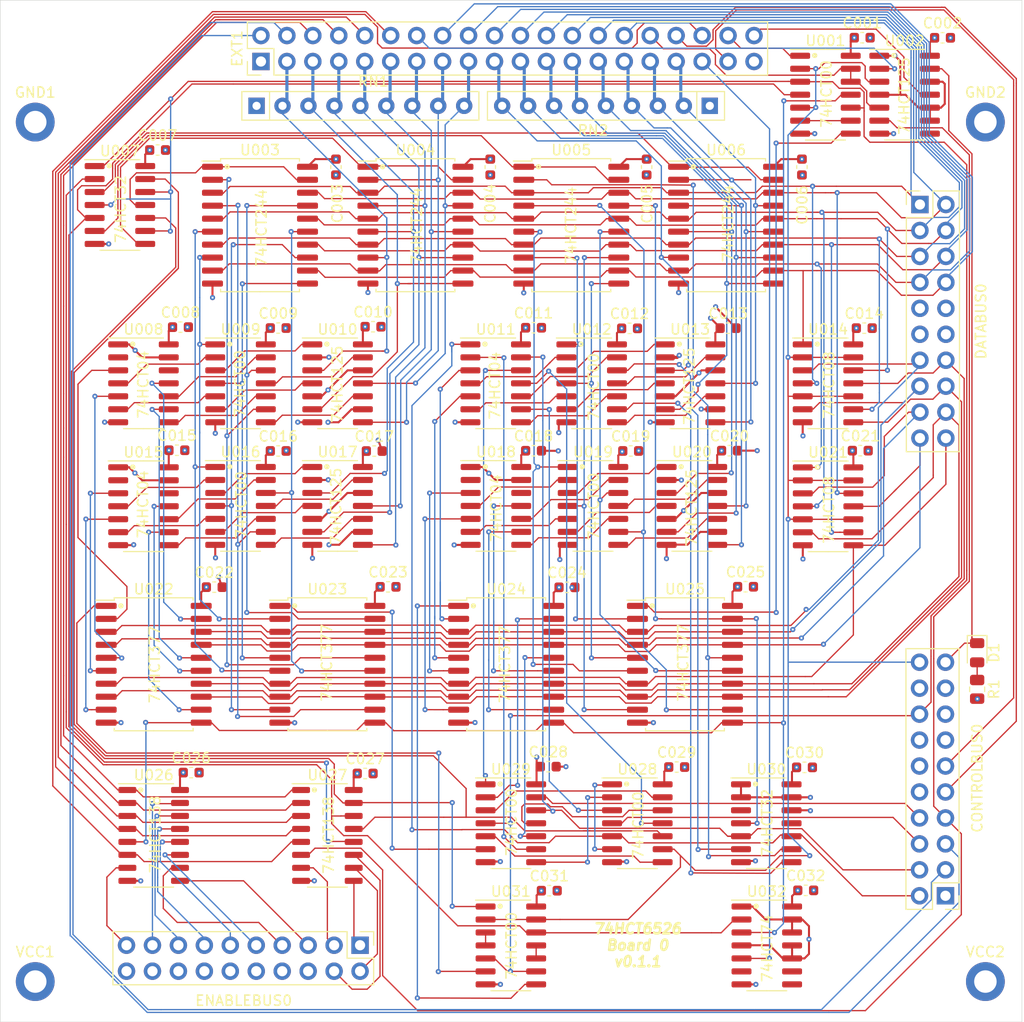
<source format=kicad_pcb>
(kicad_pcb (version 20201220) (generator pcbnew)
  (layers (0 "F.Cu" signal) (1 "In1.Cu" signal) (2 "In2.Cu" signal) (31 "B.Cu" signal) (34 "B.Paste" user) (35 "F.Paste" user) (36 "B.SilkS" user "B.Silkscreen") (37 "F.SilkS" user "F.Silkscreen") (38 "B.Mask" user) (39 "F.Mask" user) (44 "Edge.Cuts" user))
  (net 0 "")
  (net 1 "Net-(U028-Pad8)")
  (net 2 "Net-(D1-Pad2)")
  (net 3 "no_connect_180")
  (net 4 "no_connect_176")
  (net 5 "TASTART")
  (net 6 "PB6ON")
  (net 7 "CNT")
  (net 8 "PB7ON")
  (net 9 "Net-(U015-Pad4)")
  (net 10 "Net-(U015-Pad6)")
  (net 11 "SP")
  (net 12 "Net-(U015-Pad8)")
  (net 13 "Net-(U015-Pad10)")
  (net 14 "VCC")
  (net 15 "GND")
  (net 16 "TAOUT")
  (net 17 "PHI2")
  (net 18 "TBOUT")
  (net 19 "~FLAG")
  (net 20 "SPMODE")
  (net 21 "TOD")
  (net 22 "TODIN")
  (net 23 "TAPULSE")
  (net 24 "ALARM")
  (net 25 "TBPULSE")
  (net 26 "ENABLE_NAND")
  (net 27 "TODIRQ")
  (net 28 "no_connect_177")
  (net 29 "/RS0")
  (net 30 "/RS1")
  (net 31 "/RS2")
  (net 32 "/RS3")
  (net 33 "Net-(EXT1-Pad34)")
  (net 34 "TARUNMODE")
  (net 35 "~IRQ")
  (net 36 "~RES")
  (net 37 "D7")
  (net 38 "D6")
  (net 39 "D5")
  (net 40 "D4")
  (net 41 "D3")
  (net 42 "Net-(EXT1-Pad25)")
  (net 43 "Net-(U001-Pad6)")
  (net 44 "/~CS")
  (net 45 "Net-(EXT1-Pad22)")
  (net 46 "no_connect_169")
  (net 47 "Net-(U008-Pad4)")
  (net 48 "/~PC")
  (net 49 "/PB7")
  (net 50 "/PB6")
  (net 51 "/PB5")
  (net 52 "/PB4")
  (net 53 "/PB3")
  (net 54 "/PB2")
  (net 55 "/PB1")
  (net 56 "/PB0")
  (net 57 "/PA7")
  (net 58 "/PA6")
  (net 59 "/PA5")
  (net 60 "/PA4")
  (net 61 "/PA3")
  (net 62 "/PA2")
  (net 63 "/PA1")
  (net 64 "/PA0")
  (net 65 "/~PHI2")
  (net 66 "D2")
  (net 67 "Net-(U008-Pad6)")
  (net 68 "/ddra/~WE2")
  (net 69 "D1")
  (net 70 "D0")
  (net 71 "DZ0")
  (net 72 "/porta/PAIN7")
  (net 73 "Net-(U008-Pad8)")
  (net 74 "/porta/PAIN6")
  (net 75 "Net-(U008-Pad10)")
  (net 76 "no_connect_170")
  (net 77 "/porta/PAIN5")
  (net 78 "Net-(U009-Pad3)")
  (net 79 "/porta/PAIN4")
  (net 80 "DZ4")
  (net 81 "DZ7")
  (net 82 "DZ3")
  (net 83 "DZ1")
  (net 84 "DZ5")
  (net 85 "DZ6")
  (net 86 "DZ2")
  (net 87 "~EN6")
  (net 88 "~EN5")
  (net 89 "~EN7")
  (net 90 "~EN4")
  (net 91 "~EN14")
  (net 92 "~EN13")
  (net 93 "~EN12")
  (net 94 "~EN11")
  (net 95 "~EN10")
  (net 96 "~EN9")
  (net 97 "/portb/~OE1")
  (net 98 "~EN8")
  (net 99 "/ddrb/~OE3")
  (net 100 "/porta/~OE0")
  (net 101 "~EN15")
  (net 102 "/ddra/~OE2")
  (net 103 "/DDRA7")
  (net 104 "/DDRA6")
  (net 105 "/DDRA5")
  (net 106 "/DDRA4")
  (net 107 "/DDRA3")
  (net 108 "/DDRA2")
  (net 109 "/DDRA1")
  (net 110 "/DDRA0")
  (net 111 "Net-(U009-Pad6)")
  (net 112 "/ddrb/~WE3")
  (net 113 "/porta/~WE0")
  (net 114 "/porta/PAIN3")
  (net 115 "Net-(U009-Pad11)")
  (net 116 "/porta/PAIN2")
  (net 117 "Net-(U009-Pad8)")
  (net 118 "/porta/PAIN1")
  (net 119 "Net-(U016-Pad8)")
  (net 120 "/porta/PAIN0")
  (net 121 "Net-(U016-Pad11)")
  (net 122 "Net-(U011-Pad9)")
  (net 123 "Net-(U016-Pad3)")
  (net 124 "Net-(U012-Pad12)")
  (net 125 "Net-(U028-Pad1)")
  (net 126 "Net-(U011-Pad4)")
  (net 127 "no_connect_171")
  (net 128 "/DDRB7")
  (net 129 "/DDRB6")
  (net 130 "/DDRB5")
  (net 131 "/DDRB4")
  (net 132 "/DDRB3")
  (net 133 "/DDRB2")
  (net 134 "/DDRB1")
  (net 135 "/DDRB0")
  (net 136 "~EN2")
  (net 137 "no_connect_172")
  (net 138 "Net-(U031-Pad3)")
  (net 139 "Net-(U028-Pad2)")
  (net 140 "/portb/~WE1")
  (net 141 "no_connect_175")
  (net 142 "no_connect_174")
  (net 143 "/portb/PBIN7")
  (net 144 "no_connect_173")
  (net 145 "Net-(U011-Pad6)")
  (net 146 "Net-(U012-Pad9)")
  (net 147 "Net-(U018-Pad10)")
  (net 148 "Net-(U011-Pad12)")
  (net 149 "Net-(U012-Pad3)")
  (net 150 "Net-(U012-Pad6)")
  (net 151 "Net-(U012-Pad8)")
  (net 152 "Net-(U012-Pad11)")
  (net 153 "Net-(U011-Pad2)")
  (net 154 "no_connect_178")
  (net 155 "/portb/PBIN6")
  (net 156 "/portb/PBIN5")
  (net 157 "/portb/PBIN4")
  (net 158 "/portb/PBIN3")
  (net 159 "/portb/PBIN2")
  (net 160 "/portb/PBIN1")
  (net 161 "/portb/PBIN0")
  (net 162 "Net-(U011-Pad8)")
  (net 163 "Net-(U011-Pad10)")
  (net 164 "Net-(U018-Pad4)")
  (net 165 "Net-(U018-Pad6)")
  (net 166 "Net-(U028-Pad13)")
  (net 167 "no_connect_179")
  (net 168 "Net-(U018-Pad8)")
  (net 169 "Net-(U019-Pad6)")
  (net 170 "Net-(U019-Pad8)")
  (net 171 "Net-(U019-Pad11)")
  (net 172 "~EN3")
  (net 173 "~EN1")
  (net 174 "~EN0")
  (net 175 "Net-(U028-Pad12)")
  (net 176 "Net-(U031-Pad10)")
  (net 177 "Net-(U011-Pad11)")
  (net 178 "Net-(U016-Pad6)")
  (net 179 "Net-(U019-Pad3)")
  (net 180 "Net-(EXT1-Pad21)")
  (footprint "74hct6526.footprints:0603_SMD" (layer "F.Cu") (at 147.945 61.33 -90)
    (fp_text reference "C004")
    (fp_text value "C")
  )
  (footprint "74hct6526.footprints:SO-14" (layer "F.Cu") (at 181 82.5)
    (fp_text reference "U014")
    (fp_text value "74HCT08")
  )
  (footprint "74hct6526.footprints:SO-14" (layer "F.Cu") (at 158 94.5)
    (fp_text reference "U019")
    (fp_text value "74HCT00")
  )
  (footprint "74hct6526.footprints:0603_SMD" (layer "F.Cu") (at 117.62 77)
    (fp_text reference "C008")
    (fp_text value "C")
  )
  (footprint "74hct6526.footprints:SO-14" (layer "F.Cu") (at 167.68 94.5)
    (fp_text reference "U020")
    (fp_text value "74HCT125")
  )
  (footprint "74hct6526.footprints:0603_SMD" (layer "F.Cu") (at 153.62 120.02)
    (fp_text reference "C028")
    (fp_text value "C")
  )
  (footprint "74hct6526.footprints:SO-14" (layer "F.Cu") (at 123.5 82.5)
    (fp_text reference "U009")
    (fp_text value "74HCT00")
  )
  (footprint "74hct6526.footprints:SO-14" (layer "F.Cu") (at 123.5 94.5)
    (fp_text reference "U016")
    (fp_text value "74HCT00")
  )
  (footprint "74hct6526.footprints:0603_SMD" (layer "F.Cu") (at 127.19 89.12)
    (fp_text reference "C016")
    (fp_text value "C")
  )
  (footprint "74hct6526.footprints:0603_SMD" (layer "F.Cu") (at 155.45 102.47)
    (fp_text reference "C024")
    (fp_text value "C")
  )
  (footprint "74hct6526.footprints:0603_SMD" (layer "F.Cu") (at 163.25 61.33 -90)
    (fp_text reference "C005")
    (fp_text value "C")
  )
  (footprint "74hct6526.footprints:0603_SMD" (layer "F.Cu") (at 161.69 89.12)
    (fp_text reference "C019")
    (fp_text value "C")
  )
  (footprint "74hct6526.footprints:0603_SMD" (layer "F.Cu") (at 120.93 102.45)
    (fp_text reference "C022")
    (fp_text value "C")
  )
  (footprint "MountingHole:MountingHole_2.2mm_M2_DIN965_Pad" (layer "F.Cu") (at 103.406802 56.930538)
    (fp_text reference "GND1")
    (fp_text value "MountingHole_2.2mm_M2_DIN965_Pad" hide)
  )
  (footprint "74hct6526.footprints:0603_SMD" (layer "F.Cu") (at 118.67 120.6)
    (fp_text reference "C026")
    (fp_text value "C")
  )
  (footprint "74hct6526.footprints:SO-14" (layer "F.Cu") (at 114 82.5)
    (fp_text reference "U008")
    (fp_text value "74HCT04")
  )
  (footprint "74hct6526.footprints:0603_SMD" (layer "F.Cu") (at 135.7 120.69)
    (fp_text reference "C027")
    (fp_text value "C")
  )
  (footprint "74hct6526.footprints:0603_SMD" (layer "F.Cu") (at 178.82 132.13)
    (fp_text reference "C032")
    (fp_text value "C")
  )
  (footprint "74hct6526.footprints:0603_SMD" (layer "F.Cu") (at 136.47 76.96)
    (fp_text reference "C010")
    (fp_text value "C")
  )
  (footprint "74hct6526.footprints:SO-14" (layer "F.Cu") (at 180.75 54.25)
    (fp_text reference "U001")
    (fp_text value "74HCT00")
  )
  (footprint "74hct6526.footprints:0603_SMD" (layer "F.Cu") (at 166.19 120.06)
    (fp_text reference "C029")
    (fp_text value "C")
  )
  (footprint "74hct6526.footprints:SO-16" (layer "F.Cu") (at 132 126.75)
    (fp_text reference "U027")
    (fp_text value "74HCT138")
  )
  (footprint "Resistor_THT:R_Array_SIP9" (layer "F.Cu") (at 125.07 55.34)
    (fp_text reference "RN1")
    (fp_text value "R_Network08")
  )
  (footprint "MountingHole:MountingHole_2.2mm_M2_DIN965_Pad" (layer "F.Cu") (at 103.406802 141.055538)
    (fp_text reference "VCC1")
    (fp_text value "MountingHole_2.2mm_M2_DIN965_Pad" hide)
  )
  (footprint "74hct6526.footprints:0603_SMD" (layer "F.Cu") (at 117.27 89.05)
    (fp_text reference "C015")
    (fp_text value "C")
  )
  (footprint "74hct6526.footprints:SO-14" (layer "F.Cu") (at 148.5 94.5)
    (fp_text reference "U018")
    (fp_text value "74HCT04")
  )
  (footprint "74hct6526.footprints:IC Interface 2x20" (layer "F.Cu") (at 125.5 51 90)
    (fp_text reference "EXT1")
    (fp_text value "6526")
  )
  (footprint "74hct6526.footprints:0603_SMD" (layer "F.Cu") (at 172.93 102.41)
    (fp_text reference "C025")
    (fp_text value "C")
  )
  (footprint "74hct6526.footprints:0603_SMD" (layer "F.Cu") (at 153.72 132.16)
    (fp_text reference "C031")
    (fp_text value "C")
  )
  (footprint "74hct6526.footprints:SOIC-20W" (layer "F.Cu") (at 155.875 67.02)
    (fp_text reference "U005")
    (fp_text value "74HCT244")
  )
  (footprint "Connector_PinHeader_2.54mm:PinHeader_2x10_P2.54mm_Vertical" (layer "F.Cu") (at 190 65)
    (fp_text reference "DATABUS0")
    (fp_text value "Conn_02x10_Odd_Even" hide)
  )
  (footprint "74hct6526.footprints:0603_SMD" (layer "F.Cu") (at 152.18 89.1)
    (fp_text reference "C018")
    (fp_text value "C")
  )
  (footprint "74hct6526.footprints:SO-14" (layer "F.Cu") (at 175.01 137.52)
    (fp_text reference "U032")
    (fp_text value "74HCT74")
  )
  (footprint "LED_SMD:LED_0805_2012Metric" (layer "F.Cu") (at 195.6 108.87 -90)
    (fp_text reference "D1")
    (fp_text value "LED")
  )
  (footprint "74hct6526.footprints:0603_SMD" (layer "F.Cu") (at 178.45 61.33 -90)
    (fp_text reference "C006")
    (fp_text value "C")
  )
  (footprint "74hct6526.footprints:SOIC-20W" (layer "F.Cu") (at 115 110)
    (fp_text reference "U022")
    (fp_text value "74HCT377")
  )
  (footprint "74hct6526.footprints:0603_SMD" (layer "F.Cu") (at 184.55 77.1)
    (fp_text reference "C014")
    (fp_text value "C")
  )
  (footprint "74hct6526.footprints:0603_SMD" (layer "F.Cu") (at 127.19 77.09)
    (fp_text reference "C009")
    (fp_text value "C")
  )
  (footprint "74hct6526.footprints:0603_SMD" (layer "F.Cu") (at 152.18 77.06)
    (fp_text reference "C011")
    (fp_text value "C")
  )
  (footprint "74hct6526.footprints:SOIC-20W" (layer "F.Cu") (at 171.025 67.02)
    (fp_text reference "U006")
    (fp_text value "74HCT244")
  )
  (footprint "74hct6526.footprints:SO-14" (layer "F.Cu") (at 162.34 125.56)
    (fp_text reference "U028")
    (fp_text value "74HCT00")
  )
  (footprint "74hct6526.footprints:SOIC-20W" (layer "F.Cu") (at 149.5 110)
    (fp_text reference "U024")
    (fp_text value "74HCT377")
  )
  (footprint "74hct6526.footprints:0603_SMD" (layer "F.Cu") (at 132.84 61.33 -90)
    (fp_text reference "C003")
    (fp_text value "C")
  )
  (footprint "74hct6526.footprints:SO-14" (layer "F.Cu") (at 167.5 82.5)
    (fp_text reference "U013")
    (fp_text value "74HCT125")
  )
  (footprint "74hct6526.footprints:SOIC-20W" (layer "F.Cu") (at 132 110)
    (fp_text reference "U023")
    (fp_text value "74HCT377")
  )
  (footprint "MountingHole:MountingHole_2.2mm_M2_DIN965_Pad" (layer "F.Cu") (at 196.406802 56.930538)
    (fp_text reference "GND2")
    (fp_text value "MountingHole_2.2mm_M2_DIN965_Pad" hide)
  )
  (footprint "74hct6526.footprints:SO-14" (layer "F.Cu") (at 174.96 125.56)
    (fp_text reference "U030")
    (fp_text value "74HCT32")
  )
  (footprint "74hct6526.footprints:0603_SMD" (layer "F.Cu") (at 137.94 102.42)
    (fp_text reference "C023")
    (fp_text value "C")
  )
  (footprint "74hct6526.footprints:0603_SMD" (layer "F.Cu") (at 161.58 77.12)
    (fp_text reference "C012")
    (fp_text value "C")
  )
  (footprint "Connector_PinHeader_2.54mm:PinHeader_2x10_P2.54mm_Vertical" (layer "F.Cu") (at 192.5 132.66 180)
    (fp_text reference "CONTROLBUS0")
    (fp_text value "Conn_02x10_Odd_Even" hide)
  )
  (footprint "74hct6526.footprints:0603_SMD" (layer "F.Cu") (at 171.36 89.09)
    (fp_text reference "C020")
    (fp_text value "C")
  )
  (footprint "74hct6526.footprints:SO-14" (layer "F.Cu") (at 148.475 82.5)
    (fp_text reference "U011")
    (fp_text value "74HCT04")
  )
  (footprint "MountingHole:MountingHole_2.2mm_M2_DIN965_Pad" (layer "F.Cu") (at 196.406802 141.055538)
    (fp_text reference "VCC2")
    (fp_text value "MountingHole_2.2mm_M2_DIN965_Pad" hide)
  )
  (footprint "74hct6526.footprints:SO-14" (layer "F.Cu") (at 133 94.5)
    (fp_text reference "U017")
    (fp_text value "74HCT125")
  )
  (footprint "74hct6526.footprints:0603_SMD" (layer "F.Cu") (at 115.385 59.665)
    (fp_text reference "C007")
    (fp_text value "C")
  )
  (footprint "74hct6526.footprints:SO-14" (layer "F.Cu") (at 149.96 125.56)
    (fp_text reference "U029")
    (fp_text value "74HCT00")
  )
  (footprint "74hct6526.footprints:SO-14" (layer "F.Cu") (at 114 94.53)
    (fp_text reference "U015")
    (fp_text value "74HCT04")
  )
  (footprint "74hct6526.footprints:SOIC-20W" (layer "F.Cu") (at 125.405 67.02)
    (fp_text reference "U003")
    (fp_text value "74HCT244")
  )
  (footprint "74hct6526.footprints:SO-16" (layer "F.Cu") (at 115 126.75)
    (fp_text reference "U026")
    (fp_text value "74HCT138")
  )
  (footprint "74hct6526.footprints:0603_SMD" (layer "F.Cu") (at 171.22 77.1)
    (fp_text reference "C013")
    (fp_text value "C")
  )
  (footprint "74hct6526.footprints:0603_SMD" (layer "F.Cu") (at 184.16 89.09)
    (fp_text reference "C021")
    (fp_text value "C")
  )
  (footprint "74hct6526.footprints:SO-14" (layer "F.Cu") (at 188.5 54.25)
    (fp_text reference "U002")
    (fp_text value "74HCT125")
  )
  (footprint "74hct6526.footprints:0603_SMD" (layer "F.Cu") (at 184.35 48.67)
    (fp_text reference "C001")
    (fp_text value "C")
  )
  (footprint "74hct6526.footprints:SO-14" (layer "F.Cu") (at 111.695 65.045)
    (fp_text reference "U007")
    (fp_text value "74HCT32")
  )
  (footprint "Resistor_SMD:R_0805_2012Metric" (layer "F.Cu") (at 195.6 112.45 -90)
    (fp_text reference "R1")
    (fp_text value "R")
  )
  (footprint "74hct6526.footprints:SOIC-20W" (layer "F.Cu") (at 167 110)
    (fp_text reference "U025")
    (fp_text value "74HCT377")
  )
  (footprint "Connector_PinHeader_2.54mm:PinHeader_2x10_P2.54mm_Vertical" (layer "F.Cu") (at 135.2 137.5 -90)
    (fp_text reference "ENABLEBUS0")
    (fp_text value "Conn_02x10_Odd_Even" hide)
  )
  (footprint "74hct6526.footprints:0603_SMD" (layer "F.Cu") (at 192.21 48.68)
    (fp_text reference "C002")
    (fp_text value "C")
  )
  (footprint "74hct6526.footprints:SO-14" (layer "F.Cu") (at 149.96 137.52)
    (fp_text reference "U031")
    (fp_text value "74HCT00")
  )
  (footprint "74hct6526.footprints:SO-14" (layer "F.Cu") (at 181.01 94.54)
    (fp_text reference "U021")
    (fp_text value "74HCT08")
  )
  (footprint "74hct6526.footprints:0603_SMD" (layer "F.Cu") (at 178.7 120.09)
    (fp_text reference "C030")
    (fp_text value "C")
  )
  (footprint "74hct6526.footprints:SO-14" (layer "F.Cu") (at 133 82.5)
    (fp_text reference "U010")
    (fp_text value "74HCT125")
  )
  (footprint "74hct6526.footprints:SO-14" (layer "F.Cu") (at 157.87 82.5)
    (fp_text reference "U012")
    (fp_text value "74HCT00")
  )
  (footprint "Resistor_THT:R_Array_SIP9" (layer "F.Cu") (at 169.43 55.34 180)
    (fp_text reference "RN2")
    (fp_text value "R_Network08")
  )
  (footprint "74hct6526.footprints:0603_SMD" (layer "F.Cu") (at 136.59 89.13)
    (fp_text reference "C017")
    (fp_text value "C")
  )
  (footprint "74hct6526.footprints:SOIC-20W" (layer "F.Cu") (at 140.62 67.02)
    (fp_text reference "U004")
    (fp_text value "74HCT244")
  )
  (gr_line (start 199.981802 45.005538) (end 99.981802 45.005538) (layer "Edge.Cuts") (width 0.05))
  (gr_line (start 99.981802 145.005538) (end 199.981802 145.005538) (layer "Edge.Cuts") (width 0.05))
  (gr_line (start 99.981802 45.005538) (end 99.981802 145.005538) (layer "Edge.Cuts") (width 0.05))
  (gr_line (start 199.981802 145.005538) (end 199.981802 45.005538) (layer "Edge.Cuts") (width 0.05))
  (gr_text "74HCT6526\nBoard 0\nv0.1.1" (at 162.375 137.5) (layer "F.SilkS") (effects (font (size 1 1) (thickness 0.25) italic)))
  (segment (start 162.6 129.37) (end 164.815 129.37) (width 0.127) (layer "F.Cu") (net 1))
  (segment (start 150.34 128.77) (end 162 128.77) (width 0.127) (layer "F.Cu") (net 1))
  (segment (start 148.4 126.83) (end 150.34 128.77) (width 0.127) (layer "F.Cu") (net 1))
  (segment (start 147.485 126.83) (end 148.4 126.83) (width 0.127) (layer "F.Cu") (net 1))
  (segment (start 162 128.77) (end 162.6 129.37) (width 0.127) (layer "F.Cu") (net 1))
  (segment (start 195.6 111.5375) (end 195.6 109.8075) (width 0.127) (layer "F.Cu") (net 2))
  (segment (start 159.865 126.78) (end 159.875 126.77) (width 0.127) (layer "F.Cu") (net 6))
  (segment (start 160.84 126.83) (end 161.49 127.48) (width 0.127) (layer "F.Cu") (net 6))
  (segment (start 175.64 127.43) (end 175.745 127.325) (width 0.127) (layer "F.Cu") (net 6))
  (segment (start 176.36 126.71) (end 177.435 126.71) (width 0.127) (layer "F.Cu") (net 6))
  (segment (start 175.59 127.48) (end 175.835 127.235) (width 0.127) (layer "F.Cu") (net 6))
  (segment (start 154.33 126.83) (end 153.7 127.46) (width 0.127) (layer "F.Cu") (net 6))
  (segment (start 161.49 127.48) (end 175.59 127.48) (width 0.127) (layer "F.Cu") (net 6))
  (segment (start 177.435 126.71) (end 178.41 126.71) (width 0.127) (layer "F.Cu") (net 6))
  (segment (start 159.875 126.77) (end 160.8 126.77) (width 0.127) (layer "F.Cu") (net 6))
  (segment (start 149.33 126.18) (end 145.17 126.18) (width 0.127) (layer "F.Cu") (net 6))
  (segment (start 184.36 132.66) (end 189.96 132.66) (width 0.127) (layer "F.Cu") (net 6))
  (segment (start 145.16 126.19) (end 140.28 126.19) (width 0.127) (layer "F.Cu") (net 6))
  (segment (start 159.865 126.83) (end 160.84 126.83) (width 0.127) (layer "F.Cu") (net 6))
  (segment (start 145.99 78.68) (end 146 78.69) (width 0.127) (layer "F.Cu") (net 6))
  (segment (start 175.835 127.235) (end 176.36 126.71) (width 0.127) (layer "F.Cu") (net 6))
  (segment (start 145.17 126.18) (end 145.16 126.19) (width 0.127) (layer "F.Cu") (net 6))
  (segment (start 144.18 78.68) (end 145.99 78.68) (width 0.127) (layer "F.Cu") (net 6))
  (segment (start 158.63 126.83) (end 154.33 126.83) (width 0.127) (layer "F.Cu") (net 6))
  (segment (start 150.61 127.46) (end 149.33 126.18) (width 0.127) (layer "F.Cu") (net 6))
  (segment (start 153.7 127.46) (end 150.61 127.46) (width 0.127) (layer "F.Cu") (net 6))
  (segment (start 175.745 127.325) (end 175.835 127.235) (width 0.127) (layer "F.Cu") (net 6))
  (segment (start 178.41 126.71) (end 184.36 132.66) (width 0.127) (layer "F.Cu") (net 6))
  (segment (start 159.865 126.83) (end 158.63 126.83) (width 0.127) (layer "F.Cu") (net 6))
  (via (at 140.28 126.19) (size 0.5) (drill 0.2) (layers "F.Cu" "B.Cu") (net 6))
  (via (at 144.18 78.68) (size 0.5) (drill 0.2) (layers "F.Cu" "B.Cu") (net 6))
  (segment (start 144.18 79.43) (end 144.18 78.68) (width 0.127) (layer "B.Cu") (net 6))
  (segment (start 140.28 126.19) (end 140.28 84.68) (width 0.127) (layer "B.Cu") (net 6))
  (segment (start 144.18 78.68) (end 144.18 80.78) (width 0.127) (layer "B.Cu") (net 6))
  (segment (start 144.18 80.78) (end 140.28 84.68) (width 0.127) (layer "B.Cu") (net 6))
  (segment (start 192.355 130.12) (end 191.125 131.35) (width 0.127) (layer "B.Cu") (net 7))
  (segment (start 114.452018 143.8) (end 115.725 143.8) (width 0.127) (layer "B.Cu") (net 7))
  (segment (start 119.665 48.485) (end 107.1 61.05) (width 0.127) (layer "B.Cu") (net 7))
  (segment (start 192.5 130.12) (end 192.355 130.12) (width 0.127) (layer "B.Cu") (net 7))
  (segment (start 180.359942 143.8) (end 173.925 143.8) (width 0.127) (layer "B.Cu") (net 7))
  (segment (start 125.5 48.46) (end 119.665 48.46) (width 0.127) (layer "B.Cu") (net 7))
  (segment (start 191.125 131.35) (end 191.125 133.034942) (width 0.127) (layer "B.Cu") (net 7))
  (segment (start 115.725 143.8) (end 173.925 143.8) (width 0.127) (layer "B.Cu") (net 7))
  (segment (start 119.665 48.46) (end 119.665 48.485) (width 0.127) (layer "B.Cu") (net 7))
  (segment (start 107.1 61.05) (end 107.1 136.447982) (width 0.127) (layer "B.Cu") (net 7))
  (segment (start 107.1 136.447982) (end 114.452018 143.8) (width 0.127) (layer "B.Cu") (net 7))
  (segment (start 191.125 133.034942) (end 180.359942 143.8) (width 0.127) (layer "B.Cu") (net 7))
  (segment (start 153.9795 124.29) (end 154.07 124.3805) (width 0.127) (layer "F.Cu") (net 8))
  (segment (start 174.122818 126.087182) (end 178.437182 126.087182) (width 0.127) (layer "F.Cu") (net 8))
  (segment (start 156.693486 126.053486) (end 170.403486 126.053486) (width 0.127) (layer "F.Cu") (net 8))
  (segment (start 155.48 124.84) (end 156.565 125.925) (width 0.127) (layer "F.Cu") (net 8))
  (segment (start 173.48 126.71) (end 173.5 126.71) (width 0.127) (layer "F.Cu") (net 8))
  (segment (start 172.485 126.71) (end 173.48 126.71) (width 0.127) (layer "F.Cu") (net 8))
  (segment (start 152.435 124.29) (end 153.93 124.29) (width 0.127) (layer "F.Cu") (net 8))
  (segment (start 170.52 126.17) (end 170.725 126.375) (width 0.127) (layer "F.Cu") (net 8))
  (segment (start 178.437182 126.087182) (end 182.47 130.12) (width 0.127) (layer "F.Cu") (net 8))
  (segment (start 155.48 124.84) (end 155.53 124.89) (width 0.127) (layer "F.Cu") (net 8))
  (segment (start 154.93 124.29) (end 155.48 124.84) (width 0.127) (layer "F.Cu") (net 8))
  (segment (start 182.47 130.12) (end 189.96 130.12) (width 0.127) (layer "F.Cu") (net 8))
  (segment (start 171.28 126.83) (end 172.485 126.83) (width 0.127) (layer "F.Cu") (net 8))
  (segment (start 150.98 79.93) (end 150.95 79.96) (width 0.127) (layer "F.Cu") (net 8))
  (segment (start 153.09 79.93) (end 150.98 79.93) (width 0.127) (layer "F.Cu") (net 8))
  (segment (start 153.93 124.29) (end 153.9795 124.29) (width 0.127) (layer "F.Cu") (net 8))
  (segment (start 153.93 124.29) (end 154.93 124.29) (width 0.127) (layer "F.Cu") (net 8))
  (segment (start 156.565 125.925) (end 156.693486 126.053486) (width 0.127) (layer "F.Cu") (net 8))
  (segment (start 170.725 126.375) (end 171.18 126.83) (width 0.127) (layer "F.Cu") (net 8))
  (segment (start 173.5 126.71) (end 174.122818 126.087182) (width 0.127) (layer "F.Cu") (net 8))
  (segment (start 170.403486 126.053486) (end 170.725 126.375) (width 0.127) (layer "F.Cu") (net 8))
  (segment (start 171.18 126.83) (end 172.485 126.83) (width 0.127) (layer "F.Cu") (net 8))
  (via (at 154.07 124.3805) (size 0.5) (drill 0.2) (layers "F.Cu" "B.Cu") (net 8))
  (via (at 153.09 79.93) (size 0.5) (drill 0.2) (layers "F.Cu" "B.Cu") (net 8))
  (segment (start 153.09 123.4005) (end 154.07 124.3805) (width 0.127) (layer "B.Cu") (net 8))
  (segment (start 153.09 119.067002) (end 153.09 123.4005) (width 0.127) (layer "B.Cu") (net 8))
  (segment (start 153.09 86.149982) (end 153.09 119.067002) (width 0.127) (layer "B.Cu") (net 8))
  (segment (start 153.09 86.149982) (end 153.09 79.93) (width 0.127) (layer "B.Cu") (net 8))
  (segment (start 112.49 94.53) (end 114.330395 92.689605) (width 0.127) (layer "F.Cu") (net 9))
  (segment (start 111.555 94.5) (end 112.5 94.5) (width 0.127) (layer "F.Cu") (net 9))
  (segment (start 111.525 94.53) (end 111.555 94.5) (width 0.127) (layer "F.Cu") (net 9))
  (segment (start 111.525 94.53) (end 112.49 94.53) (width 0.127) (layer "F.Cu") (net 9))
  (segment (start 119.94 91.96) (end 121.025 91.96) (width 0.127) (layer "F.Cu") (net 9))
  (segment (start 119.210395 92.689605) (end 119.94 91.96) (width 0.127) (layer "F.Cu") (net 9))
  (segment (start 114.330395 92.689605) (end 119.210395 92.689605) (width 0.127) (layer "F.Cu") (net 9))
  (segment (start 113.11 96.43) (end 119.31 96.43) (width 0.127) (layer "F.Cu") (net 10))
  (segment (start 119.31 96.43) (end 119.97 95.77) (width 0.127) (layer "F.Cu") (net 10))
  (segment (start 112.37 97.07) (end 112.47 97.07) (width 0.127) (layer "F.Cu") (net 10))
  (segment (start 111.525 97.07) (end 112.37 97.07) (width 0.127) (layer "F.Cu") (net 10))
  (segment (start 112.47 97.07) (end 113.11 96.43) (width 0.127) (layer "F.Cu") (net 10))
  (segment (start 119.97 95.77) (end 121.025 95.77) (width 0.127) (layer "F.Cu") (net 10))
  (segment (start 121.595 47.18) (end 126.76 47.18) (width 0.127) (layer "B.Cu") (net 11))
  (segment (start 183.054422 144.075) (end 181.075 144.075) (width 0.127) (layer "B.Cu") (net 11))
  (segment (start 106.825 136.575) (end 106.867794 136.575) (width 0.127) (layer "B.Cu") (net 11))
  (segment (start 126.76 47.18) (end 128.04 48.46) (width 0.127) (layer "B.Cu") (net 11))
  (segment (start 121.595 47.18) (end 120.585776 47.18) (width 0.127) (layer "B.Cu") (net 11))
  (segment (start 114.367794 144.075) (end 181.075 144.075) (width 0.127) (layer "B.Cu") (net 11))
  (segment (start 193.825 128.905) (end 193.825 133.304422) (width 0.127) (layer "B.Cu") (net 11))
  (segment (start 106.867794 136.575) (end 114.05 143.757206) (width 0.127) (layer "B.Cu") (net 11))
  (segment (start 118.15 49.615776) (end 118.15 49.625) (width 0.127) (layer "B.Cu") (net 11))
  (segment (start 114.05 143.757206) (end 114.367794 144.075) (width 0.127) (layer "B.Cu") (net 11))
  (segment (start 106.825 60.95) (end 106.825 136.575) (width 0.127) (layer "B.Cu") (net 11))
  (segment (start 120.585776 47.18) (end 118.15 49.615776) (width 0.127) (layer "B.Cu") (net 11))
  (segment (start 193.825 133.304422) (end 183.054422 144.075) (width 0.127) (layer "B.Cu") (net 11))
  (segment (start 192.5 127.58) (end 193.825 128.905) (width 0.127) (layer "B.Cu") (net 11))
  (segment (start 118.15 49.625) (end 106.825 60.95) (width 0.127) (layer "B.Cu") (net 11))
  (segment (start 123.07 97.63) (end 124.93 95.77) (width 0.127) (layer "F.Cu") (net 12))
  (segment (start 117.43 98.34) (end 118.14 97.63) (width 0.127) (layer "F.Cu") (net 12))
  (segment (start 118.14 97.63) (end 123.07 97.63) (width 0.127) (layer "F.Cu") (net 12))
  (segment (start 124.93 95.77) (end 125.975 95.77) (width 0.127) (layer "F.Cu") (net 12))
  (segment (start 116.475 98.34) (end 117.43 98.34) (width 0.127) (layer "F.Cu") (net 12))
  (segment (start 124.82 91.96) (end 125.975 91.96) (width 0.127) (layer "F.Cu") (net 13))
  (segment (start 116.475 95.8) (end 117.36 95.8) (width 0.127) (layer "F.Cu") (net 13))
  (segment (start 124.92 91.96) (end 125.975 91.96) (width 0.127) (layer "F.Cu") (net 13))
  (segment (start 122.96 93.82) (end 124.82 91.96) (width 0.127) (layer "F.Cu") (net 13))
  (segment (start 117.36 95.8) (end 119.34 93.82) (width 0.127) (layer "F.Cu") (net 13))
  (segment (start 119.34 93.82) (end 122.96 93.82) (width 0.127) (layer "F.Cu") (net 13))
  (segment (start 152.485 133.71) (end 152.485 132.62) (width 0.2) (layer "F.Cu") (net 14))
  (segment (start 152.485 132.62) (end 152.945 132.16) (width 0.2) (layer "F.Cu") (net 14))
  (segment (start 177.485 134.98) (end 178.49 134.98) (width 0.2) (layer "F.Cu") (net 14))
  (segment (start 114.17 61.235) (end 114.17 60.105) (width 0.2) (layer "F.Cu") (net 14))
  (segment (start 116.475 89.07) (end 116.495 89.05) (width 0.2) (layer "F.Cu") (net 14))
  (segment (start 150.95 77.515) (end 151.405 77.06) (width 0.2) (layer "F.Cu") (net 14))
  (segment (start 125.975 77.53) (end 126.415 77.09) (width 0.2) (layer "F.Cu") (net 14))
  (segment (start 183.475 78.69) (end 183.475 77.4) (width 0.2) (layer "F.Cu") (net 14))
  (segment (start 160.475 89.56) (end 160.8525 89.1825) (width 0.2) (layer "F.Cu") (net 14))
  (segment (start 164.975 120.5) (end 165.415 120.06) (width 0.2) (layer "F.Cu") (net 14))
  (segment (start 195.6 113.37) (end 195.62 113.39) (width 0.2) (layer "F.Cu") (net 14))
  (segment (start 177.485 134.98) (end 177.485 136.25) (width 0.2) (layer "F.Cu") (net 14))
  (segment (start 125.975 78.69) (end 125.975 77.53) (width 0.2) (layer "F.Cu") (net 14))
  (segment (start 172.535 137.52) (end 172.555 137.5) (width 0.2) (layer "F.Cu") (net 14))
  (segment (start 177.475 121.69) (end 177.475 120.54) (width 0.2) (layer "F.Cu") (net 14))
  (segment (start 195.6 113.3625) (end 195.6 113.37) (width 0.2) (layer "F.Cu") (net 14))
  (segment (start 161.275 60.555) (end 163.25 60.555) (width 0.2) (layer "F.Cu") (net 14))
  (segment (start 177.485 133.71) (end 177.485 132.69) (width 0.2) (layer "F.Cu") (net 14))
  (segment (start 175.28 137.5) (end 176.57 138.79) (width 0.2) (layer "F.Cu") (net 14))
  (segment (start 160.475 90.69) (end 160.475 89.56) (width 0.2) (layer "F.Cu") (net 14))
  (segment (start 134.575 121.04) (end 134.925 120.69) (width 0.2) (layer "F.Cu") (net 14))
  (segment (start 179.14 136.91) (end 179.14 138.35) (width 0.2) (layer "F.Cu") (net 14))
  (segment (start 183.485 90.73) (end 183.485 89.19) (width 0.2) (layer "F.Cu") (net 14))
  (segment (start 130.805 60.555) (end 132.84 60.555) (width 0.2) (layer "F.Cu") (net 14))
  (segment (start 152.475 120.39) (end 152.475 121.69) (width 0.2) (layer "F.Cu") (net 14))
  (segment (start 170.155 90.69) (end 170.155 89.52) (width 0.2) (layer "F.Cu") (net 14))
  (segment (start 190.975 49.14) (end 191.435 48.68) (width 0.2) (layer "F.Cu") (net 14))
  (segment (start 179.14 135.63) (end 179.14 136.91) (width 0.2) (layer "F.Cu") (net 14))
  (segment (start 177.485 132.69) (end 178.045 132.13) (width 0.2) (layer "F.Cu") (net 14))
  (segment (start 119.65 104.285) (end 119.65 102.955) (width 0.2) (layer "F.Cu") (net 14))
  (segment (start 176.425 60.555) (end 178.45 60.555) (width 0.2) (layer "F.Cu") (net 14))
  (segment (start 170.445 77.1) (end 170.445 77.055) (width 0.2) (layer "F.Cu") (net 14))
  (segment (start 117.575 122.305) (end 117.575 120.92) (width 0.2) (layer "F.Cu") (net 14))
  (segment (start 136.65 102.935) (end 137.165 102.42) (width 0.2) (layer "F.Cu") (net 14))
  (segment (start 130.055 61.305) (end 130.805 60.555) (width 0.2) (layer "F.Cu") (net 14))
  (segment (start 145.27 61.305) (end 146.02 60.555) (width 0.2) (layer "F.Cu") (net 14))
  (segment (start 152.49 119.09) (end 152.475 120.39) (width 0.2) (layer "F.Cu") (net 14))
  (segment (start 164.975 121.69) (end 164.975 120.5) (width 0.2) (layer "F.Cu") (net 14))
  (segment (start 125.975 90.69) (end 125.975 89.56) (width 0.2) (layer "F.Cu") (net 14))
  (segment (start 183.475 77.4) (end 183.775 77.1) (width 0.2) (layer "F.Cu") (net 14))
  (segment (start 178.7 138.79) (end 177.485 138.79) (width 0.2) (layer "F.Cu") (net 14))
  (segment (start 190.975 50.44) (end 190.975 49.14) (width 0.2) (layer "F.Cu") (net 14))
  (segment (start 125.975 89.56) (end 126.415 89.12) (width 0.2) (layer "F.Cu") (net 14))
  (segment (start 116.475 77.37) (end 116.845 77) (width 0.2) (layer "F.Cu") (net 14))
  (segment (start 160.525 61.305) (end 161.275 60.555) (width 0.2) (layer "F.Cu") (net 14))
  (segment (start 146.02 60.555) (end 147.945 60.555) (width 0.2) (layer "F.Cu") (net 14))
  (segment (start 160.345 78.69) (end 160.345 77.58) (width 0.2) (layer "F.Cu") (net 14))
  (segment (start 179.14 138.35) (end 178.7 138.79) (width 0.2) (layer "F.Cu") (net 14))
  (segment (start 183.225 49.02) (end 183.575 48.67) (width 0.2) (layer "F.Cu") (net 14))
  (segment (start 172.555 137.5) (end 175.28 137.5) (width 0.2) (layer "F.Cu") (net 14))
  (segment (start 177.485 138.79) (end 177.485 137.52) (width 0.2) (layer "F.Cu") (net 14))
  (segment (start 170.445 77.055) (end 169.51 76.12) (width 0.2) (layer "F.Cu") (net 14))
  (segment (start 178.49 134.98) (end 179.14 135.63) (width 0.2) (layer "F.Cu") (net 14))
  (segment (start 160.915 89.12) (end 160.8525 89.1825) (width 0.2) (layer "F.Cu") (net 14))
  (segment (start 169.975 78.69) (end 169.975 77.57) (width 0.2) (layer "F.Cu") (net 14))
  (segment (start 171.65 102.915) (end 172.155 102.41) (width 0.2) (layer "F.Cu") (net 14))
  (segment (start 116.475 90.72) (end 116.475 89.07) (width 0.2) (layer "F.Cu") (net 14))
  (segment (start 135.475 90.69) (end 135.475 89.47) (width 0.2) (layer "F.Cu") (net 14))
  (segment (start 135.475 78.69) (end 135.475 77.18) (width 0.2) (layer "F.Cu") (net 14))
  (segment (start 114.17 60.105) (end 114.61 59.665) (width 0.2) (layer "F.Cu") (net 14))
  (segment (start 154.15 104.285) (end 154.15 102.995) (width 0.2) (layer "F.Cu") (net 14))
  (segment (start 160.345 77.58) (end 160.805 77.12) (width 0.2) (layer "F.Cu") (net 14))
  (segment (start 154.15 102.995) (end 154.675 102.47) (width 0.2) (layer "F.Cu") (net 14))
  (segment (start 150.95 78.69) (end 150.95 77.515) (width 0.2) (layer "F.Cu") (net 14))
  (segment (start 171.65 104.285) (end 171.65 102.915) (width 0.2) (layer "F.Cu") (net 14))
  (segment (start 174.89 134.98) (end 177.485 134.98) (width 0.2) (layer "F.Cu") (net 14))
  (segment (start 183.485 89.19) (end 183.385 89.09) (width 0.2) (layer "F.Cu") (net 14))
  (segment (start 117.575 120.92) (end 117.895 120.6) (width 0.2) (layer "F.Cu") (net 14))
  (segment (start 150.975 89.53) (end 151.405 89.1) (width 0.2) (layer "F.Cu") (net 14))
  (segment (start 176.57 138.79) (end 177.485 138.79) (width 0.2) (layer "F.Cu") (net 14))
  (segment (start 183.225 50.44) (end 183.225 49.02) (width 0.2) (layer "F.Cu") (net 14))
  (segment (start 135.475 89.47) (end 135.815 89.13) (width 0.2) (layer "F.Cu") (net 14))
  (segment (start 175.675 61.305) (end 176.425 60.555) (width 0.2) (layer "F.Cu") (net 14))
  (segment (start 119.65 102.955) (end 120.155 102.45) (width 0.2) (layer "F.Cu") (net 14))
  (segment (start 150.975 90.69) (end 150.975 89.53) (width 0.2) (layer "F.Cu") (net 14))
  (segment (start 173.62 133.71) (end 174.89 134.98) (width 0.2) (layer "F.Cu") (net 14))
  (segment (start 136.65 104.285) (end 136.65 102.935) (width 0.2) (layer "F.Cu") (net 14))
  (segment (start 116.475 78.69) (end 116.475 77.37) (width 0.2) (layer "F.Cu") (net 14))
  (segment (start 135.475 77.18) (end 135.695 76.96) (width 0.2) (layer "F.Cu") (net 14))
  (segment (start 177.475 120.54) (end 177.925 120.09) (width 0.2) (layer "F.Cu") (net 14))
  (segment (start 169.975 77.57) (end 170.445 77.1) (width 0.2) (layer "F.Cu") (net 14))
  (segment (start 134.575 122.305) (end 134.575 121.04) (width 0.2) (layer "F.Cu") (net 14))
  (segment (start 170.155 89.52) (end 170.585 89.09) (width 0.2) (layer "F.Cu") (net 14))
  (segment (start 172.535 133.71) (end 173.62 133.71) (width 0.2) (layer "F.Cu") (net 14))
  (via (at 183.575 48.67) (size 0.5) (drill 0.2) (layers "F.Cu" "B.Cu") (net 14))
  (via (at 120.155 102.45) (size 0.5) (drill 0.2) (layers "F.Cu" "B.Cu") (net 14))
  (via (at 160.8525 89.1825) (size 0.5) (drill 0.2) (layers "F.Cu" "B.Cu") (net 14))
  (via (at 135.695 76.96) (size 0.5) (drill 0.2) (layers "F.Cu" "B.Cu") (net 14))
  (via (at 172.155 102.41) (size 0.5) (drill 0.2) (layers "F.Cu" "B.Cu") (net 14))
  (via (at 117.895 120.6) (size 0.5) (drill 0.2) (layers "F.Cu" "B.Cu") (net 14))
  (via (at 132.84 60.555) (size 0.5) (drill 0.2) (layers "F.Cu" "B.Cu") (net 14))
  (via (at 134.925 120.69) (size 0.5) (drill 0.2) (layers "F.Cu" "B.Cu") (net 14))
  (via (at 147.945 60.555) (size 0.5) (drill 0.2) (layers "F.Cu" "B.Cu") (net 14))
  (via (at 116.845 77) (size 0.5) (drill 0.2) (layers "F.Cu" "B.Cu") (net 14))
  (via (at 126.415 89.12) (size 0.5) (drill 0.2) (layers "F.Cu" "B.Cu") (net 14))
  (via (at 183.385 89.09) (size 0.5) (drill 0.2) (layers "F.Cu" "B.Cu") (net 14))
  (via (at 178.045 132.13) (size 0.5) (drill 0.2) (layers "F.Cu" "B.Cu") (net 14))
  (via (at 183.775 77.1) (size 0.5) (drill 0.2) (layers "F.Cu" "B.Cu") (net 14))
  (via (at 160.805 77.12) (size 0.5) (drill 0.2) (layers "F.Cu" "B.Cu") (net 14))
  (via (at 152.49 119.09) (size 0.5) (drill 0.2) (layers "F.Cu" "B.Cu") (net 14))
  (via (at 177.925 120.09) (size 0.5) (drill 0.2) (layers "F.Cu" "B.Cu") (net 14))
  (via (at 179.14 136.91) (size 0.5) (drill 0.2) (layers "F.Cu" "B.Cu") (net 14))
  (via (at 151.405 77.06) (size 0.5) (drill 0.2) (layers "F.Cu" "B.Cu") (net 14))
  (via (at 152.945 132.16) (size 0.5) (drill 0.2) (layers "F.Cu" "B.Cu") (net 14))
  (via (at 114.61 59.665) (size 0.5) (drill 0.2) (layers "F.Cu" "B.Cu") (net 14))
  (via (at 126.415 77.09) (size 0.5) (drill 0.2) (layers "F.Cu" "B.Cu") (net 14))
  (via (at 170.585 89.09) (size 0.5) (drill 0.2) (layers "F.Cu" "B.Cu") (net 14))
  (via (at 178.45 60.555) (size 0.5) (drill 0.2) (layers "F.Cu" "B.Cu") (net 14))
  (via (at 135.815 89.13) (size 0.5) (drill 0.2) (layers "F.Cu" "B.Cu") (net 14))
  (via (at 116.495 89.05) (size 0.5) (drill 0.2) (layers "F.Cu" "B.Cu") (net 14))
  (via (at 154.675 102.47) (size 0.5) (drill 0.2) (layers "F.Cu" "B.Cu") (net 14))
  (via (at 191.435 48.68) (size 0.5) (drill 0.2) (layers "F.Cu" "B.Cu") (net 14))
  (via (at 195.62 113.39) (size 0.5) (drill 0.2) (layers "F.Cu" "B.Cu") (net 14))
  (via (at 165.415 120.06) (size 0.5) (drill 0.2) (layers "F.Cu" "B.Cu") (net 14))
  (via (at 163.25 60.555) (size 0.5) (drill 0.2) (layers "F.Cu" "B.Cu") (net 14))
  (via (at 169.51 76.12) (size 0.5) (drill 0.2) (layers "F.Cu" "B.Cu") (net 14))
  (via (at 137.165 102.42) (size 0.5) (drill 0.2) (layers "F.Cu" "B.Cu") (net 14))
  (via (at 151.405 89.1) (size 0.5) (drill 0.2) (layers "F.Cu" "B.Cu") (net 14))
  (segment (start 168.37 81.48) (end 166.08 83.77) (width 0.2) (layer "F.Cu") (net 15))
  (segment (start 116.475 91.99) (end 113.87 91.99) (width 0.2) (layer "F.Cu") (net 15))
  (segment (start 133.1 86.31) (end 134.37 85.04) (width 0.2) (layer "F.Cu") (net 15))
  (segment (start 121.03 87.39) (end 121.025 86.31) (width 0.2) (layer "F.Cu") (net 15))
  (segment (start 155.9465 102.47) (end 155.9365 102.48) (width 0.2) (layer "F.Cu") (net 15))
  (segment (start 109.22 68.855) (end 110.594943 68.855033) (width 0.2) (layer "F.Cu") (net 15))
  (segment (start 112.985 79.075) (end 112.6 78.69) (width 0.2) (layer "F.Cu") (net 15))
  (segment (start 173.89 129.25) (end 173.9 129.24) (width 0.2) (layer "F.Cu") (net 15))
  (segment (start 192.22 52.98) (end 190.975 52.98) (width 0.2) (layer "F.Cu") (net 15))
  (segment (start 162.465 89.095) (end 162.47 89.09) (width 0.2) (layer "F.Cu") (net 15))
  (segment (start 127.91 77.09) (end 127.9 77.1) (width 0.2) (layer "F.Cu") (net 15))
  (segment (start 187.53 50.42) (end 188.070001 50.960001) (width 0.2) (layer "F.Cu") (net 15))
  (segment (start 132.06 86.31) (end 133.1 86.31) (width 0.2) (layer "F.Cu") (net 15))
  (segment (start 154.48 132.16) (end 154.46 132.14) (width 0.2) (layer "F.Cu") (net 15))
  (segment (start 168.62 85.04) (end 169.975 85.04) (width 0.2) (layer "F.Cu") (net 15))
  (segment (start 192.06 55.52) (end 192.43 55.15) (width 0.2) (layer "F.Cu") (net 15))
  (segment (start 110.21 86.31) (end 110.2 86.3) (width 0.2) (layer "F.Cu") (net 15))
  (segment (start 165.025 86.31) (end 163.61 86.31) (width 0.2) (layer "F.Cu") (net 15))
  (segment (start 113 98.34) (end 113.04 98.3) (width 0.2) (layer "F.Cu") (net 15))
  (segment (start 121.35 101.425) (end 121.69 102.45) (width 0.2) (layer "F.Cu") (net 15))
  (segment (start 147.525 129.31) (end 148.93 129.31) (width 0.2) (layer "F.Cu") (net 15))
  (segment (start 147.19 90.69) (end 146.025 90.69) (width 0.2) (layer "F.Cu") (net 15))
  (segment (start 185.125 48.67) (end 185.125 48.685) (width 0.2) (layer "F.Cu") (net 15))
  (segment (start 172.485 123.02) (end 172.485 121.75) (width 0.2) (layer "F.Cu") (net 15))
  (segment (start 154.915 98.31) (end 155.525 98.31) (width 0.2) (layer "F.Cu") (net 15))
  (segment (start 130.525 83.77) (end 131.44 83.77) (width 0.2) (layer "F.Cu") (net 15))
  (segment (start 118.395 77) (end 118.3 77) (width 0.2) (layer "F.Cu") (net 15))
  (segment (start 132.84 62.105) (end 132.835607 62.105) (width 0.2) (layer "F.Cu") (net 15))
  (segment (start 113.87 79.96) (end 112.985 79.075) (width 0.2) (layer "F.Cu") (net 15))
  (segment (start 130.525 99.605) (end 130.54 99.62) (width 0.2) (layer "F.Cu") (net 15))
  (segment (start 137.26 76.96) (end 137.3 77) (width 0.2) (layer "F.Cu") (net 15))
  (segment (start 178.525 87.615) (end 178.55 87.64) (width 0.2) (layer "F.Cu") (net 15))
  (segment (start 178.45 62.105) (end 178.475 62.105) (width 0.2) (layer "F.Cu") (net 15))
  (segment (start 173.7 102.41) (end 173.69 102.4) (width 0.2) (layer "F.Cu") (net 15))
  (segment (start 112.985 79.075) (end 113.185 79.275) (width 0.2) (layer "F.Cu") (net 15))
  (segment (start 166.08 83.77) (end 165.025 83.77) (width 0.2) (layer "F.Cu") (net 15))
  (segment (start 178.535 99.675) (end 178.55 99.69) (width 0.2) (layer "F.Cu") (net 15))
  (segment (start 154.6 89.11) (end 153.01 89.1) (width 0.2) (layer "F.Cu") (net 15))
  (segment (start 134.37 85.04) (end 135.475 85.04) (width 0.2) (layer "F.Cu") (net 15))
  (segment (start 111.525 98.34) (end 113 98.34) (width 0.2) (layer "F.Cu") (net 15))
  (segment (start 185.125 48.685) (end 185.12 48.69) (width 0.2) (layer "F.Cu") (net 15))
  (segment (start 112.6 78.69) (end 111.525 78.69) (width 0.2) (layer "F.Cu") (net 15))
  (segment (start 184.935 89.09) (end 184.93 89.11) (width 0.2) (layer "F.Cu") (net 15))
  (segment (start 163.61 86.31) (end 163.6 86.3) (width 0.2) (layer "F.Cu") (net 15))
  (segment (start 171.995 77.1) (end 170 75.01) (width 0.2) (layer "F.Cu") (net 15))
  (segment (start 137.245 76.96) (end 137.26 76.96) (width 0.2) (layer "F.Cu") (net 15))
  (segment (start 127.965 89.095) (end 127.97 89.09) (width 0.2) (layer "F.Cu") (net 15))
  (segment (start 178.525 86.31) (end 178.525 87.615) (width 0.2) (layer "F.Cu") (net 15))
  (segment (start 132.835607 62.105) (end 132.832101 62.101494) (width 0.2) (layer "F.Cu") (net 15))
  (segment (start 133.96 93.23) (end 135.475 93.23) (width 0.2) (layer "F.Cu") (net 15))
  (segment (start 187.53 50.42) (end 187.47 50.44) (width 0.2) (layer "F.Cu") (net 15))
  (segment (start 186.025 54.25) (end 186.035 54.26) (width 0.2) (layer "F.Cu") (net 15))
  (segment (start 133.16 98.3) (end 134.42 97.04) (width 0.2) (layer "F.Cu") (net 15))
  (segment (start 113.725 131.195) (end 113.73 131.2) (width 0.2) (layer "F.Cu") (net 15))
  (segment (start 168.5 97.04) (end 170.155 97.04) (width 0.2) (layer "F.Cu") (net 15))
  (segment (start 144.51 86.31) (end 144.5 86.3) (width 0.2) (layer "F.Cu") (net 15))
  (segment (start 168.59 85.02) (end 168.62 85.04) (width 0.2) (layer "F.Cu") (net 15))
  (segment (start 130.525 95.77) (end 131.43 95.77) (width 0.2) (layer "F.Cu") (net 15))
  (segment (start 159.865 129.32) (end 161.29 129.32) (width 0.2) (layer "F.Cu") (net 15))
  (segment (start 168.6 93.23) (end 170.155 93.23) (width 0.2) (layer "F.Cu") (net 15))
  (segment (start 154.395 120.02) (end 155.35 120.02) (width 0.2) (layer "F.Cu") (net 15))
  (segment (start 138.715 102.415) (end 138.71 102.41) (width 0.2) (layer "F.Cu") (net 15))
  (segment (start 112.6 90.72) (end 111.525 90.72) (width 0.2) (layer "F.Cu") (net 15))
  (segment (start 188.16 54.26) (end 188.6 54.26) (width 0.2) (layer "F.Cu") (net 15))
  (segment (start 130.715 131.195) (end 130.72 131.19) (width 0.2) (layer "F.Cu") (net 15))
  (segment (start 131.43 95.77) (end 132.16 95.04) (width 0.2) (layer "F.Cu") (net 15))
  (segment (start 162.465 89.12) (end 162.465 89.095) (width 0.2) (layer "F.Cu") (net 15))
  (segment (start 111.795 115.715) (end 111.8 115.71) (width 0.2) (layer "F.Cu") (net 15))
  (segment (start 154.495 132.16) (end 154.48 132.16) (width 0.2) (layer "F.Cu") (net 15))
  (segment (start 132.06 83.15) (end 133.98 81.23) (width 0.2) (layer "F.Cu") (net 15))
  (segment (start 130.525 86.31) (end 129.11 86.31) (width 0.2) (layer "F.Cu") (net 15))
  (segment (start 165.205 98.31) (end 165.205 99.645) (width 0.2) (layer "F.Cu") (net 15))
  (segment (start 192.985 48.685) (end 192.99 48.69) (width 0.2) (layer "F.Cu") (net 15))
  (segment (start 151.225 72.735) (end 151.225 73.635) (width 0.2) (layer "F.Cu") (net 15))
  (segment (start 132.16 95.03) (end 133.96 93.23) (width 0.2) (layer "F.Cu") (net 15))
  (segment (start 127.965 89.12) (end 127.965 89.095) (width 0.2) (layer "F.Cu") (net 15))
  (segment (start 112.425 131.195) (end 113.725 131.195) (width 0.2) (layer "F.Cu") (net 15))
  (segment (start 172.485 129.25) (end 173.89 129.25) (width 0.2) (layer "F.Cu") (net 15))
  (segment (start 121.69 102.45) (end 121.705 102.45) (width 0.2) (layer "F.Cu") (net 15))
  (segment (start 118.045 89.05) (end 118.045 89.055) (width 0.2) (layer "F.Cu") (net 15))
  (segment (start 138.715 102.42) (end 138.715 102.415) (width 0.2) (layer "F.Cu") (net 15))
  (segment (start 165.205 99.645) (end 165.19 99.66) (width 0.2) (layer "F.Cu") (net 15))
  (segment (start 186.025 58.06) (end 187.42 58.06) (width 0.2) (layer "F.Cu") (net 15))
  (segment (start 166.965 120.075) (end 166.97 120.08) (width 0.2) (layer "F.Cu") (net 15))
  (segment (start 115.48 79.96) (end 113.87 79.96) (width 0.2) (layer "F.Cu") (net 15))
  (segment (start 130.525 79.96) (end 132.13 79.96) (width 0.2) (layer "F.Cu") (net 15))
  (segment (start 156.225 102.47) (end 155.9465 102.47) (width 0.2) (layer "F.Cu") (net 15))
  (segment (start 177.435 123.02) (end 179.27 123.02) (width 0.2) (layer "F.Cu") (net 15))
  (segment (start 188.6 54.26) (end 189.86 55.52) (width 0.2) (layer "F.Cu") (net 15))
  (segment (start 111.525 86.31) (end 110.21 86.31) (width 0.2) (layer "F.Cu") (net 15))
  (segment (start 120.755 72.735) (end 120.755 74.105) (width 0.2) (layer "F.Cu") (net 15))
  (segment (start 129.11 86.31) (end 129.1 86.3) (width 0.2) (layer "F.Cu") (net 15))
  (segment (start 154.865 98.31) (end 154.75 98.425) (width 0.2) (layer "F.Cu") (net 15))
  (segment (start 121.025 98.31) (end 121.025 99.555) (width 0.2) (layer "F.Cu") (net 15))
  (segment (start 178.275 58.06) (end 179.7 58.06) (width 0.2) (layer "F.Cu") (net 15))
  (segment (start 116.475 79.96) (end 115.48 79.96) (width 0.2) (layer "F.Cu") (net 15))
  (segment (start 166.64 91.96) (end 166.65 91.97) (width 0.2) (layer "F.Cu") (net 15))
  (segment (start 134.42 97.04) (end 135.475 97.04) (width 0.2) (layer "F.Cu") (net 15))
  (segment (start 166.965 120.06) (end 166.965 120.075) (width 0.2) (layer "F.Cu") (net 15))
  (segment (start 190.975 55.52) (end 190.895 55.6) (width 0.2) (layer "F.Cu") (net 15))
  (segment (start 127.35 115.715) (end 128.795 115.715) (width 0.2) (layer "F.Cu") (net 15))
  (segment (start 166.06 95.77) (end 166.87 94.96) (width 0.2) (layer "F.Cu") (net 15))
  (segment (start 154.75 98.425) (end 154.75 99.75) (width 0.2) (layer "F.Cu") (net 15))
  (segment (start 190.975 55.52) (end 192.06 55.52) (width 0.2) (layer "F.Cu") (net 15))
  (segment (start 130.525 91.96) (end 132.07 91.96) (width 0.2) (layer "F.Cu") (net 15))
  (segment (start 166.24 79.96) (end 166.44 79.76) (width 0.3048) (layer "F.Cu") (net 15))
  (segment (start 162.355 77.145) (end 162.33 77.17) (width 0.2) (layer "F.Cu") (net 15))
  (segment (start 177.435 123.02) (end 172.485 123.02) (width 0.2) (layer "F.Cu") (net 15))
  (segment (start 154.65 86.325) (end 154.65 87.325) (width 0.2) (layer "F.Cu") (net 15))
  (segment (start 131.44 83.77) (end 132.06 83.15) (width 0.2) (layer "F.Cu") (net 15))
  (segment (start 151.225 73.635) (end 151.22 73.64) (width 0.2) (layer "F.Cu") (net 15))
  (segment (start 187.47 50.44) (end 186.025 50.44) (width 0.2) (layer "F.Cu") (net 15))
  (segment (start 148.46 91.96) (end 147.705 91.205) (width 0.2) (layer "F.Cu") (net 15))
  (segment (start 178.475 62.105) (end 178.49 62.12) (width 0.2) (layer "F.Cu") (net 15))
  (segment (start 150.975 91.96) (end 148.46 91.96) (width 0.2) (layer "F.Cu") (net 15))
  (segment (start 118.045 89.055) (end 118.04 89.06) (width 0.2) (layer "F.Cu") (net 15))
  (segment (start 119.445 120.6) (end 119.445 120.615) (width 0.2) (layer "F.Cu") (net 15))
  (segment (start 168.62 81.23) (end 169.975 81.23) (width 0.2) (layer "F.Cu") (net 15))
  (segment (start 153.01 89.1) (end 152.955 89.1) (width 0.2) (layer "F.Cu") (net 15))
  (segment (start 172.135 89.09) (end 174.07 89.09) (width 0.2) (layer "F.Cu") (net 15))
  (segment (start 120.755 74.105) (end 120.76 74.11) (width 0.2) (layer "F.Cu") (net 15))
  (segment (start 154.665 86.31) (end 154.65 86.325) (width 0.2) (layer "F.Cu") (net 15))
  (segment (start 152.955 77.075) (end 152.97 77.09) (width 0.2) (layer "F.Cu") (net 15))
  (segment (start 167.25 98.29) (end 165.225 98.29) (width 0.2) (layer "F.Cu") (net 15))
  (segment (start 128.795 115.715) (end 128.8 115.72) (width 0.2) (layer "F.Cu") (net 15))
  (segment (start 146.435 115.715) (end 146.45 115.7) (width 0.2) (layer "F.Cu") (net 15))
  (segment (start 113.87 91.99) (end 113.16 91.28) (width 0.2) (layer "F.Cu") (net 15))
  (segment (start 147.705 91.205) (end 147.805 91.305) (width 0.2) (layer "F.Cu") (net 15))
  (segment (start 168.37 81.48) (end 168.62 81.23) (width 0.2) (layer "F.Cu") (net 15))
  (segment (start 155.525 98.31) (end 154.865 98.31) (width 0.2) (layer "F.Cu") (net 15))
  (segment (start 173.705 102.41) (end 173.7 102.41) (width 0.2) (layer "F.Cu") (net 15))
  (segment (start 190.975 56.79) (end 190.975 55.52) (width 0.2) (layer "F.Cu") (net 15))
  (segment (start 165.205 95.77) (end 166.06 95.77) (width 0.2) (layer "F.Cu") (net 15))
  (segment (start 127.965 77.09) (end 127.91 77.09) (width 0.2) (layer "F.Cu") (net 15))
  (segment (start 163.245 62.105) (end 163.23 62.09) (width 0.2) (layer "F.Cu") (net 15))
  (segment (start 162.355 77.12) (end 162.355 77.145) (width 0.2) (layer "F.Cu") (net 15))
  (segment (start 192.43 55.15) (end 192.43 53.19) (width 0.2) (layer "F.Cu") (net 15))
  (segment (start 132.16 95.04) (end 132.16 95.03) (width 0.2) (layer "F.Cu") (net 15))
  (segment (start 133.98 81.23) (end 135.475 81.23) (width 0.2) (layer "F.Cu") (net 15))
  (segment (start 110.35 115.715) (end 111.795 115.715) (width 0.2) (layer "F.Cu") (net 15))
  (segment (start 135.97 72.735) (end 135.97 73.61) (width 0.2) (layer "F.Cu") (net 15))
  (segment (start 166.375 72.735) (end 166.375 73.615) (width 0.2) (layer "F.Cu") (net 15))
  (segment (start 152.955 77.06) (end 152.955 77.075) (width 0.2) (layer "F.Cu") (net 15))
  (segment (start 189.86 55.52) (end 190.975 55.52) (width 0.2) (layer "F.Cu") (net 15))
  (segment (start 186.035 54.26) (end 188.16 54.26) (width 0.2) (layer "F.Cu") (net 15))
  (segment (start 132.13 79.96) (end 132.15 79.94) (width 0.2) (layer "F.Cu") (net 15))
  (segment (start 166.375 73.615) (end 166.38 73.62) (width 0.2) (layer "F.Cu") (net 15))
  (segment (start 192.43 53.19) (end 192.22 52.98) (width 0.2) (layer "F.Cu") (net 15))
  (segment (start 179.475 120.115) (end 179.49 120.13) (width 0.2) (layer "F.Cu") (net 15))
  (segment (start 172.535 141.33) (end 173.94 141.33) (width 0.2) (layer "F.Cu") (net 15))
  (segment (start 119.445 120.615) (end 119.45 120.62) (width 0.2) (layer "F.Cu") (net 15))
  (segment (start 113.16 91.28) (end 112.6 90.72) (width 0.2) (layer "F.Cu") (net 15))
  (segment (start 130.525 98.31) (end 130.525 99.605) (width 0.2) (layer "F.Cu") (net 15))
  (segment (start 188.070001 50.960001) (end 188.070001 54.170001) (width 0.2) (layer "F.Cu") (net 15))
  (segment (start 137.365 89.135) (end 137.365 89.13) (width 0.2) (layer "F.Cu") (net 15))
  (segment (start 162.35 115.715) (end 163.905 115.715) (width 0.2) (layer "F.Cu") (net 15))
  (segment (start 147.705 91.205) (end 147.19 90.69) (width 0.2) (layer "F.Cu") (net 15))
  (segment (start 129.425 131.195) (end 130.715 131.195) (width 0.2) (layer "F.Cu") (net 15))
  (segment (start 163.25 62.105) (end 163.245 62.105) (width 0.2) (layer "F.Cu") (net 15))
  (segment (start 188.070001 54.170001) (end 188.16 54.26) (width 0.2) (layer "F.Cu") (net 15))
  (segment (start 144.41 98.32) (end 146.025 98.31) (width 0.2) (layer "F.Cu") (net 15))
  (segment (start 165.025 79.96) (end 166.24 79.96) (width 0.3048) (layer "F.Cu") (net 15))
  (segment (start 178.535 98.35) (end 178.535 99.675) (width 0.2) (layer "F.Cu") (net 15))
  (segment (start 144.85 115.715) (end 146.435 115.715) (width 0.2) (layer "F.Cu") (net 15))
  (segment (start 155.395 86.31) (end 154.665 86.31) (width 0.2) (layer "F.Cu") (net 15))
  (segment (start 147.535 141.33) (end 148.94 141.33) (width 0.2) (layer "F.Cu") (net 15))
  (segment (start 136.98 88.06) (end 137.365 89.135) (width 0.2) (layer "F.Cu") (net 15))
  (segment (start 136.475 120.69) (end 136.475 120.705) (width 0.2) (layer "F.Cu") (net 15))
  (segment (start 167.25 98.29) (end 168.5 97.04) (width 0.2) (layer "F.Cu") (net 15))
  (segment (start 165.225 98.29) (end 165.205 98.31) (width 0.2) (layer "F.Cu") (net 15))
  (segment (start 163.905 115.715) (end 163.91 115.71) (width 0.2) (layer "F.Cu") (net 15))
  (segment (start 121.025 99.555) (end 121.05 99.58) (width 0.2) (layer "F.Cu") (net 15))
  (segment (start 192.985 48.68) (end 192.985 48.685) (width 0.2) (layer "F.Cu") (net 15))
  (segment (start 177.435 124.29) (end 179.24 124.29) (width 0.2) (layer "F.Cu") (net 15))
  (segment (start 136.475 120.705) (end 136.48 120.71) (width 0.2) (layer "F.Cu") (net 15))
  (segment (start 185.325 77.1) (end 185.34 77.1) (width 0.2) (layer "F.Cu") (net 15))
  (segment (start 179.27 123.02) (end 179.28 123.03) (width 0.2) (layer "F.Cu") (net 15))
  (segment (start 132.16 98.3) (end 133.16 98.3) (width 0.2) (layer "F.Cu") (net 15))
  (segment (start 116.16 59.665) (end 116.145 59.665) (width 0.2) (layer "F.Cu") (net 15))
  (segment (start 165.205 91.96) (end 166.64 91.96) (width 0.2) (layer "F.Cu") (net 15))
  (segment (start 179.24 124.29) (end 179.28 124.33) (width 0.2) (layer "F.Cu") (net 15))
  (segment (start 166.87 94.96) (end 168.6 93.23) (width 0.2) (layer "F.Cu") (net 15))
  (segment (start 179.475 120.09) (end 179.475 120.115) (width 0.2) (layer "F.Cu") (net 15))
  (segment (start 179.595 132.13) (end 179.595 132.125) (width 0.2) (layer "F.Cu") (net 15))
  (segment (start 179.595 132.125) (end 179.6 132.12) (width 0.2) (layer "F.Cu") (net 15))
  (segment (start 132.07 91.96) (end 132.09 91.94) (width 0.2) (layer "F.Cu") (net 15))
  (segment (start 146 86.31) (end 144.51 86.31) (width 0.2) (layer "F.Cu") (net 15))
  (via (at 162.47 89.09) (size 0.5) (drill 0.2) (layers "F.Cu" "B.Cu") (net 15))
  (via (at 178.55 99.69) (size 0.5) (drill 0.2) (layers "F.Cu" "B.Cu") (net 15))
  (via (at 116.145 59.665) (size 0.5) (drill 0.2) (layers "F.Cu" "B.Cu") (net 15))
  (via (at 174.07 89.09) (size 0.5) (drill 0.2) (layers "F.Cu" "B.Cu") (net 15))
  (via (at 154.65 87.325) (size 0.5) (drill 0.2) (layers "F.Cu" "B.Cu") (net 15))
  (via (at 118.3 77) (size 0.5) (drill 0.2) (layers "F.Cu" "B.Cu") (net 15))
  (via (at 127.9 77.1) (size 0.5) (drill 0.2) (layers "F.Cu" "B.Cu") (net 15))
  (via (at 178.49 62.12) (size 0.5) (drill 0.2) (layers "F.Cu" "B.Cu") (net 15))
  (via (at 136.48 120.71) (size 0.5) (drill 0.2) (layers "F.Cu" "B.Cu") (net 15))
  (via (at 127.97 89.09) (size 0.5) (drill 0.2) (layers "F.Cu" "B.Cu") (net 15))
  (via (at 132.06 83.15) (size 0.5) (drill 0.2) (layers "F.Cu" "B.Cu") (net 15))
  (via (at 179.6 132.12) (size 0.5) (drill 0.2) (layers "F.Cu" "B.Cu") (net 15))
  (via (at 179.28 123.03) (size 0.5) (drill 0.2) (layers "F.Cu" "B.Cu") (net 15))
  (via (at 173.69 102.4) (size 0.5) (drill 0.2) (layers "F.Cu" "B.Cu") (net 15))
  (via (at 163.23 62.09) (size 0.5) (drill 0.2) (layers "F.Cu" "B.Cu") (net 15))
  (via (at 168.59 85.02) (size 0.5) (drill 0.2) (layers "F.Cu" "B.Cu") (net 15))
  (via (at 132.15 79.94) (size 0.5) (drill 0.2) (layers "F.Cu" "B.Cu") (net 15))
  (via (at 113.04 98.3) (size 0.5) (drill 0.2) (layers "F.Cu" "B.Cu") (net 15))
  (via (at 152.97 77.09) (size 0.5) (drill 0.2) (layers "F.Cu" "B.Cu") (net 15))
  (via (at 110.594943 68.855033) (size 0.5) (drill 0.2) (layers "F.Cu" "B.Cu") (net 15))
  (via (at 147.805 91.305) (size 0.5) (drill 0.2) (layers "F.Cu" "B.Cu") (net 15))
  (via (at 129.1 86.3) (size 0.5) (drill 0.2) (layers "F.Cu" "B.Cu") (net 15))
  (via (at 135.97 73.61) (size 0.5) (drill 0.2) (layers "F.Cu" "B.Cu") (net 15))
  (via (at 154.46 132.14) (size 0.5) (drill 0.2) (layers "F.Cu" "B.Cu") (net 15))
  (via (at 130.54 99.62) (size 0.5) (drill 0.2) (layers "F.Cu" "B.Cu") (net 15))
  (via (at 168.37 81.48) (size 0.5) (drill 0.2) (layers "F.Cu" "B.Cu") (net 15))
  (via (at 155.35 120.02) (size 0.5) (drill 0.2) (layers "F.Cu" "B.Cu") (net 15))
  (via (at 166.65 91.97) (size 0.5) (drill 0.2) (layers "F.Cu" "B.Cu") (net 15))
  (via (at 163.91 115.71) (size 0.5) (drill 0.2) (layers "F.Cu" "B.Cu") (net 15))
  (via (at 113.16 91.28) (size 0.5) (drill 0.2) (layers "F.Cu" "B.Cu") (net 15))
  (via (at 170 75.01) (size 0.5) (drill 0.2) (layers "F.Cu" "B.Cu") (net 15))
  (via (at 118.04 89.06) (size 0.5) (drill 0.2) (layers "F.Cu" "B.Cu") (net 15))
  (via (at 132.832101 62.101494) (size 0.5) (drill 0.2) (layers "F.Cu" "B.Cu") (net 15))
  (via (at 113.185 79.275) (size 0.5) (drill 0.2) (layers "F.Cu" "B.Cu") (net 15))
  (via (at 121.03 87.39) (size 0.5) (drill 0.2) (layers "F.Cu" "B.Cu") (net 15))
  (via (at 165.19 99.66) (size 0.5) (drill 0.2) (layers "F.Cu" "B.Cu") (net 15))
  (via (at 187.53 50.42) (size 0.5) (drill 0.2) (layers "F.Cu" "B.Cu") (net 15))
  (via (at 121.35 101.425) (size 0.5) (drill 0.2) (layers "F.Cu" "B.Cu") (net 15))
  (via (at 113.73 131.2) (size 0.5) (drill 0.2) (layers "F.Cu" "B.Cu") (net 15))
  (via (at 111.8 115.71) (size 0.5) (drill 0.2) (layers "F.Cu" "B.Cu") (net 15))
  (via (at 148.93 129.31) (size 0.5) (drill 0.2) (layers "F.Cu" "B.Cu") (net 15))
  (via (at 161.29 129.32) (size 0.5) (drill 0.2) (layers "F.Cu" "B.Cu") (net 15))
  (via (at 163.6 86.3) (size 0.5) (drill 0.2) (layers "F.Cu" "B.Cu") (net 15))
  (via (at 144.5 86.3) (size 0.5) (drill 0.2) (layers "F.Cu" "B.Cu") (net 15))
  (via (at 137.3 77) (size 0.5) (drill 0.2) (layers "F.Cu" "B.Cu") (net 15))
  (via (at 119.45 120.62) (size 0.5) (drill 0.2) (layers "F.Cu" "B.Cu") (net 15))
  (via (at 187.42 58.06) (size 0.5) (drill 0.2) (layers "F.Cu" "B.Cu") (net 15))
  (via (at 128.8 115.72) (size 0.5) (drill 0.2) (layers "F.Cu" "B.Cu") (net 15))
  (via (at 132.06 86.31) (size 0.5) (drill 0.2) (layers "F.Cu" "B.Cu") (net 15))
  (via (at 166.44 79.76) (size 0.5) (drill 0.2) (layers "F.Cu" "B.Cu") (net 15))
  (via (at 178.55 87.64) (size 0.5) (drill 0.2) (layers "F.Cu" "B.Cu") (net 15))
  (via (at 146.45 115.7) (size 0.5) (drill 0.2) (layers "F.Cu" "B.Cu") (net 15))
  (via (at 179.7 58.06) (size 0.5) (drill 0.2) (layers "F.Cu" "B.Cu") (net 15))
  (via (at 166.97 120.08) (size 0.5) (drill 0.2) (layers "F.Cu" "B.Cu") (net 15))
  (via (at 162.33 77.17) (size 0.5) (drill 0.2) (layers "F.Cu" "B.Cu") (net 15))
  (via (at 144.41 98.32) (size 0.5) (drill 0.2) (layers "F.Cu" "B.Cu") (net 15))
  (via (at 173.94 141.33) (size 0.5) (drill 0.2) (layers "F.Cu" "B.Cu") (net 15))
  (via (at 179.49 120.13) (size 0.5) (drill 0.2) (layers "F.Cu" "B.Cu") (net 15))
  (via (at 166.87 94.96) (size 0.5) (drill 0.2) (layers "F.Cu" "B.Cu") (net 15))
  (via (at 166.38 73.62) (size 0.5) (drill 0.2) (layers "F.Cu" "B.Cu") (net 15))
  (via (at 121.05 99.58) (size 0.5) (drill 0.2) (layers "F.Cu" "B.Cu") (net 15))
  (via (at 154.6 89.11) (size 0.5) (drill 0.2) (layers "F.Cu" "B.Cu") (net 15))
  (via (at 110.2 86.3) (size 0.5) (drill 0.2) (layers "F.Cu" "B.Cu") (net 15))
  (via (at 154.75 99.75) (size 0.5) (drill 0.2) (layers "F.Cu" "B.Cu") (net 15))
  (via (at 138.71 102.41) (size 0.5) (drill 0.2) (layers "F.Cu" "B.Cu") (net 15))
  (via (at 184.93 89.11) (size 0.5) (drill 0.2) (layers "F.Cu" "B.Cu") (net 15))
  (via (at 147.945 62.105) (size 0.5) (drill 0.2) (layers "F.Cu" "B.Cu") (net 15))
  (via (at 173.9 129.24) (size 0.5) (drill 0.2) (layers "F.Cu" "B.Cu") (net 15))
  (via (at 130.72 131.19) (size 0.5) (drill 0.2) (layers "F.Cu" "B.Cu") (net 15))
  (via (at 148.94 141.33) (size 0.5) (drill 0.2) (layers "F.Cu" "B.Cu") (net 15))
  (via (at 192.99 48.69) (size 0.5) (drill 0.2) (layers "F.Cu" "B.Cu") (net 15))
  (via (at 136.98 88.06) (size 0.5) (drill 0.2) (layers "F.Cu" "B.Cu") (net 15))
  (via (at 132.16 98.3) (size 0.5) (drill 0.2) (layers "F.Cu" "B.Cu") (net 15))
  (via (at 179.28 124.33) (size 0.5) (drill 0.2) (layers "F.Cu" "B.Cu") (net 15))
  (via (at 120.76 74.11) (size 0.5) (drill 0.2) (layers "F.Cu" "B.Cu") (net 15))
  (via (at 155.9365 102.48) (size 0.5) (drill 0.2) (layers "F.Cu" "B.Cu") (net 15))
  (via (at 185.12 48.69) (size 0.5) (drill 0.2) (layers "F.Cu" "B.Cu") (net 15))
  (via (at 151.22 73.64) (size 0.5) (drill 0.2) (layers "F.Cu" "B.Cu") (net 15))
  (via (at 132.16 95.03) (size 0.5) (drill 0.2) (layers "F.Cu" "B.Cu") (net 15))
  (via (at 185.34 77.1) (size 0.5) (drill 0.2) (layers "F.Cu" "B.Cu") (net 15))
  (via (at 132.09 91.94) (size 0.5) (drill 0.2) (layers "F.Cu" "B.Cu") (net 15))
  (segment (start 132.15 79.94) (end 132.06 80.03) (width 0.2) (layer "B.Cu") (net 15))
  (segment (start 132.09 91.94) (end 132.16 92.01) (width 0.2) (layer "B.Cu") (net 15))
  (segment (start 160.81 125.56) (end 161.38 124.99) (width 0.127) (layer "F.Cu") (net 16))
  (segment (start 159.865 125.56) (end 160.81 125.56) (width 0.127) (layer "F.Cu") (net 16))
  (segment (start 187.37 124.99) (end 189.96 127.58) (width 0.127) (layer "F.Cu") (net 16))
  (segment (start 161.5 124.99) (end 161.65 124.99) (width 0.127) (layer "F.Cu") (net 16))
  (segment (start 161.38 124.99) (end 161.65 124.99) (width 0.127) (layer "F.Cu") (net 16))
  (segment (start 159.865 125.56) (end 159.875 125.57) (width 0.127) (layer "F.Cu") (net 16))
  (segment (start 161.65 124.99) (end 187.37 124.99) (width 0.127) (layer "F.Cu") (net 16))
  (segment (start 184.66 143.9) (end 194.05 134.51) (width 0.127) (layer "F.Cu") (net 17))
  (segment (start 191.35 123.89) (end 191.35 109.45) (width 0.127) (layer "F.Cu") (net 17))
  (segment (start 194.05 134.51) (end 194.05 126.59) (width 0.127) (layer "F.Cu") (net 17))
  (segment (start 194.83604 101.21104) (end 194.83604 60.14104) (width 0.127) (layer "F.Cu") (net 17))
  (segment (start 130.79 128) (end 135.276556 128) (width 0.127) (layer "F.Cu") (net 17))
  (segment (start 129.425 128.655) (end 130.135 128.655) (width 0.127) (layer "F.Cu") (net 17))
  (segment (start 194.83604 60.14104) (end 192.185 57.49) (width 0.127) (layer "F.Cu") (net 17))
  (segment (start 191.35 109.45) (end 191.35 105.359224) (width 0.127) (layer "F.Cu") (net 17))
  (segment (start 192.185 57.49) (end 187.76 57.49) (width 0.127) (layer "F.Cu") (net 17))
  (segment (start 135.276556 128) (end 137.40802 130.131464) (width 0.127) (layer "F.Cu") (net 17))
  (segment (start 194.05 126.59) (end 192.5 125.04) (width 0.127) (layer "F.Cu") (net 17))
  (segment (start 192.5 125.04) (end 191.35 123.89) (width 0.127) (layer "F.Cu") (net 17))
  (segment (start 191.35 105.359224) (end 194.83604 101.873184) (width 0.127) (layer "F.Cu") (net 17))
  (segment (start 137.40802 140.46802) (end 140.84 143.9) (width 0.127) (layer "F.Cu") (net 17))
  (segment (start 140.84 143.9) (end 184.66 143.9) (width 0.127) (layer "F.Cu") (net 17))
  (segment (start 187.76 57.49) (end 187.06 56.79) (width 0.127) (layer "F.Cu") (net 17))
  (segment (start 130.135 128.655) (end 130.79 128) (width 0.127) (layer "F.Cu") (net 17))
  (segment (start 194.83604 101.873184) (end 194.83604 101.21104) (width 0.127) (layer "F.Cu") (net 17))
  (segment (start 187.06 56.79) (end 186.025 56.79) (width 0.127) (layer "F.Cu") (net 17))
  (segment (start 137.40802 130.131464) (end 137.40802 140.46802) (width 0.127) (layer "F.Cu") (net 17))
  (segment (start 152.435 123.02) (end 153.45 123.02) (width 0.127) (layer "F.Cu") (net 18))
  (segment (start 153.45 123.02) (end 154.05 123.62) (width 0.127) (layer "F.Cu") (net 18))
  (segment (start 154.05 123.62) (end 188.54 123.62) (width 0.127) (layer "F.Cu") (net 18))
  (segment (start 152.435 123.02) (end 152.445 123.03) (width 0.127) (layer "F.Cu") (net 18))
  (segment (start 188.54 123.62) (end 189.96 125.04) (width 0.127) (layer "F.Cu") (net 18))
  (segment (start 169.75 48.12) (end 169.75 47.89) (width 0.127) (layer "F.Cu") (net 19))
  (segment (start 169.75 47.89) (end 171.94 45.7) (width 0.127) (layer "F.Cu") (net 19))
  (segment (start 199.43 115.57) (end 192.5 122.5) (width 0.127) (layer "F.Cu") (net 19))
  (segment (start 192.46 45.7) (end 199.43 52.67) (width 0.127) (layer "F.Cu") (net 19))
  (segment (start 171.94 45.7) (end 172.33 45.7) (width 0.127) (layer "F.Cu") (net 19))
  (segment (start 169.069499 49.500501) (end 169.07 49.5) (width 0.127) (layer "F.Cu") (net 19))
  (segment (start 169.07 49.5) (end 169.12 49.5) (width 0.127) (layer "F.Cu") (net 19))
  (segment (start 172.33 45.7) (end 192.1 45.7) (width 0.127) (layer "F.Cu") (net 19))
  (segment (start 169.12 49.5) (end 169.75 48.87) (width 0.127) (layer "F.Cu") (net 19))
  (segment (start 169.75 48.87) (end 169.75 48.12) (width 0.127) (layer "F.Cu") (net 19))
  (segment (start 167.180501 49.500501) (end 169.069499 49.500501) (width 0.127) (layer "F.Cu") (net 19))
  (segment (start 192.1 45.7) (end 192.21 45.7) (width 0.127) (layer "F.Cu") (net 19))
  (segment (start 166.14 48.46) (end 167.180501 49.500501) (width 0.127) (layer "F.Cu") (net 19))
  (segment (start 199.43 52.67) (end 199.43 53.13) (width 0.127) (layer "F.Cu") (net 19))
  (segment (start 192.36 45.7) (end 192.46 45.7) (width 0.127) (layer "F.Cu") (net 19))
  (segment (start 192.1 45.7) (end 192.36 45.7) (width 0.127) (layer "F.Cu") (net 19))
  (segment (start 199.43 53.13) (end 199.43 115.57) (width 0.127) (layer "F.Cu") (net 19))
  (segment (start 172.04599 45.95401) (end 172.37599 45.95401) (width 0.127) (layer "F.Cu") (net 21))
  (segment (start 192.34401 45.95401) (end 199.17 52.78) (width 0.127) (layer "F.Cu") (net 21))
  (segment (start 170.00401 49.78401) (end 171.22 51) (width 0.127) (layer "F.Cu") (net 21))
  (segment (start 170.00401 47.99599) (end 170.00401 49.78401) (width 0.127) (layer "F.Cu") (net 21))
  (segment (start 199.17 53.36) (end 199.17 113.29) (width 0.127) (layer "F.Cu") (net 21))
  (segment (start 170.00401 47.99599) (end 172.04599 45.95401) (width 0.127) (layer "F.Cu") (net 21))
  (segment (start 199.17 52.78) (end 199.17 53.36) (width 0.127) (layer "F.Cu") (net 21))
  (segment (start 192.00401 45.95401) (end 192.34401 45.95401) (width 0.127) (layer "F.Cu") (net 21))
  (segment (start 172.37599 45.95401) (end 192.00401 45.95401) (width 0.127) (layer "F.Cu") (net 21))
  (segment (start 199.17 113.29) (end 192.5 119.96) (width 0.127) (layer "F.Cu") (net 21))
  (segment (start 189.81 115.03) (end 149.92 115.03) (width 0.127) (layer "F.Cu") (net 26))
  (segment (start 118.377038 52.95) (end 118.975 52.95) (width 0.127) (layer "F.Cu") (net 26))
  (segment (start 149.91 125.56) (end 149.92 125.55) (width 0.127) (layer "F.Cu") (net 26))
  (segment (start 189.96 114.88) (end 189.81 115.03) (width 0.127) (layer "F.Cu") (net 26))
  (segment (start 191.085276 113.714724) (end 191.085276 109.215483) (width 0.127) (layer "F.Cu") (net 26))
  (segment (start 184.53248 55.842748) (end 184.53248 58.338264) (width 0.127) (layer "F.Cu") (net 26))
  (segment (start 110.35 60.977038) (end 110.347962 60.977038) (width 0.127) (layer "F.Cu") (net 26))
  (segment (start 116.663519 54.663519) (end 110.35 60.977038) (width 0.127) (layer "F.Cu") (net 26))
  (segment (start 178.245 52.95) (end 178.275 52.98) (width 0.127) (layer "F.Cu") (net 26))
  (segment (start 110.785 65.045) (end 109.22 65.045) (width 0.127) (layer "F.Cu") (net 26))
  (segment (start 184.53248 55.54248) (end 184.53248 55.842748) (width 0.127) (layer "F.Cu") (net 26))
  (segment (start 116.635 63.775) (end 116.658501 63.751499) (width 0.127) (layer "F.Cu") (net 26))
  (segment (start 116.63 67.61) (end 116.605 67.585) (width 0.127) (layer "F.Cu") (net 26))
  (segment (start 110.8 65.03) (end 110.785 65.045) (width 0.127) (layer "F.Cu") (net 26))
  (segment (start 116.605 67.585) (end 114.17 67.585) (width 0.127) (layer "F.Cu") (net 26))
  (segment (start 110.347962 60.977038) (end 110.09 61.235) (width 0.127) (layer "F.Cu") (net 26))
  (segment (start 181.45 52.98) (end 182.093991 53.623991) (width 0.127) (layer "F.Cu") (net 26))
  (segment (start 191.085276 109.215483) (end 191.085276 105.264724) (width 0.127) (layer "F.Cu") (net 26))
  (segment (start 183.225 55.52) (end 183.24748 55.54248) (width 0.127) (layer "F.Cu") (net 26))
  (segment (start 185.094216 58.9) (end 184.737108 58.542892) (width 0.127) (layer "F.Cu") (net 26))
  (segment (start 114.17 63.775) (end 114.223501 63.721499) (width 0.127) (layer "F.Cu") (net 26))
  (segment (start 177.11 52.95) (end 178.245 52.95) (width 0.127) (layer "F.Cu") (net 26))
  (segment (start 147.485 125.56) (end 149.91 125.56) (width 0.127) (layer "F.Cu") (net 26))
  (segment (start 110.09 61.235) (end 109.22 61.235) (width 0.127) (layer "F.Cu") (net 26))
  (segment (start 192.375 58.9) (end 185.094216 58.9) (width 0.127) (layer "F.Cu") (net 26))
  (segment (start 189.96 114.88) (end 189.96 114.84) (width 0.127) (layer "F.Cu") (net 26))
  (segment (start 191.085276 105.264724) (end 194.58203 101.76797) (width 0.127) (layer "F.Cu") (net 26))
  (segment (start 175.86 52.95) (end 118.975 52.95) (width 0.127) (layer "F.Cu") (net 26))
  (segment (start 189.96 114.84) (end 191.085276 113.714724) (width 0.127) (layer "F.Cu") (net 26))
  (segment (start 114.17 63.775) (end 116.635 63.775) (width 0.127) (layer "F.Cu") (net 26))
  (segment (start 182.093991 53.623991) (end 184.163991 53.623991) (width 0.127) (layer "F.Cu") (net 26))
  (segment (start 147.485 138.79) (end 148.36 138.79) (width 0.127) (layer "F.Cu") (net 26))
  (segment (start 148.36 138.79) (end 149.63 140.06) (width 0.127) (layer "F.Cu") (net 26))
  (segment (start 181.45 52.98) (end 178.275 52.98) (width 0.127) (layer "F.Cu") (net 26))
  (segment (start 194.58203 61.10703) (end 194.58203 100.81797) (width 0.127) (layer "F.Cu") (net 26))
  (segment (start 184.53248 53.99248) (end 184.53248 55.54248) (width 0.127) (layer "F.Cu") (net 26))
  (segment (start 149.63 140.06) (end 149.92 140.06) (width 0.127) (layer "F.Cu") (net 26))
  (segment (start 147.96 138.79) (end 147.535 138.79) (width 0.127) (layer "F.Cu") (net 26))
  (segment (start 175.86 52.95) (end 177.11 52.95) (width 0.127) (layer "F.Cu") (net 26))
  (segment (start 149.92 140.06) (end 152.435 140.06) (width 0.127) (layer "F.Cu") (net 26))
  (segment (start 183.24748 55.54248) (end 184.53248 55.54248) (width 0.127) (layer "F.Cu") (net 26))
  (segment (start 116.663519 54.663519) (end 118.377038 52.95) (width 0.127) (layer "F.Cu") (net 26))
  (segment (start 184.737108 58.542892) (end 184.625648 58.431432) (width 0.127) (layer "F.Cu") (net 26))
  (segment (start 184.53248 55.842748) (end 184.539866 55.850134) (width 0.127) (layer "F.Cu") (net 26))
  (segment (start 184.53248 58.338264) (end 184.737108 58.542892) (width 0.127) (layer "F.Cu") (net 26))
  (segment (start 184.163991 53.623991) (end 184.53248 53.99248) (width 0.127) (layer "F.Cu") (net 26))
  (segment (start 192.375 58.9) (end 194.58203 61.10703) (width 0.127) (layer "F.Cu") (net 26))
  (segment (start 194.58203 101.76797) (end 194.58203 100.81797) (width 0.127) (layer "F.Cu") (net 26))
  (via (at 116.663519 54.663519) (size 0.5) (drill 0.2) (layers "F.Cu" "B.Cu") (net 26))
  (via (at 116.658501 63.751499) (size 0.5) (drill 0.2) (layers "F.Cu" "B.Cu") (net 26))
  (via (at 116.63 67.61) (size 0.5) (drill 0.2) (layers "F.Cu" "B.Cu") (net 26))
  (via (at 110.8 65.03) (size 0.5) (drill 0.2) (layers "F.Cu" "B.Cu") (net 26))
  (via (at 149.92 140.06) (size 0.5) (drill 0.2) (layers "F.Cu" "B.Cu") (net 26))
  (via (at 149.92 115.03) (size 0.5) (drill 0.2) (layers "F.Cu" "B.Cu") (net 26))
  (via (at 149.92 125.55) (size 0.5) (drill 0.2) (layers "F.Cu" "B.Cu") (net 26))
  (segment (start 116.658501 54.668537) (end 116.663519 54.663519) (width 0.127) (layer "B.Cu") (net 26))
  (segment (start 116.658501 63.751499) (end 116.658501 64.461499) (width 0.127) (layer "B.Cu") (net 26))
  (segment (start 116.658501 67.581499) (end 116.63 67.61) (width 0.127) (layer "B.Cu") (net 26))
  (segment (start 149.92 125.55) (end 149.92 140.06) (width 0.127) (layer "B.Cu") (net 26))
  (segment (start 116.658501 64.461499) (end 116.658501 67.581499) (width 0.127) (layer "B.Cu") (net 26))
  (segment (start 189.96 114.88) (end 189.2 114.88) (width 0.127) (layer "B.Cu") (net 26))
  (segment (start 149.92 115.03) (end 149.92 125.55) (width 0.127) (layer "B.Cu") (net 26))
  (segment (start 116.658501 64.461499) (end 111.368501 64.461499) (width 0.127) (layer "B.Cu") (net 26))
  (segment (start 111.368501 64.461499) (end 110.8 65.03) (width 0.127) (layer "B.Cu") (net 26))
  (segment (start 116.658501 63.751499) (end 116.658501 54.668537) (width 0.127) (layer "B.Cu") (net 26))
  (segment (start 107.57 60.77) (end 121.17 47.17) (width 0.127) (layer "F.Cu") (net 29))
  (segment (start 113.99 122.98) (end 127.85 122.98) (width 0.127) (layer "F.Cu") (net 29))
  (segment (start 128.525 122.305) (end 129.425 122.305) (width 0.127) (layer "F.Cu") (net 29))
  (segment (start 106.18 62.16) (end 107.57 60.77) (width 0.127) (layer "F.Cu") (net 29))
  (segment (start 130.58 48.46) (end 129.29 47.17) (width 0.127) (layer "F.Cu") (net 29))
  (segment (start 111.505 122.305) (end 112.425 122.305) (width 0.127) (layer "F.Cu") (net 29))
  (segment (start 106.18 113.42) (end 106.18 111.11) (width 0.127) (layer "F.Cu") (net 29))
  (segment (start 106.18 89.74) (end 106.18 86.87) (width 0.127) (layer "F.Cu") (net 29))
  (segment (start 112.425 122.305) (end 112.43 122.31) (width 0.127) (layer "F.Cu") (net 29))
  (segment (start 106.18 74.94) (end 106.18 67.04) (width 0.127) (layer "F.Cu") (net 29))
  (segment (start 112.43 122.31) (end 113.32 122.31) (width 0.127) (layer "F.Cu") (net 29))
  (segment (start 106.18 67.04) (end 106.18 62.16) (width 0.127) (layer "F.Cu") (net 29))
  (segment (start 127.85 122.98) (end 128.525 122.305) (width 0.127) (layer "F.Cu") (net 29))
  (segment (start 106.18 111.11) (end 106.18 89.74) (width 0.127) (layer "F.Cu") (net 29))
  (segment (start 106.18 86.87) (end 106.18 83.52) (width 0.127) (layer "F.Cu") (net 29))
  (segment (start 111.505 122.305) (end 106.18 116.98) (width 0.127) (layer "F.Cu") (net 29))
  (segment (start 106.18 116.98) (end 106.18 113.42) (width 0.127) (layer "F.Cu") (net 29))
  (segment (start 106.18 83.52) (end 106.18 74.94) (width 0.127) (layer "F.Cu") (net 29))
  (segment (start 129.29 47.17) (end 124.88 47.17) (width 0.127) (layer "F.Cu") (net 29))
  (segment (start 121.17 47.17) (end 124.88 47.17) (width 0.127) (layer "F.Cu") (net 29))
  (segment (start 113.32 122.31) (end 113.99 122.98) (width 0.127) (layer "F.Cu") (net 29))
  (segment (start 113.325 123.575) (end 114.02 124.27) (width 0.127) (layer "F.Cu") (net 30))
  (segment (start 127.92 124.27) (end 128.615 123.575) (width 0.127) (layer "F.Cu") (net 30))
  (segment (start 121.07 46.91) (end 105.92 62.06) (width 0.127) (layer "F.Cu") (net 30))
  (segment (start 128.615 123.575) (end 129.425 123.575) (width 0.127) (layer "F.Cu") (net 30))
  (segment (start 131.57 46.91) (end 133.12 48.46) (width 0.127) (layer "F.Cu") (net 30))
  (segment (start 121.28 46.91) (end 121.07 46.91) (width 0.127) (layer "F.Cu") (net 30))
  (segment (start 105.92 62.06) (end 105.92 117.945) (width 0.127) (layer "F.Cu") (net 30))
  (segment (start 114.02 124.27) (end 127.92 124.27) (width 0.127) (layer "F.Cu") (net 30))
  (segment (start 121.46 46.91) (end 131.57 46.91) (width 0.127) (layer "F.Cu") (net 30))
  (segment (start 111.55 123.575) (end 112.425 123.575) (width 0.127) (layer "F.Cu") (net 30))
  (segment (start 105.92 117.945) (end 111.55 123.575) (width 0.127) (layer "F.Cu") (net 30))
  (segment (start 121.46 46.91) (end 121.28 46.91) (width 0.127) (layer "F.Cu") (net 30))
  (segment (start 112.425 123.575) (end 113.325 123.575) (width 0.127) (layer "F.Cu") (net 30))
  (segment (start 105.66 61.95) (end 105.66 119.09) (width 0.127) (layer "F.Cu") (net 31))
  (segment (start 113.325 124.845) (end 113.95 125.47) (width 0.127) (layer "F.Cu") (net 31))
  (segment (start 120.96 46.65) (end 105.66 61.95) (width 0.127) (layer "F.Cu") (net 31))
  (segment (start 112.425 124.845) (end 113.325 124.845) (width 0.127) (layer "F.Cu") (net 31))
  (segment (start 112.42 124.85) (end 111.42 124.85) (width 0.127) (layer "F.Cu") (net 31))
  (segment (start 127.98 125.47) (end 128.605 124.845) (width 0.127) (layer "F.Cu") (net 31))
  (segment (start 112.425 124.845) (end 112.42 124.85) (width 0.127) (layer "F.Cu") (net 31))
  (segment (start 113.95 125.47) (end 127.98 125.47) (width 0.127) (layer "F.Cu") (net 31))
  (segment (start 128.605 124.845) (end 129.425 124.845) (width 0.127) (layer "F.Cu") (net 31))
  (segment (start 105.66 119.09) (end 111.42 124.85) (width 0.127) (layer "F.Cu") (net 31))
  (segment (start 121.32 46.65) (end 120.96 46.65) (width 0.127) (layer "F.Cu") (net 31))
  (segment (start 121.32 46.65) (end 133.85 46.65) (width 0.127) (layer "F.Cu") (net 31))
  (segment (start 133.85 46.65) (end 135.66 48.46) (width 0.127) (layer "F.Cu") (net 31))
  (segment (start 138.099224 48.46) (end 135.759224 46.12) (width 0.127) (layer "F.Cu") (net 32))
  (segment (start 126.55 129.31) (end 128.475 127.385) (width 0.127) (layer "F.Cu") (net 32))
  (segment (start 112.425 128.655) (end 113.405 128.655) (width 0.127) (layer "F.Cu") (net 32))
  (segment (start 128.475 127.385) (end 129.425 127.385) (width 0.127) (layer "F.Cu") (net 32))
  (segment (start 120.755 46.12) (end 105.125 61.75) (width 0.127) (layer "F.Cu") (net 32))
  (segment (start 138.2 48.46) (end 138.099224 48.46) (width 0.127) (layer "F.Cu") (net 32))
  (segment (start 113.405 128.655) (end 114.06 129.31) (width 0.127) (layer "F.Cu") (net 32))
  (segment (start 112.425 128.655) (end 111.875 128.655) (width 0.127) (layer "F.Cu") (net 32))
  (segment (start 135.759224 46.12) (end 121.08 46.12) (width 0.127) (layer "F.Cu") (net 32))
  (segment (start 114.06 129.31) (end 126.55 129.31) (width 0.127) (layer "F.Cu") (net 32))
  (segment (start 105.125 61.75) (end 105.125 121.905) (width 0.127) (layer "F.Cu") (net 32))
  (segment (start 105.125 121.905) (end 111.5475 128.3275) (width 0.127) (layer "F.Cu") (net 32))
  (segment (start 111.875 128.655) (end 111.5475 128.3275) (width 0.127) (layer "F.Cu") (net 32))
  (segment (start 121.08 46.12) (end 120.755 46.12) (width 0.127) (layer "F.Cu") (net 32))
  (segment (start 187.52 51.71) (end 186.025 51.71) (width 0.127) (layer "F.Cu") (net 33))
  (via (at 187.52 51.71) (size 0.5) (drill 0.2) (layers "F.Cu" "B.Cu") (net 33))
  (segment (start 185.51 49.7) (end 187.52 51.71) (width 0.127) (layer "B.Cu") (net 33))
  (segment (start 140.74 48.46) (end 141.98 49.7) (width 0.127) (layer "B.Cu") (net 33))
  (segment (start 141.98 49.7) (end 185.51 49.7) (width 0.127) (layer "B.Cu") (net 33))
  (segment (start 195.6 107.9325) (end 195.075 107.4075) (width 0.127) (layer "F.Cu") (net 35))
  (segment (start 195.5975 107.93) (end 194.37 107.93) (width 0.127) (layer "F.Cu") (net 35))
  (segment (start 194.37 107.93) (end 192.5 109.8) (width 0.127) (layer "F.Cu") (net 35))
  (segment (start 195.6 107.9325) (end 195.5975 107.93) (width 0.127) (layer "F.Cu") (net 35))
  (segment (start 190.975 51.71) (end 192.135 51.71) (width 0.127) (layer "F.Cu") (net 35))
  (segment (start 195.075 107.4075) (end 195.09005 107.39245) (width 0.127) (layer "F.Cu") (net 35))
  (segment (start 195.09005 107.39245) (end 195.090049 60.035825) (width 0.127) (layer "F.Cu") (net 35))
  (segment (start 192.825 57.770776) (end 192.825 52.4) (width 0.127) (layer "F.Cu") (net 35))
  (segment (start 195.090049 60.035825) (end 192.825 57.770776) (width 0.127) (layer "F.Cu") (net 35))
  (segment (start 192.825 52.4) (end 192.135 51.71) (width 0.127) (layer "F.Cu") (net 35))
  (segment (start 177.1 92) (end 177.1 83.8) (width 0.127) (layer "F.Cu") (net 36))
  (segment (start 177.1 95.8) (end 177.1 92) (width 0.127) (layer "F.Cu") (net 36))
  (segment (start 178.275 55.52) (end 179.78 55.52) (width 0.127) (layer "F.Cu") (net 36))
  (segment (start 183.485 92) (end 178.535 92) (width 0.127) (layer "F.Cu") (net 36))
  (segment (start 178.525 95.8) (end 178.535 95.81) (width 0.127) (layer "F.Cu") (net 36))
  (segment (start 178.525 83.77) (end 177.13 83.77) (width 0.127) (layer "F.Cu") (net 36))
  (segment (start 177.1 83.8) (end 177.090053 83.790053) (width 0.127) (layer "F.Cu") (net 36))
  (segment (start 179.78 55.52) (end 179.8 55.5) (width 0.127) (layer "F.Cu") (net 36))
  (segment (start 180.11 51.7) (end 180.7 51.11) (width 0.127) (layer "F.Cu") (net 36))
  (segment (start 166.556499 128.726499) (end 166.556499 129.856499) (width 0.127) (layer "F.Cu") (net 36))
  (segment (start 178.275 51.71) (end 178.285 51.7) (width 0.127) (layer "F.Cu") (net 36))
  (segment (start 178.515237 79.950237) (end 178.525 79.96) (width 0.127) (layer "F.Cu") (net 36))
  (segment (start 184.98 52.98) (end 186.025 52.98) (width 0.127) (layer "F.Cu") (net 36))
  (segment (start 165.93 128.1) (end 164.815 128.1) (width 0.127) (layer "F.Cu") (net 36))
  (segment (start 166.556499 128.726499) (end 167.998129 130.168129) (width 0.127) (layer "F.Cu") (net 36))
  (segment (start 167.998129 130.168129) (end 174.881871 130.168129) (width 0.127) (layer "F.Cu") (net 36))
  (segment (start 178.535 92) (end 177.1 92) (width 0.127) (layer "F.Cu") (net 36))
  (segment (start 176.32 128.73) (end 179.21 128.73) (width 0.127) (layer "F.Cu") (net 36))
  (segment (start 178.285 51.7) (end 179.7 51.7) (width 0.127) (layer "F.Cu") (net 36))
  (segment (start 166.556499 129.856499) (end 161.432998 134.98) (width 0.127) (layer "F.Cu") (net 36))
  (segment (start 152.435 134.98) (end 154.78 134.98) (width 0.127) (layer "F.Cu") (net 36))
  (segment (start 174.881871 130.168129) (end 176.32 128.73) (width 0.127) (layer "F.Cu") (net 36))
  (segment (start 177.090053 79.950237) (end 178.515237 79.950237) (width 0.127) (layer "F.Cu") (net 36))
  (segment (start 147.485 134.98) (end 152.435 134.98) (width 0.127) (layer "F.Cu") (net 36))
  (segment (start 166.31 128.48) (end 165.93 128.1) (width 0.127) (layer "F.Cu") (net 36))
  (segment (start 184.64 52.64) (end 184.98 52.98) (width 0.127) (layer "F.Cu") (net 36))
  (segment (start 177.13 83.77) (end 177.1 83.8) (width 0.127) (layer "F.Cu") (net 36))
  (segment (start 183.485 95.81) (end 178.535 95.81) (width 0.127) (layer "F.Cu") (net 36))
  (segment (start 166.556499 128.726499) (end 166.31 128.48) (width 0.127) (layer "F.Cu") (net 36))
  (segment (start 179.7 51.7) (end 180.11 51.7) (width 0.127) (layer "F.Cu") (net 36))
  (segment (start 177.1 95.8) (end 178.525 95.8) (width 0.127) (layer "F.Cu") (net 36))
  (segment (start 180.7 51.11) (end 184.3 51.11) (width 0.127) (layer "F.Cu") (net 36))
  (segment (start 184.64 51.45) (end 184.64 52.64) (width 0.127) (layer "F.Cu") (net 36))
  (segment (start 184.3 51.11) (end 184.64 51.45) (width 0.127) (layer "F.Cu") (net 36))
  (segment (start 179.21 128.73) (end 179.206499 128.726499) (width 0.127) (layer "F.Cu") (net 36))
  (segment (start 183.475 79.96) (end 178.525 79.96) (width 0.127) (layer "F.Cu") (net 36))
  (segment (start 179.7 51.7) (end 179.8 51.7) (width 0.127) (layer "F.Cu") (net 36))
  (segment (start 161.432998 134.98) (end 154.78 134.98) (width 0.127) (layer "F.Cu") (net 36))
  (segment (start 178.295 55.5) (end 178.275 55.52) (width 0.127) (layer "F.Cu") (net 36))
  (segment (start 177.090053 83.790053) (end 177.090053 79.950237) (width 0.127) (layer "F.Cu") (net 36))
  (segment (start 183.485 79.97) (end 183.475 79.96) (width 0.127) (layer "F.Cu") (net 36))
  (segment (start 183.475 83.77) (end 178.525 83.77) (width 0.127) (layer "F.Cu") (net 36))
  (via (at 179.8 51.7) (size 0.5) (drill 0.2) (layers "F.Cu" "B.Cu") (net 36))
  (via (at 177.090053 79.950237) (size 0.5) (drill 0.2) (layers "F.Cu" "B.Cu") (net 36))
  (via (at 179.8 55.5) (size 0.5) (drill 0.2) (layers "F.Cu" "B.Cu") (net 36))
  (via (at 179.21 128.73) (size 0.5) (drill 0.2) (layers "F.Cu" "B.Cu") (net 36))
  (via (at 177.1 95.8) (size 0.5) (drill 0.2) (layers "F.Cu" "B.Cu") (net 36))
  (segment (start 177.090053 58.209947) (end 177.090053 79.950237) (width 0.127) (layer "B.Cu") (net 36))
  (segment (start 177.1 109.79) (end 177.1 110.17) (width 0.127) (layer "B.Cu") (net 36))
  (segment (start 189.96 109.8) (end 189.95 109.79) (width 0.127) (layer "B.Cu") (net 36))
  (segment (start 179.8 55.5) (end 177.5 57.8) (width 0.127) (layer "B.Cu") (net 36))
  (segment (start 177.090053 79.950237) (end 177.1 79.960184) (width 0.127) (layer "B.Cu") (net 36))
  (segment (start 177.1 95.8) (end 177.1 109.79) (width 0.127) (layer "B.Cu") (net 36))
  (segment (start 177.5 57.8) (end 177.090053 58.209947) (width 0.127) (layer "B.Cu") (net 36))
  (segment (start 179.8 51.7) (end 179.8 55.5) (width 0.127) (layer "B.Cu") (net 36))
  (segment (start 177.1 110.17) (end 177.1 126.62) (width 0.127) (layer "B.Cu") (net 36))
  (segment (start 177.1 126.62) (end 179.21 128.73) (width 0.127) (layer "B.Cu") (net 36))
  (segment (start 189.95 109.79) (end 177.1 109.79) (width 0.127) (layer "B.Cu") (net 36))
  (segment (start 136.025 63.9) (end 136.9 63.9) (width 0.127) (layer "F.Cu") (net 37))
  (segment (start 151.225 63.845) (end 157.545 63.845) (width 0.127) (layer "F.Cu") (net 37))
  (segment (start 149.403281 63.203281) (end 150.045 63.845) (width 0.127) (layer "F.Cu") (net 37))
  (segment (start 135.97 63.845) (end 136.025 63.9) (width 0.127) (layer "F.Cu") (net 37))
  (segment (start 178.525 82.5) (end 179.9 82.5) (width 0.127) (layer "F.Cu") (net 37))
  (segment (start 122.466469 63.233531) (end 134.233531 63.233531) (width 0.127) (layer "F.Cu") (net 37))
  (segment (start 120.81 63.9) (end 121.8 63.9) (width 0.127) (layer "F.Cu") (net 37))
  (segment (start 120.755 63.845) (end 120.81 63.9) (width 0.127) (layer "F.Cu") (net 37))
  (segment (start 136.9 63.9) (end 137.596719 63.203281) (width 0.127) (layer "F.Cu") (net 37))
  (segment (start 165.225 63.845) (end 166.375 63.845) (width 0.127) (layer "F.Cu") (net 37))
  (segment (start 188.21 63.21) (end 190 65) (width 0.127) (layer "F.Cu") (net 37))
  (segment (start 181.82 63.21) (end 188.21 63.21) (width 0.127) (layer "F.Cu") (net 37))
  (segment (start 174.57 63.21) (end 179.49 63.21) (width 0.127) (layer "F.Cu") (net 37))
  (segment (start 121.8 63.9) (end 122.466469 63.233531) (width 0.127) (layer "F.Cu") (net 37))
  (segment (start 150.045 63.845) (end 151.225 63.845) (width 0.127) (layer "F.Cu") (net 37))
  (segment (start 157.545 63.845) (end 158.04 63.35) (width 0.127) (layer "F.Cu") (net 37))
  (segment (start 167.41 63.85) (end 167.43 63.83) (width 0.127) (layer "F.Cu") (net 37))
  (segment (start 179.49 63.21) (end 181.82 63.21) (width 0.127) (layer "F.Cu") (net 37))
  (segment (start 173.95 63.83) (end 174.57 63.21) (width 0.127) (layer "F.Cu") (net 37))
  (segment (start 164.73 63.35) (end 165.225 63.845) (width 0.127) (layer "F.Cu") (net 37))
  (segment (start 134.233531 63.233531) (end 134.845 63.845) (width 0.127) (layer "F.Cu") (net 37))
  (segment (start 166.38 63.85) (end 167.41 63.85) (width 0.127) (layer "F.Cu") (net 37))
  (segment (start 166.375 63.845) (end 166.38 63.85) (width 0.127) (layer "F.Cu") (net 37))
  (segment (start 137.596719 63.203281) (end 149.403281 63.203281) (width 0.127) (layer "F.Cu") (net 37))
  (segment (start 151.225 63.845) (end 152.275 63.845) (width 0.127) (layer "F.Cu") (net 37))
  (segment (start 167.43 63.83) (end 173.95 63.83) (width 0.127) (layer "F.Cu") (net 37))
  (segment (start 134.845 63.845) (end 135.97 63.845) (width 0.127) (layer "F.Cu") (net 37))
  (segment (start 158.04 63.35) (end 164.73 63.35) (width 0.127) (layer "F.Cu") (net 37))
  (via (at 179.9 82.5) (size 0.5) (drill 0.2) (layers "F.Cu" "B.Cu") (net 37))
  (via (at 179.49 63.21) (size 0.5) (drill 0.2) (layers "F.Cu" "B.Cu") (net 37))
  (segment (start 189.13 58.75) (end 189.130001 64.130001) (width 0.127) (layer "B.Cu") (net 37))
  (segment (start 161.06 48.46) (end 162.3 47.22) (width 0.127) (layer "B.Cu") (net 37))
  (segment (start 186.49 47.22) (end 189.13 49.86) (width 0.127) (layer "B.Cu") (net 37))
  (segment (start 189.130001 64.130001) (end 190 65) (width 0.127) (layer "B.Cu") (net 37))
  (segment (start 179.49 82.09) (end 179.49 81.49) (width 0.127) (layer "B.Cu") (net 37))
  (segment (start 189.13 49.86) (end 189.13 50.632982) (width 0.127) (layer "B.Cu") (net 37))
  (segment (start 179.9 82.5) (end 179.49 82.09) (width 0.127) (layer "B.Cu") (net 37))
  (segment (start 162.3 47.22) (end 186.49 47.22) (width 0.127) (layer "B.Cu") (net 37))
  (segment (start 189.13 50.632982) (end 189.13 58.75) (width 0.127) (layer "B.Cu") (net 37))
  (segment (start 179.49 81.49) (end 179.49 63.21) (width 0.127) (layer "B.Cu") (net 37))
  (segment (start 146.3 63.8) (end 146.963343 64.463343) (width 0.127) (layer "F.Cu") (net 38))
  (segment (start 175.675 63.845) (end 180.745 63.845) (width 0.127) (layer "F.Cu") (net 38))
  (segment (start 159.455 63.845) (end 160.525 63.845) (width 0.127) (layer "F.Cu") (net 38))
  (segment (start 181.285 63.845) (end 185.745 63.845) (width 0.127) (layer "F.Cu") (net 38))
  (segment (start 130.055 63.845) (end 130.1 63.8) (width 0.127) (layer "F.Cu") (net 38))
  (segment (start 181.97 93.27) (end 181.9 93.2) (width 0.127) (layer "F.Cu") (net 38))
  (segment (start 130.1 63.8) (end 131.1 63.8) (width 0.127) (layer "F.Cu") (net 38))
  (segment (start 183.485 93.27) (end 181.97 93.27) (width 0.127) (layer "F.Cu") (net 38))
  (segment (start 145.315 63.8) (end 146.3 63.8) (width 0.127) (layer "F.Cu") (net 38))
  (segment (start 131.1 63.8) (end 131.721655 64.421655) (width 0.127) (layer "F.Cu") (net 38))
  (segment (start 180.745 63.845) (end 181.285 63.845) (width 0.127) (layer "F.Cu") (net 38))
  (segment (start 188.19 66.29) (end 191.25 66.29) (width 0.127) (layer "F.Cu") (net 38))
  (segment (start 191.25 66.29) (end 192.54 65) (width 0.127) (layer "F.Cu") (net 38))
  (segment (start 161.59 63.86) (end 162.17 64.44) (width 0.127) (layer "F.Cu") (net 38))
  (segment (start 160.525 63.845) (end 160.54 63.86) (width 0.127) (layer "F.Cu") (net 38))
  (segment (start 158.836657 64.463343) (end 159.455 63.845) (width 0.127) (layer "F.Cu") (net 38))
  (segment (start 174 64.44) (end 174.595 63.845) (width 0.127) (layer "F.Cu") (net 38))
  (segment (start 144.055 63.845) (end 145.27 63.845) (width 0.127) (layer "F.Cu") (net 38))
  (segment (start 162.17 64.44) (end 174 64.44) (width 0.127) (layer "F.Cu") (net 38))
  (segment (start 160.54 63.86) (end 161.59 63.86) (width 0.127) (layer "F.Cu") (net 38))
  (segment (start 174.595 63.845) (end 175.675 63.845) (width 0.127) (layer "F.Cu") (net 38))
  (segment (start 185.745 63.845) (end 188.19 66.29) (width 0.127) (layer "F.Cu") (net 38))
  (segment (start 146.963343 64.463343) (end 158.836657 64.463343) (width 0.127) (layer "F.Cu") (net 38))
  (segment (start 143.478345 64.421655) (end 144.055 63.845) (width 0.127) (layer "F.Cu") (net 38))
  (segment (start 145.27 63.845) (end 145.315 63.8) (width 0.127) (layer "F.Cu") (net 38))
  (segment (start 131.721655 64.421655) (end 143.478345 64.421655) (width 0.127) (layer "F.Cu") (net 38))
  (via (at 181.9 63.84) (size 0.5) (drill 0.2) (layers "F.Cu" "B.Cu") (net 38))
  (via (at 181.9 93.2) (size 0.5) (drill 0.2) (layers "F.Cu" "B.Cu") (net 38))
  (segment (start 186.48599 46.96599) (end 186.595215 46.965991) (width 0.127) (layer "B.Cu") (net 38))
  (segment (start 189.4 58.75) (end 189.4 61.86) (width 0.127) (layer "B.Cu") (net 38))
  (segment (start 189.279612 49.650388) (end 189.134612 49.505388) (width 0.127) (layer "B.Cu") (net 38))
  (segment (start 189.38401 58.73401) (end 189.4 58.75) (width 0.127) (layer "B.Cu") (net 38))
  (segment (start 189.38401 58.73401) (end 189.384009 49.754785) (width 0.127) (layer "B.Cu") (net 38))
  (segment (start 192.54 64.9) (end 192.54 65) (width 0.127) (layer "B.Cu") (net 38))
  (segment (start 160.02 46.96) (end 186.48 46.96) (width 0.127) (layer "B.Cu") (net 38))
  (segment (start 181.9 93.2) (end 181.9 63.84) (width 0.127) (layer "B.Cu") (net 38))
  (segment (start 186.595215 46.965991) (end 189.38401 49.754786) (width 0.127) (layer "B.Cu") (net 38))
  (segment (start 186.48 46.96) (end 186.48599 46.96599) (width 0.127) (layer "B.Cu") (net 38))
  (segment (start 189.4 61.86) (end 192.54 65) (width 0.127) (layer "B.Cu") (net 38))
  (segment (start 189.384009 49.754785) (end 189.279612 49.650388) (width 0.127) (layer "B.Cu") (net 38))
  (segment (start 158.52 48.46) (end 160.02 46.96) (width 0.127) (layer "B.Cu") (net 38))
  (segment (start 149.498392 65.798392) (end 150.085 66.385) (width 0.127) (layer "F.Cu") (net 39))
  (segment (start 137.015 66.385) (end 137.601608 65.798392) (width 0.127) (layer "F.Cu") (net 39))
  (segment (start 151.225 66.385) (end 152.285 66.385) (width 0.127) (layer "F.Cu") (net 39))
  (segment (start 120.755 66.385) (end 121.815 66.385) (width 0.127) (layer "F.Cu") (net 39))
  (segment (start 164.55 65.74) (end 165.195 66.385) (width 0.127) (layer "F.Cu") (net 39))
  (segment (start 122.478705 65.721295) (end 134.121295 65.721295) (width 0.127) (layer "F.Cu") (net 39))
  (segment (start 152.285 66.385) (end 152.93 65.74) (width 0.127) (layer "F.Cu") (net 39))
  (segment (start 150.085 66.385) (end 151.225 66.385) (width 0.127) (layer "F.Cu") (net 39))
  (segment (start 179.86 94.54) (end 179.9 94.5) (width 0.127) (layer "F.Cu") (net 39))
  (segment (start 166.375 66.43) (end 167.43 66.43) (width 0.127) (layer "F.Cu") (net 39))
  (segment (start 187.65 67.54) (end 190 67.54) (width 0.127) (layer "F.Cu") (net 39))
  (segment (start 135.97 66.385) (end 137.015 66.385) (width 0.127) (layer "F.Cu") (net 39))
  (segment (start 179.94 65.76) (end 185.87 65.76) (width 0.127) (layer "F.Cu") (net 39))
  (segment (start 137.601608 65.798392) (end 149.498392 65.798392) (width 0.127) (layer "F.Cu") (net 39))
  (segment (start 185.87 65.76) (end 187.65 67.54) (width 0.127) (layer "F.Cu") (net 39))
  (segment (start 165.195 66.385) (end 166.375 66.385) (width 0.127) (layer "F.Cu") (net 39))
  (segment (start 152.93 65.74) (end 164.55 65.74) (width 0.127) (layer "F.Cu") (net 39))
  (segment (start 134.785 66.385) (end 135.97 66.385) (width 0.127) (layer "F.Cu") (net 39))
  (segment (start 121.815 66.385) (end 122.478705 65.721295) (width 0.127) (layer "F.Cu") (net 39))
  (segment (start 178.535 94.54) (end 179.86 94.54) (width 0.127) (layer "F.Cu") (net 39))
  (segment (start 168.1 65.76) (end 179.94 65.76) (width 0.127) (layer "F.Cu") (net 39))
  (segment (start 167.43 66.43) (end 168.1 65.76) (width 0.127) (layer "F.Cu") (net 39))
  (segment (start 134.121295 65.721295) (end 134.785 66.385) (width 0.127) (layer "F.Cu") (net 39))
  (segment (start 189.800776 67.54) (end 190 67.54) (width 0.127) (layer "F.Cu") (net 39))
  (via (at 179.9 94.5) (size 0.5) (drill 0.2) (layers "F.Cu" "B.Cu") (net 39))
  (via (at 180.4 65.76) (size 0.5) (drill 0.2) (layers "F.Cu" "B.Cu") (net 39))
  (segment (start 179.9 94.5) (end 180.6 93.8) (width 0.127) (layer "B.Cu") (net 39))
  (segment (start 193.86 62.85) (end 193.86 65.219942) (width 0.127) (layer "B.Cu") (net 39))
  (segment (start 157.75 46.69) (end 186.67 46.69) (width 0.127) (layer "B.Cu") (net 39))
  (segment (start 191.28 66.26) (end 190 67.54) (width 0.127) (layer "B.Cu") (net 39))
  (segment (start 186.70043 46.711982) (end 189.63802 49.649572) (width 0.127) (layer "B.Cu") (net 39))
  (segment (start 189.63802 49.649572) (end 189.63802 58.62802) (width 0.127) (layer "B.Cu") (net 39))
  (segment (start 193.86 65.219942) (end 192.819942 66.26) (width 0.127) (layer "B.Cu") (net 39))
  (segment (start 180.6 81.981552) (end 180.6 65.96) (width 0.127) (layer "B.Cu") (net 39))
  (segment (start 180.6 65.96) (end 180.4 65.76) (width 0.127) (layer "B.Cu") (net 39))
  (segment (start 189.63802 58.62802) (end 193.86 62.85) (width 0.127) (layer "B.Cu") (net 39))
  (segment (start 155.98 48.46) (end 157.75 46.69) (width 0.127) (layer "B.Cu") (net 39))
  (segment (start 186.691981 46.711981) (end 186.70043 46.711982) (width 0.127) (layer "B.Cu") (net 39))
  (segment (start 186.67 46.69) (end 186.691981 46.711981) (width 0.127) (layer "B.Cu") (net 39))
  (segment (start 192.819942 66.26) (end 191.28 66.26) (width 0.127) (layer "B.Cu") (net 39))
  (segment (start 180.6 93.8) (end 180.6 81.981552) (width 0.127) (layer "B.Cu") (net 39))
  (segment (start 179.905 66.385) (end 182.285 66.385) (width 0.127) (layer "F.Cu") (net 40))
  (segment (start 186.815 67.395) (end 188.23 68.81) (width 0.127) (layer "F.Cu") (net 40))
  (segment (start 173.94 67.02) (end 174.575 66.385) (width 0.127) (layer "F.Cu") (net 40))
  (segment (start 185.805 66.385) (end 186.815 67.395) (width 0.127) (layer "F.Cu") (net 40))
  (segment (start 190.84 68.81) (end 191.27 68.81) (width 0.127) (layer "F.Cu") (net 40))
  (segment (start 145.285 66.4) (end 146.3 66.4) (width 0.127) (layer "F.Cu") (net 40))
  (segment (start 175.675 66.385) (end 179.905 66.385) (width 0.127) (layer "F.Cu") (net 40))
  (segment (start 146.882373 66.982373) (end 158.717627 66.982373) (width 0.127) (layer "F.Cu") (net 40))
  (segment (start 131.1 66.4) (end 131.692795 66.992795) (width 0.127) (layer "F.Cu") (net 40))
  (segment (start 186.81 81.23) (end 186.82 81.22) (width 0.127) (layer "F.Cu") (net 40))
  (segment (start 160.525 66.385) (end 161.615 66.385) (width 0.127) (layer "F.Cu") (net 40))
  (segment (start 159.315 66.385) (end 160.525 66.385) (width 0.127) (layer "F.Cu") (net 40))
  (segment (start 174.575 66.385) (end 175.675 66.385) (width 0.127) (layer "F.Cu") (net 40))
  (segment (start 144.015 66.385) (end 145.27 66.385) (width 0.127) (layer "F.Cu") (net 40))
  (segment (start 182.285 66.385) (end 185.805 66.385) (width 0.127) (layer "F.Cu") (net 40))
  (segment (start 131.692795 66.992795) (end 143.407205 66.992795) (width 0.127) (layer "F.Cu") (net 40))
  (segment (start 183.475 81.23) (end 186.81 81.23) (width 0.127) (layer "F.Cu") (net 40))
  (segment (start 158.717627 66.982373) (end 159.315 66.385) (width 0.127) (layer "F.Cu") (net 40))
  (segment (start 145.27 66.385) (end 145.285 66.4) (width 0.127) (layer "F.Cu") (net 40))
  (segment (start 188.23 68.81) (end 190.84 68.81) (width 0.127) (layer "F.Cu") (net 40))
  (segment (start 191.27 68.81) (end 192.54 67.54) (width 0.127) (layer "F.Cu") (net 40))
  (segment (start 162.25 67.02) (end 173.94 67.02) (width 0.127) (layer "F.Cu") (net 40))
  (segment (start 161.615 66.385) (end 162.25 67.02) (width 0.127) (layer "F.Cu") (net 40))
  (segment (start 130.055 66.385) (end 130.07 66.4) (width 0.127) (layer "F.Cu") (net 40))
  (segment (start 143.407205 66.992795) (end 144.015 66.385) (width 0.127) (layer "F.Cu") (net 40))
  (segment (start 146.3 66.4) (end 146.882373 66.982373) (width 0.127) (layer "F.Cu") (net 40))
  (segment (start 130.07 66.4) (end 131.1 66.4) (width 0.127) (layer "F.Cu") (net 40))
  (via (at 186.815 67.395) (size 0.5) (drill 0.2) (layers "F.Cu" "B.Cu") (net 40))
  (via (at 186.82 81.22) (size 0.5) (drill 0.2) (layers "F.Cu" "B.Cu") (net 40))
  (segment (start 186.82 67.4) (end 186.815 67.395) (width 0.127) (layer "B.Cu") (net 40))
  (segment (start 186.805645 46.457973) (end 189.89203 49.544358) (width 0.127) (layer "B.Cu") (net 40))
  (segment (start 194.11401 62.744786) (end 194.114009 65.325157) (width 0.127) (layer "B.Cu") (net 40))
  (segment (start 194.114009 65.325157) (end 192.54 66.899166) (width 0.127) (layer "B.Cu") (net 40))
  (segment (start 189.89203 49.544358) (end 189.89203 58.522806) (width 0.127) (layer "B.Cu") (net 40))
  (segment (start 186.76 46.42) (end 186.797973 46.457973) (width 0.127) (layer "B.Cu") (net 40))
  (segment (start 192.54 66.899166) (end 192.54 67.54) (width 0.127) (layer "B.Cu") (net 40))
  (segment (start 189.89203 58.522806) (end 194.11401 62.744786) (width 0.127) (layer "B.Cu") (net 40))
  (segment (start 186.797973 46.457973) (end 186.805645 46.457973) (width 0.127) (layer "B.Cu") (net 40))
  (segment (start 186.82 81.22) (end 186.82 67.4) (width 0.127) (layer "B.Cu") (net 40))
  (segment (start 153.44 48.46) (end 155.48 46.42) (width 0.127) (layer "B.Cu") (net 40))
  (segment (start 155.48 46.42) (end 186.76 46.42) (width 0.127) (layer "B.Cu") (net 40))
  (segment (start 122.423794 68.276206) (end 134.176206 68.276206) (width 0.127) (layer "F.Cu") (net 41))
  (segment (start 186.025 68.365) (end 187.74 70.08) (width 0.127) (layer "F.Cu") (net 41))
  (segment (start 166.375 68.925) (end 167.405 68.925) (width 0.127) (layer "F.Cu") (net 41))
  (segment (start 182.23 68.28) (end 185.94 68.28) (width 0.127) (layer "F.Cu") (net 41))
  (segment (start 165.165 68.925) (end 166.375 68.925) (width 0.127) (layer "F.Cu") (net 41))
  (segment (start 135.97 68.925) (end 135.995 68.9) (width 0.127) (layer "F.Cu") (net 41))
  (segment (start 181.82 68.28) (end 182.23 68.28) (width 0.127) (layer "F.Cu") (net 41))
  (segment (start 137 68.9) (end 137.567544 68.332456) (width 0.127) (layer "F.Cu") (net 41))
  (segment (start 137.567544 68.332456) (end 149.432456 68.332456) (width 0.127) (layer "F.Cu") (net 41))
  (segment (start 190 70.08) (end 189.840776 70.08) (width 0.127) (layer "F.Cu") (net 41))
  (segment (start 120.78 68.9) (end 121.8 68.9) (width 0.127) (layer "F.Cu") (net 41))
  (segment (start 183.475 85.04) (end 185.31 85.04) (width 0.127) (layer "F.Cu") (net 41))
  (segment (start 187.74 70.08) (end 190 70.08) (width 0.127) (layer "F.Cu") (net 41))
  (segment (start 120.755 68.925) (end 120.78 68.9) (width 0.127) (layer "F.Cu") (net 41))
  (segment (start 135.995 68.9) (end 137 68.9) (width 0.127) (layer "F.Cu") (net 41))
  (segment (start 164.52 68.28) (end 165.165 68.925) (width 0.127) (layer "F.Cu") (net 41))
  (segment (start 185.94 68.28) (end 186.025 68.365) (width 0.127) (layer "F.Cu") (net 41))
  (segment (start 121.8 68.9) (end 122.423794 68.276206) (width 0.127) (layer "F.Cu") (net 41))
  (segment (start 134.825 68.925) (end 135.97 68.925) (width 0.127) (layer "F.Cu") (net 41))
  (segment (start 151.225 68.925) (end 152.235 68.925) (width 0.127) (layer "F.Cu") (net 41))
  (segment (start 152.235 68.925) (end 152.88 68.28) (width 0.127) (layer "F.Cu") (net 41))
  (segment (start 168.05 68.28) (end 181.82 68.28) (width 0.127) (layer "F.Cu") (net 41))
  (segment (start 149.432456 68.332456) (end 150.025 68.925) (width 0.127) (layer "F.Cu") (net 41))
  (segment (start 150.025 68.925) (end 151.225 68.925) (width 0.127) (layer "F.Cu") (net 41))
  (segment (start 152.88 68.28) (end 164.52 68.28) (width 0.127) (layer "F.Cu") (net 41))
  (segment (start 134.176206 68.276206) (end 134.825 68.925) (width 0.127) (layer "F.Cu") (net 41))
  (segment (start 167.405 68.925) (end 168.05 68.28) (width 0.127) (layer "F.Cu") (net 41))
  (via (at 185.31 85.04) (size 0.5) (drill 0.2) (layers "F.Cu" "B.Cu") (net 41))
  (via (at 186.025 68.365) (size 0.5) (drill 0.2) (layers "F.Cu" "B.Cu") (net 41))
  (segment (start 194.37 62.641552) (end 194.37 67.38) (width 0.127) (layer "B.Cu") (net 41))
  (segment (start 191.25 68.83) (end 190 70.08) (width 0.127) (layer "B.Cu") (net 41))
  (segment (start 186.03 84.32) (end 185.31 85.04) (width 0.127) (layer "B.Cu") (net 41))
  (segment (start 186.03 77.179982) (end 186.03 83.42) (width 0.127) (layer "B.Cu") (net 41))
  (segment (start 153.2 46.16) (end 186.86 46.16) (width 0.127) (layer "B.Cu") (net 41))
  (segment (start 194.37 67.38) (end 192.92 68.83) (width 0.127) (layer "B.Cu") (net 41))
  (segment (start 186.025 68.365) (end 186.025 77.174982) (width 0.127) (layer "B.Cu") (net 41))
  (segment (start 186.903963 46.203963) (end 186.91086 46.203964) (width 0.127) (layer "B.Cu") (net 41))
  (segment (start 186.025 77.174982) (end 186.03 77.179982) (width 0.127) (layer "B.Cu") (net 41))
  (segment (start 190.14604 58.417592) (end 194.37 62.641552) (width 0.127) (layer "B.Cu") (net 41))
  (segment (start 186.03 83.42) (end 186.03 84.32) (width 0.127) (layer "B.Cu") (net 41))
  (segment (start 186.91086 46.203964) (end 190.14604 49.439144) (width 0.127) (layer "B.Cu") (net 41))
  (segment (start 192.92 68.83) (end 191.25 68.83) (width 0.127) (layer "B.Cu") (net 41))
  (segment (start 186.86 46.16) (end 186.903963 46.203963) (width 0.127) (layer "B.Cu") (net 41))
  (segment (start 150.9 48.46) (end 153.2 46.16) (width 0.127) (layer "B.Cu") (net 41))
  (segment (start 190.14604 49.439144) (end 190.14604 58.417592) (width 0.127) (layer "B.Cu") (net 41))
  (segment (start 164.89 49.75) (end 167.070776 49.75) (width 0.127) (layer "F.Cu") (net 42))
  (segment (start 183.225 52.98) (end 183.96 52.98) (width 0.127) (layer "F.Cu") (net 42))
  (segment (start 183.225 51.71) (end 183.225 52.98) (width 0.127) (layer "F.Cu") (net 42))
  (segment (start 171.020058 52.34) (end 181.58 52.34) (width 0.127) (layer "F.Cu") (net 42))
  (segment (start 185.286721 55.52) (end 186.025 55.52) (width 0.127) (layer "F.Cu") (net 42))
  (segment (start 182.21 51.71) (end 183.225 51.71) (width 0.127) (layer "F.Cu") (net 42))
  (segment (start 163.6 48.46) (end 164.77 49.63) (width 0.127) (layer "F.Cu") (net 42))
  (segment (start 167.075287 49.754511) (end 169.404511 49.754511) (width 0.127) (layer "F.Cu") (net 42))
  (segment (start 169.404511 49.754511) (end 169.98 50.33) (width 0.127) (layer "F.Cu") (net 42))
  (segment (start 184.78649 55.019769) (end 185.286721 55.52) (width 0.127) (layer "F.Cu") (net 42))
  (segment (start 169.98 50.33) (end 169.98 51.299942) (width 0.127) (layer "F.Cu") (net 42))
  (segment (start 183.88 52.98) (end 184.78649 53.88649) (width 0.127) (layer "F.Cu") (net 42))
  (segment (start 181.58 52.34) (end 182.21 51.71) (width 0.127) (layer "F.Cu") (net 42))
  (segment (start 184.78649 53.88649) (end 184.78649 55.019769) (width 0.127) (layer "F.Cu") (net 42))
  (segment (start 167.070776 49.75) (end 167.075287 49.754511) (width 0.127) (layer "F.Cu") (net 42))
  (segment (start 169.98 51.299942) (end 171.020058 52.34) (width 0.127) (layer "F.Cu") (net 42))
  (segment (start 164.77 49.63) (end 164.89 49.75) (width 0.127) (layer "F.Cu") (net 42))
  (segment (start 183.225 52.98) (end 183.88 52.98) (width 0.127) (layer "F.Cu") (net 42))
  (segment (start 163.6 48.46) (end 163.6 48.47) (width 0.127) (layer "B.Cu") (net 42))
  (segment (start 178.275 56.79) (end 183.225 56.79) (width 0.127) (layer "F.Cu") (net 43))
  (segment (start 113.265 126.115) (end 113.93 126.78) (width 0.127) (layer "F.Cu") (net 44))
  (segment (start 167.43 47.21) (end 168.68 48.46) (width 0.127) (layer "F.Cu") (net 44))
  (segment (start 112.4 126.14) (end 111.51 126.14) (width 0.127) (layer "F.Cu") (net 44))
  (segment (start 112.425 126.115) (end 112.4 126.14) (width 0.127) (layer "F.Cu") (net 44))
  (segment (start 113.93 126.78) (end 127.96 126.78) (width 0.127) (layer "F.Cu") (net 44))
  (segment (start 127.96 126.78) (end 128.625 126.115) (width 0.127) (layer "F.Cu") (net 44))
  (segment (start 128.625 126.115) (end 129.425 126.115) (width 0.127) (layer "F.Cu") (net 44))
  (segment (start 105.4 120.03) (end 111.51 126.14) (width 0.127) (layer "F.Cu") (net 44))
  (segment (start 120.92 46.39) (end 120.85 46.39) (width 0.127) (layer "F.Cu") (net 44))
  (segment (start 136.91 47.63) (end 136.91 49.23) (width 0.127) (layer "F.Cu") (net 44))
  (segment (start 163.05 47.21) (end 167.43 47.21) (width 0.127) (layer "F.Cu") (net 44))
  (segment (start 162.32 49.2) (end 162.32 47.94) (width 0.127) (layer "F.Cu") (net 44))
  (segment (start 105.4 61.84) (end 105.4 120.03) (width 0.127) (layer "F.Cu") (net 44))
  (segment (start 112.425 126.115) (end 113.265 126.115) (width 0.127) (layer "F.Cu") (net 44))
  (segment (start 161.835 49.685) (end 162.32 49.2) (width 0.127) (layer "F.Cu") (net 44))
  (segment (start 163.02 47.24) (end 163.05 47.21) (width 0.127) (layer "F.Cu") (net 44))
  (segment (start 162.32 47.94) (end 163.02 47.24) (width 0.127) (layer "F.Cu") (net 44))
  (segment (start 120.85 46.39) (end 105.4 61.84) (width 0.127) (layer "F.Cu") (net 44))
  (segment (start 161.615 49.685) (end 137.365 49.685) (width 0.127) (layer "F.Cu") (net 44))
  (segment (start 136.91 49.23) (end 137.365 49.685) (width 0.127) (layer "F.Cu") (net 44))
  (segment (start 135.67 46.39) (end 136.91 47.63) (width 0.127) (layer "F.Cu") (net 44))
  (segment (start 161.615 49.685) (end 161.835 49.685) (width 0.127) (layer "F.Cu") (net 44))
  (segment (start 120.92 46.39) (end 135.67 46.39) (width 0.127) (layer "F.Cu") (net 44))
  (segment (start 177.29 50.44) (end 178.275 50.44) (width 0.127) (layer "F.Cu") (net 45))
  (segment (start 176.55 49.7) (end 177.29 50.44) (width 0.127) (layer "F.Cu") (net 45))
  (segment (start 172.46 49.7) (end 175.74 49.7) (width 0.127) (layer "F.Cu") (net 45))
  (segment (start 175.74 49.7) (end 176.55 49.7) (width 0.127) (layer "F.Cu") (net 45))
  (segment (start 171.22 48.46) (end 172.46 49.7) (width 0.127) (layer "F.Cu") (net 45))
  (segment (start 112.47 82.5) (end 114.35 80.62) (width 0.127) (layer "F.Cu") (net 47))
  (segment (start 120.02 79.96) (end 121.025 79.96) (width 0.127) (layer "F.Cu") (net 47))
  (segment (start 111.525 82.5) (end 112.47 82.5) (width 0.127) (layer "F.Cu") (net 47))
  (segment (start 111.525 82.5) (end 112.3 82.5) (width 0.127) (layer "F.Cu") (net 47))
  (segment (start 114.35 80.62) (end 119.36 80.62) (width 0.127) (layer "F.Cu") (net 47))
  (segment (start 119.36 80.62) (end 120.02 79.96) (width 0.127) (layer "F.Cu") (net 47))
  (segment (start 175.27 138.79) (end 172.535 138.79) (width 0.127) (layer "F.Cu") (net 48))
  (via (at 175.27 138.79) (size 0.5) (drill 0.2) (layers "F.Cu" "B.Cu") (net 48))
  (segment (start 168.68 51) (end 175.28 57.6) (width 0.127) (layer "B.Cu") (net 48))
  (segment (start 175.28 57.6) (end 175.28 138.78) (width 0.127) (layer "B.Cu") (net 48))
  (segment (start 175.28 138.78) (end 175.27 138.79) (width 0.127) (layer "B.Cu") (net 48))
  (segment (start 173.91 82.5) (end 169.975 82.5) (width 0.127) (layer "F.Cu") (net 49))
  (segment (start 175.675 65.115) (end 173.935 65.115) (width 0.127) (layer "F.Cu") (net 49))
  (segment (start 166.14 51) (end 166.14 51.37) (width 0.127) (layer "F.Cu") (net 49))
  (segment (start 173.935 65.115) (end 173.91 65.09) (width 0.127) (layer "F.Cu") (net 49))
  (via (at 173.91 82.5) (size 0.5) (drill 0.2) (layers "F.Cu" "B.Cu") (net 49))
  (via (at 173.91 65.09) (size 0.5) (drill 0.2) (layers "F.Cu" "B.Cu") (net 49))
  (segment (start 166.909224 55.68) (end 167.201942 55.68) (width 0.127) (layer "B.Cu") (net 49))
  (segment (start 173.91 62.388058) (end 173.91 62.6) (width 0.127) (layer "B.Cu") (net 49))
  (segment (start 166.89 55.68) (end 166.909224 55.68) (width 0.127) (layer "B.Cu") (net 49))
  (segment (start 166.59 55.04) (end 166.59 51.45) (width 0.3048) (layer "B.Cu") (net 49))
  (segment (start 167.201942 55.68) (end 173.91 62.388058) (width 0.127) (layer "B.Cu") (net 49))
  (segment (start 166.89 55.34) (end 166.89 55.68) (width 0.127) (layer "B.Cu") (net 49))
  (segment (start 173.91 65.09) (end 173.91 82.5) (width 0.127) (layer "B.Cu") (net 49))
  (segment (start 166.59 51.45) (end 166.14 51) (width 0.3048) (layer "B.Cu") (net 49))
  (segment (start 173.91 62.6) (end 173.91 65.09) (width 0.127) (layer "B.Cu") (net 49))
  (segment (start 166.89 55.34) (end 166.59 55.04) (width 0.3048) (layer "B.Cu") (net 49))
  (segment (start 173.445 62.575) (end 173.45 62.58) (width 0.127) (layer "F.Cu") (net 50))
  (segment (start 170.005 86.28) (end 169.975 86.31) (width 0.127) (layer "F.Cu") (net 50))
  (segment (start 163.6 51) (end 163.6 51.37) (width 0.127) (layer "F.Cu") (net 50))
  (segment (start 166.375 62.575) (end 173.445 62.575) (width 0.127) (layer "F.Cu") (net 50))
  (segment (start 173.45 86.28) (end 170.005 86.28) (width 0.127) (layer "F.Cu") (net 50))
  (via (at 171.575 62.6) (size 0.5) (drill 0.2) (layers "F.Cu" "B.Cu") (net 50))
  (via (at 173.45 86.28) (size 0.5) (drill 0.2) (layers "F.Cu" "B.Cu") (net 50))
  (segment (start 165.15 56.175) (end 164.35 55.375) (width 0.127) (layer "B.Cu") (net 50))
  (segment (start 164.02 51.42) (end 163.6 51) (width 0.3048) (layer "B.Cu") (net 50))
  (segment (start 166.26 57.285) (end 165.15 56.175) (width 0.127) (layer "B.Cu") (net 50))
  (segment (start 164.35 55.34) (end 164.02 55.01) (width 0.3048) (layer "B.Cu") (net 50))
  (segment (start 164.02 55.01) (end 164.02 51.42) (width 0.3048) (layer "B.Cu") (net 50))
  (segment (start 173.45 64.475) (end 173.45 64.625) (width 0.127) (layer "B.Cu") (net 50))
  (segment (start 173.45 64.625) (end 173.45 86.28) (width 0.127) (layer "B.Cu") (net 50))
  (segment (start 164.35 55.375) (end 164.35 55.34) (width 0.127) (layer "B.Cu") (net 50))
  (segment (start 166.26 57.285) (end 171.575 62.6) (width 0.127) (layer "B.Cu") (net 50))
  (segment (start 171.575 62.6) (end 173.45 64.475) (width 0.127) (layer "B.Cu") (net 50))
  (segment (start 170.155 94.5) (end 172.98 94.5) (width 0.127) (layer "F.Cu") (net 51))
  (segment (start 161.06 51) (end 161.06 51.37) (width 0.127) (layer "F.Cu") (net 51))
  (segment (start 175.675 67.655) (end 172.985 67.655) (width 0.127) (layer "F.Cu") (net 51))
  (segment (start 172.985 67.655) (end 172.98 67.66) (width 0.127) (layer "F.Cu") (net 51))
  (via (at 172.98 67.66) (size 0.5) (drill 0.2) (layers "F.Cu" "B.Cu") (net 51))
  (via (at 172.98 94.5) (size 0.5) (drill 0.2) (layers "F.Cu" "B.Cu") (net 51))
  (segment (start 161.81 55.34) (end 161.81 55.27) (width 0.3048) (layer "B.Cu") (net 51))
  (segment (start 172.98 67.66) (end 172.98 94.5) (width 0.127) (layer "B.Cu") (net 51))
  (segment (start 161.43 54.89) (end 161.43 51.37) (width 0.3048) (layer "B.Cu") (net 51))
  (segment (start 161.81 55.34) (end 163.97401 57.50401) (width 0.127) (layer "B.Cu") (net 51))
  (segment (start 163.97401 57.50401) (end 165.25599 57.50401) (width 0.127) (layer "B.Cu") (net 51))
  (segment (start 161.81 55.27) (end 161.43 54.89) (width 0.3048) (layer "B.Cu") (net 51))
  (segment (start 161.43 51.37) (end 161.06 51) (width 0.3048) (layer "B.Cu") (net 51))
  (segment (start 165.605952 57.50401) (end 172.98 64.878058) (width 0.127) (layer "B.Cu") (net 51))
  (segment (start 165.28401 57.50401) (end 165.605952 57.50401) (width 0.127) (layer "B.Cu") (net 51))
  (segment (start 172.98 64.878058) (end 172.98 65.05) (width 0.127) (layer "B.Cu") (net 51))
  (segment (start 172.98 65.05) (end 172.98 67.66) (width 0.127) (layer "B.Cu") (net 51))
  (segment (start 165.25599 57.50401) (end 165.28401 57.50401) (width 0.127) (layer "B.Cu") (net 51))
  (segment (start 166.375 65.115) (end 172.495 65.115) (width 0.127) (layer "F.Cu") (net 52))
  (segment (start 172.53 98.3) (end 170.165 98.3) (width 0.127) (layer "F.Cu") (net 52))
  (segment (start 170.165 98.3) (end 170.155 98.31) (width 0.127) (layer "F.Cu") (net 52))
  (segment (start 172.495 65.115) (end 172.53 65.08) (width 0.127) (layer "F.Cu") (net 52))
  (via (at 172.53 98.3) (size 0.5) (drill 0.2) (layers "F.Cu" "B.Cu") (net 52))
  (via (at 172.53 65.08) (size 0.5) (drill 0.2) (layers "F.Cu" "B.Cu") (net 52))
  (segment (start 159.27 55.34) (end 161.68802 57.75802) (width 0.127) (layer "B.Cu") (net 52))
  (segment (start 159.27 55.34) (end 158.99 55.06) (width 0.3048) (layer "B.Cu") (net 52))
  (segment (start 165.15802 57.788796) (end 172.449224 65.08) (width 0.127) (layer "B.Cu") (net 52))
  (segment (start 158.99 55.06) (end 158.99 51.47) (width 0.3048) (layer "B.Cu") (net 52))
  (segment (start 165.15802 57.75802) (end 165.15802 57.788796) (width 0.127) (layer "B.Cu") (net 52))
  (segment (start 172.449224 65.08) (end 172.53 65.08) (width 0.127) (layer "B.Cu") (net 52))
  (segment (start 172.53 65.08) (end 172.53 98.3) (width 0.127) (layer "B.Cu") (net 52))
  (segment (start 161.68802 57.75802) (end 165.15802 57.75802) (width 0.127) (layer "B.Cu") (net 52))
  (segment (start 158.99 51.47) (end 158.52 51) (width 0.3048) (layer "B.Cu") (net 52))
  (segment (start 172.01 95.2) (end 168.17 95.2) (width 0.127) (layer "F.Cu") (net 53))
  (segment (start 168.17 95.2) (end 166.33 97.04) (width 0.127) (layer "F.Cu") (net 53))
  (segment (start 175.675 70.195) (end 172.045 70.195) (width 0.127) (layer "F.Cu") (net 53))
  (segment (start 172.045 70.195) (end 172.01 70.16) (width 0.127) (layer "F.Cu") (net 53))
  (segment (start 166.33 97.04) (end 165.205 97.04) (width 0.127) (layer "F.Cu") (net 53))
  (segment (start 155.98 51) (end 155.98 51.37) (width 0.127) (layer "F.Cu") (net 53))
  (via (at 172.01 95.2) (size 0.5) (drill 0.2) (layers "F.Cu" "B.Cu") (net 53))
  (via (at 172.01 70.16) (size 0.5) (drill 0.2) (layers "F.Cu" "B.Cu") (net 53))
  (segment (start 156.39 55) (end 156.39 51.77) (width 0.3048) (layer "B.Cu") (net 53))
  (segment (start 164.84203 58.01203) (end 165.02203 58.01203) (width 0.127) (layer "B.Cu") (net 53))
  (segment (start 172.01 70.16) (end 172.01 95.2) (width 0.127) (layer "B.Cu") (net 53))
  (segment (start 172.01 65) (end 172.01 65.75) (width 0.127) (layer "B.Cu") (net 53))
  (segment (start 165.02203 58.01203) (end 172.01 65) (width 0.127) (layer "B.Cu") (net 53))
  (segment (start 156.39 51.41) (end 155.98 51) (width 0.3048) (layer "B.Cu") (net 53))
  (segment (start 159.40203 58.01203) (end 164.84203 58.01203) (width 0.127) (layer "B.Cu") (net 53))
  (segment (start 156.73 55.34) (end 156.39 55) (width 0.3048) (layer "B.Cu") (net 53))
  (segment (start 156.39 51.77) (end 156.39 51.41) (width 0.3048) (layer "B.Cu") (net 53))
  (segment (start 156.73 55.34) (end 159.40203 58.01203) (width 0.127) (layer "B.Cu") (net 53))
  (segment (start 172.01 65.75) (end 172.01 70.16) (width 0.127) (layer "B.Cu") (net 53))
  (segment (start 166.24 93.23) (end 165.205 93.23) (width 0.127) (layer "F.Cu") (net 54))
  (segment (start 166.375 67.655) (end 171.5545 67.655) (width 0.127) (layer "F.Cu") (net 54))
  (segment (start 153.44 51) (end 153.44 51.37) (width 0.127) (layer "F.Cu") (net 54))
  (segment (start 171.47 91.32) (end 168.15 91.32) (width 0.127) (layer "F.Cu") (net 54))
  (segment (start 168.15 91.32) (end 166.24 93.23) (width 0.127) (layer "F.Cu") (net 54))
  (segment (start 171.5545 67.655) (end 171.5695 67.67) (width 0.127) (layer "F.Cu") (net 54))
  (segment (start 171.53 91.26) (end 171.47 91.32) (width 0.127) (layer "F.Cu") (net 54))
  (via (at 171.5695 67.67) (size 0.5) (drill 0.2) (layers "F.Cu" "B.Cu") (net 54))
  (via (at 171.53 91.26) (size 0.5) (drill 0.2) (layers "F.Cu" "B.Cu") (net 54))
  (segment (start 171.569499 65.149499) (end 171.569499 91.220501) (width 0.127) (layer "B.Cu") (net 54))
  (segment (start 171.569499 91.220501) (end 171.53 91.26) (width 0.127) (layer "B.Cu") (net 54))
  (segment (start 154.19 55.34) (end 157.11604 58.26604) (width 0.127) (layer "B.Cu") (net 54))
  (segment (start 153.88 54.81) (end 153.88 51.44) (width 0.3048) (layer "B.Cu") (net 54))
  (segment (start 154.19 55.12) (end 153.88 54.81) (width 0.3048) (layer "B.Cu") (net 54))
  (segment (start 171.569499 64.930375) (end 164.905164 58.26604) (width 0.127) (layer "B.Cu") (net 54))
  (segment (start 153.88 51.44) (end 153.44 51) (width 0.3048) (layer "B.Cu") (net 54))
  (segment (start 164.905164 58.26604) (end 164.20604 58.26604) (width 0.127) (layer "B.Cu") (net 54))
  (segment (start 157.11604 58.26604) (end 164.20604 58.26604) (width 0.127) (layer "B.Cu") (net 54))
  (segment (start 154.19 55.34) (end 154.19 55.12) (width 0.3048) (layer "B.Cu") (net 54))
  (segment (start 171.569499 65.149499) (end 171.569499 64.930375) (width 0.127) (layer "B.Cu") (net 54))
  (segment (start 168.28 83.26) (end 168.28 82.6) (width 0.127) (layer "F.Cu") (net 55))
  (segment (start 166.51 85.03) (end 168.28 83.26) (width 0.127) (layer "F.Cu") (net 55))
  (segment (start 171.105 72.735) (end 171.09 72.72) (width 0.127) (layer "F.Cu") (net 55))
  (segment (start 150.9 51) (end 150.9 51.37) (width 0.127) (layer "F.Cu") (net 55))
  (segment (start 175.675 72.735) (end 171.105 72.735) (width 0.127) (layer "F.Cu") (net 55))
  (segment (start 166.51 85.04) (end 165.025 85.04) (width 0.127) (layer "F.Cu") (net 55))
  (segment (start 166.51 85.04) (end 166.51 85.03) (width 0.127) (layer "F.Cu") (net 55))
  (via (at 168.28 82.6) (size 0.5) (drill 0.2) (layers "F.Cu" "B.Cu") (net 55))
  (via (at 171.09 72.72) (size 0.5) (drill 0.2) (layers "F.Cu" "B.Cu") (net 55))
  (segment (start 168.28 82.6) (end 168.28 82.57) (width 0.127) (layer "B.Cu") (net 55))
  (segment (start 154.83005 58.52005) (end 151.65 55.34) (width 0.127) (layer "B.Cu") (net 55))
  (segment (start 151.65 55.34) (end 151.63 55.34) (width 0.3048) (layer "B.Cu") (net 55))
  (segment (start 171.09 64.96) (end 171.09 64.8101) (width 0.127) (layer "B.Cu") (net 55))
  (segment (start 171.09 72.72) (end 171.09 64.96) (width 0.127) (layer "B.Cu") (net 55))
  (segment (start 171.09 79.76) (end 171.09 72.72) (width 0.127) (layer "B.Cu") (net 55))
  (segment (start 171.09 64.8101) (end 164.79995 58.52005) (width 0.127) (layer "B.Cu") (net 55))
  (segment (start 164.79995 58.52005) (end 154.83005 58.52005) (width 0.127) (layer "B.Cu") (net 55))
  (segment (start 151.27 51.37) (end 150.9 51) (width 0.3048) (layer "B.Cu") (net 55))
  (segment (start 151.63 55.34) (end 151.27 54.98) (width 0.3048) (layer "B.Cu") (net 55))
  (segment (start 151.27 54.98) (end 151.27 51.37) (width 0.3048) (layer "B.Cu") (net 55))
  (segment (start 168.28 82.57) (end 171.09 79.76) (width 0.127) (layer "B.Cu") (net 55))
  (segment (start 166.35 70.17) (end 166.375 70.195) (width 0.127) (layer "F.Cu") (net 56))
  (segment (start 167.045 81.005) (end 167.33 80.72) (width 0.127) (layer "F.Cu") (net 56))
  (segment (start 165.025 81.23) (end 166.82 81.23) (width 0.127) (layer "F.Cu") (net 56))
  (segment (start 164.69 70.17) (end 166.35 70.17) (width 0.127) (layer "F.Cu") (net 56))
  (segment (start 166.82 81.23) (end 167.045 81.005) (width 0.127) (layer "F.Cu") (net 56))
  (via (at 167.33 80.72) (size 0.5) (drill 0.2) (layers "F.Cu" "B.Cu") (net 56))
  (via (at 164.69 70.17) (size 0.5) (drill 0.2) (layers "F.Cu" "B.Cu") (net 56))
  (segment (start 148.89 55.34) (end 148.78 55.23) (width 0.3048) (layer "B.Cu") (net 56))
  (segment (start 164.69 61.235018) (end 162.229042 58.77406) (width 0.127) (layer "B.Cu") (net 56))
  (segment (start 164.69 64.66) (end 164.69 61.235018) (width 0.127) (layer "B.Cu") (net 56))
  (segment (start 167.33 72.81) (end 167.33 73.810018) (width 0.127) (layer "B.Cu") (net 56))
  (segment (start 162.229042 58.77406) (end 152.54406 58.77406) (width 0.127) (layer "B.Cu") (net 56))
  (segment (start 167.33 80.72) (end 167.33 73.810018) (width 0.127) (layer "B.Cu") (net 56))
  (segment (start 148.78 55.23) (end 148.78 51.42) (width 0.3048) (layer "B.Cu") (net 56))
  (segment (start 164.69 70.17) (end 167.17 72.65) (width 0.127) (layer "B.Cu") (net 56))
  (segment (start 149.11 55.34) (end 148.89 55.34) (width 0.3048) (layer "B.Cu") (net 56))
  (segment (start 167.17 72.65) (end 167.33 72.81) (width 0.127) (layer "B.Cu") (net 56))
  (segment (start 152.54406 58.77406) (end 149.11 55.34) (width 0.127) (layer "B.Cu") (net 56))
  (segment (start 148.78 51.42) (end 148.36 51) (width 0.3048) (layer "B.Cu") (net 56))
  (segment (start 164.69 70.17) (end 164.69 64.66) (width 0.127) (layer "B.Cu") (net 56))
  (segment (start 143.535 65.115) (end 143.53 65.12) (width 0.127) (layer "F.Cu") (net 57))
  (segment (start 145.27 65.115) (end 143.535 65.115) (width 0.127) (layer "F.Cu") (net 57))
  (segment (start 145.82 51) (end 145.73 51.09) (width 0.127) (layer "F.Cu") (net 57))
  (segment (start 140.63 82.48) (end 140.61 82.5) (width 0.127) (layer "F.Cu") (net 57))
  (segment (start 140.61 82.5) (end 135.475 82.5) (width 0.127) (layer "F.Cu") (net 57))
  (via (at 143.53 65.12) (size 0.5) (drill 0.2) (layers "F.Cu" "B.Cu") (net 57))
  (via (at 140.63 82.48) (size 0.5) (drill 0.2) (layers "F.Cu" "B.Cu") (net 57))
  (segment (start 145.39 55.34) (end 145.47 55.34) (width 0.3048) (layer "B.Cu") (net 57))
  (segment (start 143.53 79.58) (end 140.63 82.48) (width 0.127) (layer "B.Cu") (net 57))
  (segment (start 145.82 54.99) (end 145.82 51) (width 0.3048) (layer "B.Cu") (net 57))
  (segment (start 143.53 57.2) (end 143.53 65.12) (width 0.127) (layer "B.Cu") (net 57))
  (segment (start 145.47 55.34) (end 145.82 54.99) (width 0.3048) (layer "B.Cu") (net 57))
  (segment (start 145.39 55.34) (end 143.53 57.2) (width 0.127) (layer "B.Cu") (net 57))
  (segment (start 143.53 65.12) (end 143.53 79.58) (width 0.127) (layer "B.Cu") (net 57))
  (segment (start 142.835 62.575) (end 142.85 62.59) (width 0.127) (layer "F.Cu") (net 58))
  (segment (start 143.28 51) (end 143.19 51.09) (width 0.127) (layer "F.Cu") (net 58))
  (segment (start 135.97 62.575) (end 142.835 62.575) (width 0.127) (layer "F.Cu") (net 58))
  (segment (start 139.75 86.31) (end 135.475 86.31) (width 0.127) (layer "F.Cu") (net 58))
  (via (at 142.85 62.59) (size 0.5) (drill 0.2) (layers "F.Cu" "B.Cu") (net 58))
  (via (at 139.75 86.31) (size 0.5) (drill 0.2) (layers "F.Cu" "B.Cu") (net 58))
  (segment (start 142.85 62.59) (end 142.85 79.3) (width 0.127) (layer "B.Cu") (net 58))
  (segment (start 142.85 55.34) (end 142.85 62.59) (width 0.127) (layer "B.Cu") (net 58))
  (segment (start 143.28 54.94) (end 143.28 51) (width 0.3048) (layer "B.Cu") (net 58))
  (segment (start 142.88 55.34) (end 143.28 54.94) (width 0.3048) (layer "B.Cu") (net 58))
  (segment (start 142.85 55.34) (end 142.88 55.34) (width 0.3048) (layer "B.Cu") (net 58))
  (segment (start 139.75 82.4) (end 139.75 86.31) (width 0.127) (layer "B.Cu") (net 58))
  (segment (start 142.85 79.3) (end 139.75 82.4) (width 0.127) (layer "B.Cu") (net 58))
  (segment (start 142.175 67.655) (end 142.17 67.66) (width 0.127) (layer "F.Cu") (net 59))
  (segment (start 140.74 51) (end 140.65 51.09) (width 0.127) (layer "F.Cu") (net 59))
  (segment (start 139.13 94.5) (end 135.475 94.5) (width 0.127) (layer "F.Cu") (net 59))
  (segment (start 145.27 67.655) (end 142.175 67.655) (width 0.127) (layer "F.Cu") (net 59))
  (via (at 142.17 67.66) (size 0.5) (drill 0.2) (layers "F.Cu" "B.Cu") (net 59))
  (via (at 139.13 94.5) (size 0.5) (drill 0.2) (layers "F.Cu" "B.Cu") (net 59))
  (segment (start 140.31 55.34) (end 140.72 54.93) (width 0.3048) (layer "B.Cu") (net 59))
  (segment (start 139.18 94.45) (end 139.13 94.5) (width 0.127) (layer "B.Cu") (net 59))
  (segment (start 140.31 55.34) (end 140.31 55.35) (width 0.127) (layer "B.Cu") (net 59))
  (segment (start 140.72 54.93) (end 140.72 51.02) (width 0.3048) (layer "B.Cu") (net 59))
  (segment (start 140.35 55.38) (end 140.35 55.94) (width 0.127) (layer "B.Cu") (net 59))
  (segment (start 142.17 79.21) (end 139.18 82.2) (width 0.127) (layer "B.Cu") (net 59))
  (segment (start 139.18 82.2) (end 139.18 94.45) (width 0.127) (layer "B.Cu") (net 59))
  (segment (start 142.17 67.66) (end 142.17 79.21) (width 0.127) (layer "B.Cu") (net 59))
  (segment (start 142.17 57.76) (end 142.17 67.66) (width 0.127) (layer "B.Cu") (net 59))
  (segment (start 140.72 51.02) (end 140.74 51) (width 0.3048) (layer "B.Cu") (net 59))
  (segment (start 140.31 55.34) (end 140.35 55.38) (width 0.127) (layer "B.Cu") (net 59))
  (segment (start 140.35 55.94) (end 142.17 57.76) (width 0.127) (layer "B.Cu") (net 59))
  (segment (start 138.2 51) (end 138.11 51.09) (width 0.127) (layer "F.Cu") (net 60))
  (segment (start 141.545 65.115) (end 141.55 65.12) (width 0.127) (layer "F.Cu") (net 60))
  (segment (start 135.97 65.115) (end 141.545 65.115) (width 0.127) (layer "F.Cu") (net 60))
  (segment (start 138.68 98.31) (end 135.475 98.31) (width 0.127) (layer "F.Cu") (net 60))
  (segment (start 138.7 98.33) (end 138.68 98.31) (width 0.127) (layer "F.Cu") (net 60))
  (via (at 141.55 65.12) (size 0.5) (drill 0.2) (layers "F.Cu" "B.Cu") (net 60))
  (via (at 138.7 98.33) (size 0.5) (drill 0.2) (layers "F.Cu" "B.Cu") (net 60))
  (segment (start 141.55 59.8) (end 141.55 65.12) (width 0.127) (layer "B.Cu") (net 60))
  (segment (start 138.14 54.97) (end 138.14 51.06) (width 0.3048) (layer "B.Cu") (net 60))
  (segment (start 141.55 65.12) (end 141.55 79.03) (width 0.127) (layer "B.Cu") (net 60))
  (segment (start 137.775 55.345) (end 137.775 56.025) (width 0.127) (layer "B.Cu") (net 60))
  (segment (start 138.14 51.06) (end 138.2 51) (width 0.3048) (layer "B.Cu") (net 60))
  (segment (start 137.77 55.34) (end 138.14 54.97) (width 0.3048) (layer "B.Cu") (net 60))
  (segment (start 137.77 55.34) (end 137.775 55.345) (width 0.127) (layer "B.Cu") (net 60))
  (segment (start 138.68 81.9) (end 138.68 98.31) (width 0.127) (layer "B.Cu") (net 60))
  (segment (start 141.55 79.03) (end 138.68 81.9) (width 0.127) (layer "B.Cu") (net 60))
  (segment (start 138.68 98.31) (end 138.7 98.33) (width 0.127) (layer "B.Cu") (net 60))
  (segment (start 137.775 56.025) (end 141.55 59.8) (width 0.127) (layer "B.Cu") (net 60))
  (segment (start 135.66 51) (end 135.57 51.09) (width 0.127) (layer "F.Cu") (net 61))
  (segment (start 145.27 70.195) (end 140.985 70.195) (width 0.127) (layer "F.Cu") (net 61))
  (segment (start 131.66 97.04) (end 130.525 97.04) (width 0.127) (layer "F.Cu") (net 61))
  (segment (start 133.59 95.11) (end 131.66 97.04) (width 0.127) (layer "F.Cu") (net 61))
  (segment (start 138.1 95.13) (end 138.08 95.11) (width 0.127) (layer "F.Cu") (net 61))
  (segment (start 140.985 70.195) (end 140.96 70.17) (width 0.127) (layer "F.Cu") (net 61))
  (segment (start 138.08 95.11) (end 133.59 95.11) (width 0.127) (layer "F.Cu") (net 61))
  (via (at 138.1 95.13) (size 0.5) (drill 0.2) (layers "F.Cu" "B.Cu") (net 61))
  (via (at 140.96 70.17) (size 0.5) (drill 0.2) (layers "F.Cu" "B.Cu") (net 61))
  (segment (start 135.23 55.34) (end 135.36 55.34) (width 0.3048) (layer "B.Cu") (net 61))
  (segment (start 138.12 81.56) (end 138.12 95.11) (width 0.127) (layer "B.Cu") (net 61))
  (segment (start 140.96 61.39) (end 140.96 70.17) (width 0.127) (layer "B.Cu") (net 61))
  (segment (start 135.23 55.34) (end 135.23 55.66) (width 0.127) (layer "B.Cu") (net 61))
  (segment (start 140.96 78.72) (end 138.12 81.56) (width 0.127) (layer "B.Cu") (net 61))
  (segment (start 138.12 95.11) (end 138.1 95.13) (width 0.127) (layer "B.Cu") (net 61))
  (segment (start 135.23 55.66) (end 140.96 61.39) (width 0.127) (layer "B.Cu") (net 61))
  (segment (start 135.66 55.04) (end 135.66 51) (width 0.3048) (layer "B.Cu") (net 61))
  (segment (start 140.96 70.17) (end 140.96 78.72) (width 0.127) (layer "B.Cu") (net 61))
  (segment (start 135.36 55.34) (end 135.66 55.04) (width 0.3048) (layer "B.Cu") (net 61))
  (segment (start 135.97 67.655) (end 140.415 67.655) (width 0.127) (layer "F.Cu") (net 62))
  (segment (start 137.59 91.32) (end 134.23 91.32) (width 0.127) (layer "F.Cu") (net 62))
  (segment (start 133.12 51) (end 133.03 51.09) (width 0.127) (layer "F.Cu") (net 62))
  (segment (start 132.32 93.23) (end 130.525 93.23) (width 0.127) (layer "F.Cu") (net 62))
  (segment (start 140.415 67.655) (end 140.43 67.64) (width 0.127) (layer "F.Cu") (net 62))
  (segment (start 134.23 91.32) (end 132.32 93.23) (width 0.127) (layer "F.Cu") (net 62))
  (via (at 137.59 91.32) (size 0.5) (drill 0.2) (layers "F.Cu" "B.Cu") (net 62))
  (via (at 140.43 67.64) (size 0.5) (drill 0.2) (layers "F.Cu" "B.Cu") (net 62))
  (segment (start 137.86 91.05) (end 137.86 81.04) (width 0.127) (layer "B.Cu") (net 62))
  (segment (start 132.69 56.065) (end 140.43 63.805) (width 0.127) (layer "B.Cu") (net 62))
  (segment (start 133.12 54.91) (end 133.12 51) (width 0.3048) (layer "B.Cu") (net 62))
  (segment (start 137.86 81.04) (end 138.14 80.76) (width 0.127) (layer "B.Cu") (net 62))
  (segment (start 140.43 78.47) (end 138.14 80.76) (width 0.127) (layer "B.Cu") (net 62))
  (segment (start 132.69 55.34) (end 132.69 56.065) (width 0.127) (layer "B.Cu") (net 62))
  (segment (start 132.69 55.34) (end 133.12 54.91) (width 0.3048) (layer "B.Cu") (net 62))
  (segment (start 137.59 91.32) (end 137.86 91.05) (width 0.127) (layer "B.Cu") (net 62))
  (segment (start 140.43 67.64) (end 140.43 78.47) (width 0.127) (layer "B.Cu") (net 62))
  (segment (start 140.43 63.805) (end 140.43 67.64) (width 0.127) (layer "B.Cu") (net 62))
  (segment (start 140.125 72.735) (end 139.875 72.735) (width 0.127) (layer "F.Cu") (net 63))
  (segment (start 131.31 85.04) (end 134.5 81.85) (width 0.127) (layer "F.Cu") (net 63))
  (segment (start 140.12 72.74) (end 140.125 72.735) (width 0.127) (layer "F.Cu") (net 63))
  (segment (start 130.525 85.04) (end 131.16 85.04) (width 0.127) (layer "F.Cu") (net 63))
  (segment (start 138.85 79.32) (end 138.85 72.74) (width 0.127) (layer "F.Cu") (net 63))
  (segment (start 136.414794 81.85) (end 138.85 79.414794) (width 0.127) (layer "F.Cu") (net 63))
  (segment (start 145.27 72.735) (end 140.125 72.735) (width 0.127) (layer "F.Cu") (net 63))
  (segment (start 138.85 79.414794) (end 138.85 79.32) (width 0.127) (layer "F.Cu") (net 63))
  (segment (start 130.58 55.26) (end 130.49 55.35) (width 0.127) (layer "F.Cu") (net 63))
  (segment (start 134.5 81.85) (end 136.414794 81.85) (width 0.127) (layer "F.Cu") (net 63))
  (segment (start 138.85 72.74) (end 140.12 72.74) (width 0.127) (layer "F.Cu") (net 63))
  (segment (start 131.16 85.04) (end 131.31 85.04) (width 0.127) (layer "F.Cu") (net 63))
  (via (at 138.85 72.74) (size 0.5) (drill 0.2) (layers "F.Cu" "B.Cu") (net 63))
  (segment (start 138.85 72.74) (end 138.85 64.7) (width 0.127) (layer "B.Cu") (net 63))
  (segment (start 130.15 55.34) (end 130.58 54.91) (width 0.3048) (layer "B.Cu") (net 63))
  (segment (start 130.58 54.91) (end 130.58 51) (width 0.3048) (layer "B.Cu") (net 63))
  (segment (start 138.85 64.7) (end 138.85 64.025) (width 0.127) (layer "B.Cu") (net 63))
  (segment (start 138.85 64.04) (end 138.85 64.7) (width 0.127) (layer "B.Cu") (net 63))
  (segment (start 130.15 55.34) (end 138.85 64.04) (width 0.127) (layer "B.Cu") (net 63))
  (segment (start 137.58 79.34) (end 137.35 79.34) (width 0.127) (layer "F.Cu") (net 64))
  (segment (start 128.04 55.26) (end 127.95 55.35) (width 0.127) (layer "F.Cu") (net 64))
  (segment (start 135.97 70.195) (end 137.785 70.195) (width 0.127) (layer "F.Cu") (net 64))
  (segment (start 133.52 79.34) (end 131.63 81.23) (width 0.127) (layer "F.Cu") (net 64))
  (segment (start 137.35 79.34) (end 133.52 79.34) (width 0.127) (layer "F.Cu") (net 64))
  (segment (start 131.63 81.23) (end 130.525 81.23) (width 0.127) (layer "F.Cu") (net 64))
  (segment (start 137.785 70.195) (end 137.813501 70.166499) (width 0.127) (layer "F.Cu") (net 64))
  (segment (start 137.81 79.34) (end 137.35 79.34) (width 0.127) (layer "F.Cu") (net 64))
  (via (at 137.813501 70.166499) (size 0.5) (drill 0.2) (layers "F.Cu" "B.Cu") (net 64))
  (via (at 137.81 79.34) (size 0.5) (drill 0.2) (layers "F.Cu" "B.Cu") (net 64))
  (segment (start 127.61 56.16) (end 127.61 55.34) (width 0.127) (layer "B.Cu") (net 64))
  (segment (start 137.813501 67.688501) (end 137.813501 70.166499) (width 0.127) (layer "B.Cu") (net 64))
  (segment (start 137.813501 66.322912) (end 137.813501 67.688501) (width 0.127) (layer "B.Cu") (net 64))
  (segment (start 137.813501 70.166499) (end 137.813501 79.336499) (width 0.127) (layer "B.Cu") (net 64))
  (segment (start 127.61 55.34) (end 127.61 56.119411) (width 0.127) (layer "B.Cu") (net 64))
  (segment (start 137.813501 66.288483) (end 137.813501 66.511499) (width 0.127) (layer "B.Cu") (net 64))
  (segment (start 128.04 54.91) (end 128.04 51) (width 0.3048) (layer "B.Cu") (net 64))
  (segment (start 127.61 56.119411) (end 137.813501 66.322912) (width 0.127) (layer "B.Cu") (net 64))
  (segment (start 137.813501 66.511499) (end 137.813501 67.688501) (width 0.127) (layer "B.Cu") (net 64))
  (segment (start 127.61 55.34) (end 128.04 54.91) (width 0.3048) (layer "B.Cu") (net 64))
  (segment (start 137.813501 79.336499) (end 137.81 79.34) (width 0.127) (layer "B.Cu") (net 64))
  (segment (start 183.225 54.25) (end 183.205 54.27) (width 0.127) (layer "F.Cu") (net 65))
  (segment (start 120.655 115.715) (end 121.42 116.48) (width 0.127) (layer "F.Cu") (net 65))
  (segment (start 152.4 116.5) (end 153.185 115.715) (width 0.127) (layer "F.Cu") (net 65))
  (segment (start 175.76 136.26) (end 175.75 136.25) (width 0.127) (layer "F.Cu") (net 65))
  (segment (start 114.24 127.38) (end 112.43 127.38) (width 0.127) (layer "F.Cu") (net 65))
  (segment (start 183.205 54.27) (end 182.29 54.27) (width 0.127) (layer "F.Cu") (net 65))
  (segment (start 114.235 115.715) (end 114.21 115.69) (width 0.127) (layer "F.Cu") (net 65))
  (segment (start 121.42 116.48) (end 134.85 116.48) (width 0.127) (layer "F.Cu") (net 65))
  (segment (start 156.1 116.7) (end 169.6 116.7) (width 0.127) (layer "F.Cu") (net 65))
  (segment (start 112.43 127.38) (end 112.425 127.385) (width 0.127) (layer "F.Cu") (net 65))
  (segment (start 136.665 115.7) (end 137.7 115.7) (width 0.127) (layer "F.Cu") (net 65))
  (segment (start 119.65 115.715) (end 120.655 115.715) (width 0.127) (layer "F.Cu") (net 65))
  (segment (start 182.29 54.27) (end 181.71 54.85) (width 0.127) (layer "F.Cu") (net 65))
  (segment (start 134.85 116.48) (end 135.615 115.715) (width 0.127) (layer "F.Cu") (net 65))
  (segment (start 176.65 115.74) (end 176.625 115.715) (width 0.127) (layer "F.Cu") (net 65))
  (segment (start 176.625 115.715) (end 171.65 115.715) (width 0.127) (layer "F.Cu") (net 65))
  (segment (start 154.165 115.7) (end 155.1 115.7) (width 0.127) (layer "F.Cu") (net 65))
  (segment (start 170.585 115.715) (end 171.65 115.715) (width 0.127) (layer "F.Cu") (net 65))
  (segment (start 136.65 115.715) (end 136.665 115.7) (width 0.127) (layer "F.Cu") (net 65))
  (segment (start 137.7 115.7) (end 138.5 116.5) (width 0.127) (layer "F.Cu") (net 65))
  (segment (start 154.15 115.715) (end 154.165 115.7) (width 0.127) (layer "F.Cu") (net 65))
  (segment (start 181.71 54.85) (end 176.68 54.85) (width 0.127) (layer "F.Cu") (net 65))
  (segment (start 138.5 116.5) (end 152.4 116.5) (width 0.127) (layer "F.Cu") (net 65))
  (segment (start 155.1 115.7) (end 156.1 116.7) (width 0.127) (layer "F.Cu") (net 65))
  (segment (start 153.185 115.715) (end 154.15 115.715) (width 0.127) (layer "F.Cu") (net 65))
  (segment (start 119.65 115.715) (end 114.235 115.715) (width 0.127) (layer "F.Cu") (net 65))
  (segment (start 169.6 116.7) (end 170.585 115.715) (width 0.127) (layer "F.Cu") (net 65))
  (segment (start 175.75 136.25) (end 172.535 136.25) (width 0.127) (layer "F.Cu") (net 65))
  (segment (start 135.615 115.715) (end 136.65 115.715) (width 0.127) (layer "F.Cu") (net 65))
  (via (at 176.65 115.74) (size 0.5) (drill 0.2) (layers "F.Cu" "B.Cu") (net 65))
  (via (at 176.68 54.85) (size 0.5) (drill 0.2) (layers "F.Cu" "B.Cu") (net 65))
  (via (at 114.24 127.38) (size 0.5) (drill 0.2) (layers "F.Cu" "B.Cu") (net 65))
  (via (at 175.76 136.26) (size 0.5) (drill 0.2) (layers "F.Cu" "B.Cu") (net 65))
  (via (at 114.21 115.69) (size 0.5) (drill 0.2) (layers "F.Cu" "B.Cu") (net 65))
  (segment (start 176.68 54.85) (end 176.649552 54.880448) (width 0.127) (layer "B.Cu") (net 65))
  (segment (start 176.65 115.74) (end 176.64 115.75) (width 0.127) (layer "B.Cu") (net 65))
  (segment (start 176.649552 54.880448) (end 176.649552 115.739552) (width 0.127) (layer "B.Cu") (net 65))
  (segment (start 176.68 54.85) (end 176.68 55.04) (width 0.127) (layer "B.Cu") (net 65))
  (segment (start 176.64 135.38) (end 175.76 136.26) (width 0.127) (layer "B.Cu") (net 65))
  (segment (start 114.21 115.69) (end 114.24 115.72) (width 0.127) (layer "B.Cu") (net 65))
  (segment (start 114.24 115.72) (end 114.24 127.38) (width 0.127) (layer "B.Cu") (net 65))
  (segment (start 176.649552 115.739552) (end 176.65 115.74) (width 0.127) (layer "B.Cu") (net 65))
  (segment (start 176.64 115.75) (end 176.64 135.38) (width 0.127) (layer "B.Cu") (net 65))
  (segment (start 131.1 68.9) (end 131.726225 69.526225) (width 0.127) (layer "F.Cu") (net 66))
  (segment (start 183.485 97.08) (end 182.22 97.08) (width 0.127) (layer "F.Cu") (net 66))
  (segment (start 185.875 68.925) (end 188.33 71.38) (width 0.127) (layer "F.Cu") (net 66))
  (segment (start 175.675 68.925) (end 180.875 68.925) (width 0.127) (layer "F.Cu") (net 66))
  (segment (start 180.875 68.925) (end 181.345 68.925) (width 0.127) (layer "F.Cu") (net 66))
  (segment (start 162.24 69.51) (end 174 69.51) (width 0.127) (layer "F.Cu") (net 66))
  (segment (start 182.22 97.08) (end 181.341486 97.07799) (width 0.127) (layer "F.Cu") (net 66))
  (segment (start 146.951697 69.551697) (end 158.648303 69.551697) (width 0.127) (layer "F.Cu") (net 66))
  (segment (start 143.473775 69.526225) (end 144.075 68.925) (width 0.127) (layer "F.Cu") (net 66))
  (segment (start 130.055 68.925) (end 130.08 68.9) (width 0.127) (layer "F.Cu") (net 66))
  (segment (start 146.3 68.9) (end 146.951697 69.551697) (width 0.127) (layer "F.Cu") (net 66))
  (segment (start 160.525 68.925) (end 161.655 68.925) (width 0.127) (layer "F.Cu") (net 66))
  (segment (start 144.075 68.925) (end 145.27 68.925) (width 0.127) (layer "F.Cu") (net 66))
  (segment (start 181.345 68.925) (end 185.875 68.925) (width 0.127) (layer "F.Cu") (net 66))
  (segment (start 174 69.51) (end 174.585 68.925) (width 0.127) (layer "F.Cu") (net 66))
  (segment (start 188.33 71.38) (end 191.24 71.38) (width 0.127) (layer "F.Cu") (net 66))
  (segment (start 191.24 71.38) (end 192.54 70.08) (width 0.127) (layer "F.Cu") (net 66))
  (segment (start 145.295 68.9) (end 146.3 68.9) (width 0.127) (layer "F.Cu") (net 66))
  (segment (start 182.22 97.08) (end 182.132962 97.08) (width 0.127) (layer "F.Cu") (net 66))
  (segment (start 159.275 68.925) (end 160.525 68.925) (width 0.127) (layer "F.Cu") (net 66))
  (segment (start 131.726225 69.526225) (end 143.473775 69.526225) (width 0.127) (layer "F.Cu") (net 66))
  (segment (start 158.648303 69.551697) (end 159.275 68.925) (width 0.127) (layer "F.Cu") (net 66))
  (segment (start 161.655 68.925) (end 162.24 69.51) (width 0.127) (layer "F.Cu") (net 66))
  (segment (start 145.27 68.925) (end 145.295 68.9) (width 0.127) (layer "F.Cu") (net 66))
  (segment (start 130.08 68.9) (end 131.1 68.9) (width 0.127) (layer "F.Cu") (net 66))
  (segment (start 174.585 68.925) (end 175.675 68.925) (width 0.127) (layer "F.Cu") (net 66))
  (via (at 181.345 68.925) (size 0.5) (drill 0.2) (layers "F.Cu" "B.Cu") (net 66))
  (via (at 181.341486 97.07799) (size 0.5) (drill 0.2) (layers "F.Cu" "B.Cu") (net 66))
  (segment (start 190.40005 58.312378) (end 190.400049 49.333929) (width 0.127) (layer "B.Cu") (net 66))
  (segment (start 194.624009 62.536337) (end 190.40005 58.312378) (width 0.127) (layer "B.Cu") (net 66))
  (segment (start 192.54 69.569224) (end 194.62401 67.485214) (width 0.127) (layer "B.Cu") (net 66))
  (segment (start 150.92 45.9) (end 148.36 48.46) (width 0.127) (layer "B.Cu") (net 66))
  (segment (start 181.340001 68.929999) (end 181.345 68.925) (width 0.127) (layer "B.Cu") (net 66))
  (segment (start 192.54 70.08) (end 192.54 69.569224) (width 0.127) (layer "B.Cu") (net 66))
  (segment (start 181.340001 96.830001) (end 181.340001 68.929999) (width 0.127) (layer "B.Cu") (net 66))
  (segment (start 181.341486 97.07799) (end 181.340001 96.830001) (width 0.127) (layer "B.Cu") (net 66))
  (segment (start 194.62401 67.485214) (end 194.624009 62.536337) (width 0.127) (layer "B.Cu") (net 66))
  (segment (start 186.96612 45.9) (end 150.92 45.9) (width 0.127) (layer "B.Cu") (net 66))
  (segment (start 190.400049 49.333929) (end 186.96612 45.9) (width 0.127) (layer "B.Cu") (net 66))
  (segment (start 111.545 85.02) (end 112.44 85.02) (width 0.127) (layer "F.Cu") (net 67))
  (segment (start 119.35 84.39) (end 119.97 83.77) (width 0.127) (layer "F.Cu") (net 67))
  (segment (start 119.97 83.77) (end 121.025 83.77) (width 0.127) (layer "F.Cu") (net 67))
  (segment (start 111.525 85.04) (end 112.46 85.04) (width 0.127) (layer "F.Cu") (net 67))
  (segment (start 113.11 84.39) (end 119.35 84.39) (width 0.127) (layer "F.Cu") (net 67))
  (segment (start 111.525 85.04) (end 111.545 85.02) (width 0.127) (layer "F.Cu") (net 67))
  (segment (start 112.46 85.04) (end 113.11 84.39) (width 0.127) (layer "F.Cu") (net 67))
  (segment (start 138.44 128.1) (end 138.34 128) (width 0.127) (layer "F.Cu") (net 68))
  (segment (start 128.465 104.285) (end 127.35 104.285) (width 0.127) (layer "F.Cu") (net 68))
  (segment (start 147.485 128.1) (end 141.94 128.1) (width 0.127) (layer "F.Cu") (net 68))
  (segment (start 129.025 104.845) (end 129.07 104.89) (width 0.127) (layer "F.Cu") (net 68))
  (segment (start 141.94 128.1) (end 138.44 128.1) (width 0.127) (layer "F.Cu") (net 68))
  (segment (start 129.025 104.845) (end 128.465 104.285) (width 0.127) (layer "F.Cu") (net 68))
  (segment (start 129.08 104.9) (end 129.025 104.845) (width 0.127) (layer "F.Cu") (net 68))
  (segment (start 129.07 104.89) (end 138.34 104.89) (width 0.127) (layer "F.Cu") (net 68))
  (via (at 138.34 128) (size 0.5) (drill 0.2) (layers "F.Cu" "B.Cu") (net 68))
  (via (at 138.34 104.89) (size 0.5) (drill 0.2) (layers "F.Cu" "B.Cu") (net 68))
  (segment (start 138.34 114.59) (end 138.34 128) (width 0.127) (layer "B.Cu") (net 68))
  (segment (start 138.34 104.89) (end 138.34 112.039224) (width 0.127) (layer "B.Cu") (net 68))
  (segment (start 138.34 112.039224) (end 138.34 114.59) (width 0.127) (layer "B.Cu") (net 68))
  (segment (start 164.54 70.81) (end 165.195 71.465) (width 0.127) (layer "F.Cu") (net 69))
  (segment (start 180.36 70.82) (end 185.85 70.82) (width 0.127) (layer "F.Cu") (net 69))
  (segment (start 178.535 90.73) (end 179.97 90.73) (width 0.127) (layer "F.Cu") (net 69))
  (segment (start 122.389868 70.810132) (end 134.210132 70.810132) (width 0.127) (layer "F.Cu") (net 69))
  (segment (start 134.210132 70.810132) (end 134.865 71.465) (width 0.127) (layer "F.Cu") (net 69))
  (segment (start 152.255 71.465) (end 152.91 70.81) (width 0.127) (layer "F.Cu") (net 69))
  (segment (start 152.91 70.81) (end 164.54 70.81) (width 0.127) (layer "F.Cu") (net 69))
  (segment (start 137.714121 70.885879) (end 149.485879 70.885879) (width 0.127) (layer "F.Cu") (net 69))
  (segment (start 149.485879 70.885879) (end 150.065 71.465) (width 0.127) (layer "F.Cu") (net 69))
  (segment (start 151.225 71.465) (end 152.255 71.465) (width 0.127) (layer "F.Cu") (net 69))
  (segment (start 136.005 71.5) (end 137.1 71.5) (width 0.127) (layer "F.Cu") (net 69))
  (segment (start 190 72.62) (end 189.740776 72.62) (width 0.127) (layer "F.Cu") (net 69))
  (segment (start 187.65 72.62) (end 190 72.62) (width 0.127) (layer "F.Cu") (net 69))
  (segment (start 166.375 71.465) (end 167.425 71.465) (width 0.127) (layer "F.Cu") (net 69))
  (segment (start 185.85 70.82) (end 187.65 72.62) (width 0.127) (layer "F.Cu") (net 69))
  (segment (start 179.92 70.82) (end 180.36 70.82) (width 0.127) (layer "F.Cu") (net 69))
  (segment (start 121.8 71.4) (end 122.389868 70.810132) (width 0.127) (layer "F.Cu") (net 69))
  (segment (start 120.755 71.465) (end 120.82 71.4) (width 0.127) (layer "F.Cu") (net 69))
  (segment (start 150.065 71.465) (end 151.225 71.465) (width 0.127) (layer "F.Cu") (net 69))
  (segment (start 137.1 71.5) (end 137.714121 70.885879) (width 0.127) (layer "F.Cu") (net 69))
  (segment (start 135.97 71.465) (end 136.005 71.5) (width 0.127) (layer "F.Cu") (net 69))
  (segment (start 120.82 71.4) (end 121.8 71.4) (width 0.127) (layer "F.Cu") (net 69))
  (segment (start 168.07 70.82) (end 179.92 70.82) (width 0.127) (layer "F.Cu") (net 69))
  (segment (start 167.425 71.465) (end 168.07 70.82) (width 0.127) (layer "F.Cu") (net 69))
  (segment (start 179.97 90.73) (end 180 90.7) (width 0.127) (layer "F.Cu") (net 69))
  (segment (start 134.865 71.465) (end 135.97 71.465) (width 0.127) (layer "F.Cu") (net 69))
  (segment (start 165.195 71.465) (end 166.375 71.465) (width 0.127) (layer "F.Cu") (net 69))
  (via (at 179.9305 70.82) (size 0.5) (drill 0.2) (layers "F.Cu" "B.Cu") (net 69))
  (via (at 180 90.7) (size 0.5) (drill 0.2) (layers "F.Cu" "B.Cu") (net 69))
  (segment (start 180.340501 90.359499) (end 180.340501 82.390501) (width 0.127) (layer "B.Cu") (net 69))
  (segment (start 145.82 48.46) (end 145.82 48.49) (width 0.127) (layer "B.Cu") (net 69))
  (segment (start 180 90.7) (end 180.340501 90.359499) (width 0.127) (layer "B.Cu") (net 69))
  (segment (start 148.68 45.63) (end 187.055344 45.63) (width 0.127) (layer "B.Cu") (net 69))
  (segment (start 192.99 71.4) (end 191.22 71.4) (width 0.127) (layer "B.Cu") (net 69))
  (segment (start 194.878018 69.511982) (end 192.99 71.4) (width 0.127) (layer "B.Cu") (net 69))
  (segment (start 190.654058 58.207162) (end 194.878018 62.431124) (width 0.127) (layer "B.Cu") (net 69))
  (segment (start 190.654058 49.228716) (end 190.654058 58.207162) (width 0.127) (layer "B.Cu") (net 69))
  (segment (start 145.82 48.49) (end 148.68 45.63) (width 0.127) (layer "B.Cu") (net 69))
  (segment (start 194.878018 62.431124) (end 194.878018 69.511982) (width 0.127) (layer "B.Cu") (net 69))
  (segment (start 187.055344 45.63) (end 190.654058 49.228716) (width 0.127) (layer "B.Cu") (net 69))
  (segment (start 179.9305 70.82) (end 180.34 71.2295) (width 0.127) (layer "B.Cu") (net 69))
  (segment (start 191.22 71.4) (end 190 72.62) (width 0.127) (layer "B.Cu") (net 69))
  (segment (start 180.34 82.39) (end 180.340501 82.390501) (width 0.127) (layer "B.Cu") (net 69))
  (segment (start 180.34 71.2295) (end 180.34 82.39) (width 0.127) (layer "B.Cu") (net 69))
  (segment (start 174.545 71.465) (end 175.675 71.465) (width 0.127) (layer "F.Cu") (net 70))
  (segment (start 178.525 78.69) (end 178.565 78.65) (width 0.127) (layer "F.Cu") (net 70))
  (segment (start 162.2 72.09) (end 173.92 72.09) (width 0.127) (layer "F.Cu") (net 70))
  (segment (start 130.055 71.465) (end 131.115 71.465) (width 0.127) (layer "F.Cu") (net 70))
  (segment (start 158.72 72.1) (end 159.355 71.465) (width 0.127) (layer "F.Cu") (net 70))
  (segment (start 178.565 71.465) (end 179.915 71.465) (width 0.127) (layer "F.Cu") (net 70))
  (segment (start 191.28 73.88) (end 192.54 72.62) (width 0.127) (layer "F.Cu") (net 70))
  (segment (start 178.565 78.65) (end 178.565 71.465) (width 0.127) (layer "F.Cu") (net 70))
  (segment (start 173.92 72.09) (end 174.545 71.465) (width 0.127) (layer "F.Cu") (net 70))
  (segment (start 131.115 71.465) (end 131.77 72.12) (width 0.127) (layer "F.Cu") (net 70))
  (segment (start 145.27 71.465) (end 146.305 71.465) (width 0.127) (layer "F.Cu") (net 70))
  (segment (start 144.085 71.465) (end 145.27 71.465) (width 0.127) (layer "F.Cu") (net 70))
  (segment (start 146.305 71.465) (end 146.94 72.1) (width 0.127) (layer "F.Cu") (net 70))
  (segment (start 179.915 71.465) (end 185.775 71.465) (width 0.127) (layer "F.Cu") (net 70))
  (segment (start 131.77 72.12) (end 143.43 72.12) (width 0.127) (layer "F.Cu") (net 70))
  (segment (start 161.575 71.465) (end 162.2 72.09) (width 0.127) (layer "F.Cu") (net 70))
  (segment (start 160.525 71.465) (end 161.575 71.465) (width 0.127) (layer "F.Cu") (net 70))
  (segment (start 175.675 71.465) (end 178.565 71.465) (width 0.127) (layer "F.Cu") (net 70))
  (segment (start 188.19 73.88) (end 191.28 73.88) (width 0.127) (layer "F.Cu") (net 70))
  (segment (start 146.94 72.1) (end 158.72 72.1) (width 0.127) (layer "F.Cu") (net 70))
  (segment (start 143.43 72.12) (end 144.085 71.465) (width 0.127) (layer "F.Cu") (net 70))
  (segment (start 185.775 71.465) (end 188.19 73.88) (width 0.127) (layer "F.Cu") (net 70))
  (segment (start 159.355 71.465) (end 160.525 71.465) (width 0.127) (layer "F.Cu") (net 70))
  (segment (start 146.38 45.36) (end 143.28 48.46) (width 0.127) (layer "B.Cu") (net 70))
  (segment (start 190.908068 58.10195) (end 190.908067 49.123501) (width 0.127) (layer "B.Cu") (net 70))
  (segment (start 193.095215 71.654009) (end 195.132028 69.617196) (width 0.127) (layer "B.Cu") (net 70))
  (segment (start 192.54 72.62) (end 192.54 72.2) (width 0.127) (layer "B.Cu") (net 70))
  (segment (start 190.908067 49.123501) (end 187.144566 45.36) (width 0.127) (layer "B.Cu") (net 70))
  (segment (start 195.132027 62.325909) (end 190.908068 58.10195) (width 0.127) (layer "B.Cu") (net 70))
  (segment (start 192.54 72.2) (end 193.08599 71.65401) (width 0.127) (layer "B.Cu") (net 70))
  (segment (start 187.144566 45.36) (end 146.38 45.36) (width 0.127) (layer "B.Cu") (net 70))
  (segment (start 195.132028 69.617196) (end 195.132027 62.325909) (width 0.127) (layer "B.Cu") (net 70))
  (segment (start 193.08599 71.65401) (end 193.095215 71.654009) (width 0.127) (layer "B.Cu") (net 70))
  (segment (start 192.54 72.28) (end 192.54 72.62) (width 0.127) (layer "B.Cu") (net 70))
  (segment (start 146.520232 106.179768) (end 160.579768 106.179768) (width 0.127) (layer "F.Cu") (net 71))
  (segment (start 128.4 106.8) (end 129.029362 106.170638) (width 0.127) (layer "F.Cu") (net 71))
  (segment (start 143.070638 106.170638) (end 143.725 106.825) (width 0.127) (layer "F.Cu") (net 71))
  (segment (start 127.35 106.825) (end 127.375 106.8) (width 0.127) (layer "F.Cu") (net 71))
  (segment (start 126.125 106.825) (end 127.35 106.825) (width 0.127) (layer "F.Cu") (net 71))
  (segment (start 180.11 80.61) (end 189.63 80.61) (width 0.127) (layer "F.Cu") (net 71))
  (segment (start 177.37 106.2) (end 178.86 104.71) (width 0.127) (layer "F.Cu") (net 71))
  (segment (start 189.63 80.61) (end 190 80.24) (width 0.127) (layer "F.Cu") (net 71))
  (segment (start 162.35 106.825) (end 163.375 106.825) (width 0.127) (layer "F.Cu") (net 71))
  (segment (start 145.875 106.825) (end 146.520232 106.179768) (width 0.127) (layer "F.Cu") (net 71))
  (segment (start 125.507159 106.207159) (end 126.125 106.825) (width 0.127) (layer "F.Cu") (net 71))
  (segment (start 143.725 106.825) (end 144.85 106.825) (width 0.127) (layer "F.Cu") (net 71))
  (segment (start 163.375 106.825) (end 163.98 106.22) (width 0.127) (layer "F.Cu") (net 71))
  (segment (start 161.225 106.825) (end 162.35 106.825) (width 0.127) (layer "F.Cu") (net 71))
  (segment (start 111.892841 106.207159) (end 125.507159 106.207159) (width 0.127) (layer "F.Cu") (net 71))
  (segment (start 111.275 106.825) (end 111.892841 106.207159) (width 0.127) (layer "F.Cu") (net 71))
  (segment (start 160.579768 106.179768) (end 161.225 106.825) (width 0.127) (layer "F.Cu") (net 71))
  (segment (start 179.49 81.23) (end 180.11 80.61) (width 0.127) (layer "F.Cu") (net 71))
  (segment (start 129.029362 106.170638) (end 143.070638 106.170638) (width 0.127) (layer "F.Cu") (net 71))
  (segment (start 162.35 106.825) (end 163.285 106.825) (width 0.127) (layer "F.Cu") (net 71))
  (segment (start 127.375 106.8) (end 128.4 106.8) (width 0.127) (layer "F.Cu") (net 71))
  (segment (start 178.525 81.23) (end 179.49 81.23) (width 0.127) (layer "F.Cu") (net 71))
  (segment (start 178.86 104.71) (end 178.86 104.63) (width 0.127) (layer "F.Cu") (net 71))
  (segment (start 110.35 106.825) (end 111.275 106.825) (width 0.127) (layer "F.Cu") (net 71))
  (segment (start 163.98 106.22) (end 164 106.2) (width 0.127) (layer "F.Cu") (net 71))
  (segment (start 164 106.2) (end 177.37 106.2) (width 0.127) (layer "F.Cu") (net 71))
  (segment (start 144.85 106.825) (end 145.875 106.825) (width 0.127) (layer "F.Cu") (net 71))
  (via (at 178.86 104.63) (size 0.5) (drill 0.2) (layers "F.Cu" "B.Cu") (net 71))
  (segment (start 185.93 84.87) (end 190 80.8) (width 0.127) (layer "B.Cu") (net 71))
  (segment (start 178.86 104.63) (end 179.16 104.63) (width 0.127) (layer "B.Cu") (net 71))
  (segment (start 185.93 97.86) (end 185.93 97.64) (width 0.127) (layer "B.Cu") (net 71))
  (segment (start 190 80.8) (end 190 80.24) (width 0.127) (layer "B.Cu") (net 71))
  (segment (start 185.93 97.64) (end 185.93 84.87) (width 0.127) (layer "B.Cu") (net 71))
  (segment (start 179.16 104.63) (end 185.93 97.86) (width 0.127) (layer "B.Cu") (net 71))
  (segment (start 114.82 82.5) (end 116.475 82.5) (width 0.127) (layer "F.Cu") (net 72))
  (segment (start 117.645 105.555) (end 117.63 105.57) (width 0.127) (layer "F.Cu") (net 72))
  (segment (start 114.83 82.49) (end 114.82 82.5) (width 0.127) (layer "F.Cu") (net 72))
  (segment (start 119.65 105.555) (end 117.645 105.555) (width 0.127) (layer "F.Cu") (net 72))
  (via (at 114.83 82.49) (size 0.5) (drill 0.2) (layers "F.Cu" "B.Cu") (net 72))
  (via (at 117.63 105.57) (size 0.5) (drill 0.2) (layers "F.Cu" "B.Cu") (net 72))
  (segment (start 115.98 103.92) (end 116.01 103.95) (width 0.127) (layer "B.Cu") (net 72))
  (segment (start 116.01 103.95) (end 117.63 105.57) (width 0.127) (layer "B.Cu") (net 72))
  (segment (start 115.98 83.66) (end 115.98 103.92) (width 0.127) (layer "B.Cu") (net 72))
  (segment (start 114.83 82.49) (end 115.98 83.66) (width 0.127) (layer "B.Cu") (net 72))
  (segment (start 116.475 86.31) (end 116.525 86.26) (width 0.127) (layer "F.Cu") (net 73))
  (segment (start 124.96 83.77) (end 125.975 83.77) (width 0.127) (layer "F.Cu") (net 73))
  (segment (start 117.47 86.26) (end 118.09 85.64) (width 0.127) (layer "F.Cu") (net 73))
  (segment (start 118.09 85.64) (end 123.09 85.64) (width 0.127) (layer "F.Cu") (net 73))
  (segment (start 123.09 85.64) (end 124.96 83.77) (width 0.127) (layer "F.Cu") (net 73))
  (segment (start 116.525 86.26) (end 117.47 86.26) (width 0.127) (layer "F.Cu") (net 73))
  (segment (start 114.87 85.04) (end 116.475 85.04) (width 0.127) (layer "F.Cu") (net 74))
  (segment (start 119.65 109.365) (end 117.555 109.365) (width 0.127) (layer "F.Cu") (net 74))
  (segment (start 114.85 85.06) (end 114.87 85.04) (width 0.127) (layer "F.Cu") (net 74))
  (segment (start 117.555 109.365) (end 117.53 109.39) (width 0.127) (layer "F.Cu") (net 74))
  (via (at 117.53 109.39) (size 0.5) (drill 0.2) (layers "F.Cu" "B.Cu") (net 74))
  (via (at 114.85 85.06) (size 0.5) (drill 0.2) (layers "F.Cu" "B.Cu") (net 74))
  (segment (start 115.54 107.4) (end 115.54 85.75) (width 0.127) (layer "B.Cu") (net 74))
  (segment (start 115.54 85.75) (end 114.85 85.06) (width 0.127) (layer "B.Cu") (net 74))
  (segment (start 117.53 109.39) (end 115.54 107.4) (width 0.127) (layer "B.Cu") (net 74))
  (segment (start 116.485 83.78) (end 117.47 83.78) (width 0.127) (layer "F.Cu") (net 75))
  (segment (start 116.475 83.77) (end 116.485 83.78) (width 0.127) (layer "F.Cu") (net 75))
  (segment (start 117.47 83.78) (end 119.4 81.85) (width 0.127) (layer "F.Cu") (net 75))
  (segment (start 123.05 81.85) (end 124.94 79.96) (width 0.127) (layer "F.Cu") (net 75))
  (segment (start 124.94 79.96) (end 125.975 79.96) (width 0.127) (layer "F.Cu") (net 75))
  (segment (start 119.4 81.85) (end 123.05 81.85) (width 0.127) (layer "F.Cu") (net 75))
  (segment (start 115.04 94.54) (end 116.465 94.54) (width 0.127) (layer "F.Cu") (net 77))
  (segment (start 119.65 110.635) (end 117.575 110.635) (width 0.127) (layer "F.Cu") (net 77))
  (segment (start 116.465 94.54) (end 116.475 94.53) (width 0.127) (layer "F.Cu") (net 77))
  (segment (start 117.575 110.635) (end 117.55 110.66) (width 0.127) (layer "F.Cu") (net 77))
  (via (at 117.55 110.66) (size 0.5) (drill 0.2) (layers "F.Cu" "B.Cu") (net 77))
  (via (at 115.04 94.54) (size 0.5) (drill 0.2) (layers "F.Cu" "B.Cu") (net 77))
  (segment (start 117.55 110.66) (end 115.04 108.15) (width 0.127) (layer "B.Cu") (net 77))
  (segment (start 115.04 108.15) (end 115.04 94.54) (width 0.127) (layer "B.Cu") (net 77))
  (segment (start 129.48 78.69) (end 130.525 78.69) (width 0.127) (layer "F.Cu") (net 78))
  (segment (start 122 81.23) (end 123.9 79.33) (width 0.127) (layer "F.Cu") (net 78))
  (segment (start 121.025 81.23) (end 121.69 81.23) (width 0.127) (layer "F.Cu") (net 78))
  (segment (start 128.84 79.33) (end 129.48 78.69) (width 0.127) (layer "F.Cu") (net 78))
  (segment (start 123.9 79.33) (end 128.84 79.33) (width 0.127) (layer "F.Cu") (net 78))
  (segment (start 121.69 81.23) (end 122 81.23) (width 0.127) (layer "F.Cu") (net 78))
  (segment (start 119.65 114.445) (end 117.495 114.445) (width 0.127) (layer "F.Cu") (net 79))
  (segment (start 117.495 114.445) (end 117.49 114.45) (width 0.127) (layer "F.Cu") (net 79))
  (segment (start 114.51 97.07) (end 116.475 97.07) (width 0.127) (layer "F.Cu") (net 79))
  (via (at 117.49 114.45) (size 0.5) (drill 0.2) (layers "F.Cu" "B.Cu") (net 79))
  (via (at 114.51 97.07) (size 0.5) (drill 0.2) (layers "F.Cu" "B.Cu") (net 79))
  (segment (start 117.49 114.45) (end 117.49 114.42) (width 0.127) (layer "B.Cu") (net 79))
  (segment (start 117.49 114.42) (end 114.51 111.44) (width 0.127) (layer "B.Cu") (net 79))
  (segment (start 114.51 111.44) (end 114.51 97.07) (width 0.127) (layer "B.Cu") (net 79))
  (segment (start 171.655 113.18) (end 171.65 113.175) (width 0.127) (layer "F.Cu") (net 80))
  (segment (start 193.94 102.03) (end 194.32802 101.64198) (width 0.127) (layer "F.Cu") (net 80))
  (segment (start 146.625 113.175) (end 154.15 113.175) (width 0.127) (layer "F.Cu") (net 80))
  (segment (start 182.79 113.18) (end 193.94 102.03) (width 0.127) (layer "F.Cu") (net 80))
  (segment (start 164.325 113.175) (end 171.65 113.175) (width 0.127) (layer "F.Cu") (net 80))
  (segment (start 126.234991 113.834991) (end 128.565009 113.834991) (width 0.127) (layer "F.Cu") (net 80))
  (segment (start 143.1 113.2) (end 143.691634 113.791634) (width 0.127) (layer "F.Cu") (net 80))
  (segment (start 183.485 82.51) (end 187.83 82.51) (width 0.127) (layer "F.Cu") (net 80))
  (segment (start 194.32802 101.64198) (end 194.32802 82.02802) (width 0.127) (layer "F.Cu") (net 80))
  (segment (start 125.6 113.2) (end 126.234991 113.834991) (width 0.127) (layer "F.Cu") (net 80))
  (segment (start 187.83 82.51) (end 188.85 81.49) (width 0.127) (layer "F.Cu") (net 80))
  (segment (start 188.85 81.49) (end 191.29 81.49) (width 0.127) (layer "F.Cu") (net 80))
  (segment (start 146.008366 113.791634) (end 146.625 113.175) (width 0.127) (layer "F.Cu") (net 80))
  (segment (start 193.85 81.55) (end 192.54 80.24) (width 0.127) (layer "F.Cu") (net 80))
  (segment (start 191.29 81.49) (end 192.54 80.24) (width 0.127) (layer "F.Cu") (net 80))
  (segment (start 119.675 113.2) (end 125.6 113.2) (width 0.127) (layer "F.Cu") (net 80))
  (segment (start 183.475 82.5) (end 183.485 82.51) (width 0.127) (layer "F.Cu") (net 80))
  (segment (start 154.15 113.175) (end 160.575 113.175) (width 0.127) (layer "F.Cu") (net 80))
  (segment (start 128.565009 113.834991) (end 129.225 113.175) (width 0.127) (layer "F.Cu") (net 80))
  (segment (start 181.03 113.18) (end 182.79 113.18) (width 0.127) (layer "F.Cu") (net 80))
  (segment (start 160.575 113.175) (end 161.197432 113.797432) (width 0.127) (layer "F.Cu") (net 80))
  (segment (start 194.32802 82.02802) (end 193.85 81.55) (width 0.127) (layer "F.Cu") (net 80))
  (segment (start 143.691634 113.791634) (end 146.008366 113.791634) (width 0.127) (layer "F.Cu") (net 80))
  (segment (start 163.702568 113.797432) (end 164.325 113.175) (width 0.127) (layer "F.Cu") (net 80))
  (segment (start 161.197432 113.797432) (end 163.702568 113.797432) (width 0.127) (layer "F.Cu") (net 80))
  (segment (start 129.225 113.175) (end 136.65 113.175) (width 0.127) (layer "F.Cu") (net 80))
  (segment (start 181.03 113.18) (end 171.655 113.18) (width 0.127) (layer "F.Cu") (net 80))
  (segment (start 136.675 113.2) (end 143.1 113.2) (width 0.127) (layer "F.Cu") (net 80))
  (segment (start 136.65 113.175) (end 136.675 113.2) (width 0.127) (layer "F.Cu") (net 80))
  (segment (start 119.65 113.175) (end 119.675 113.2) (width 0.127) (layer "F.Cu") (net 80))
  (segment (start 181.06 113.18) (end 181.03 113.18) (width 0.127) (layer "F.Cu") (net 80))
  (segment (start 154.15 106.825) (end 154.156022 106.818978) (width 0.127) (layer "F.Cu") (net 81))
  (segment (start 145.926856 107.473144) (end 146.575 106.825) (width 0.127) (layer "F.Cu") (net 81))
  (segment (start 128.975 106.825) (end 136.65 106.825) (width 0.127) (layer "F.Cu") (net 81))
  (segment (start 179.56 85.01) (end 180.18 84.39) (width 0.127) (layer "F.Cu") (net 81))
  (segment (start 154.156022 106.818978) (end 160.518978 106.818978) (width 0.127) (layer "F.Cu") (net 81))
  (segment (start 128.35645 107.44355) (end 128.975 106.825) (width 0.127) (layer "F.Cu") (net 81))
  (segment (start 136.725 106.9) (end 143.1 106.9) (width 0.127) (layer "F.Cu") (net 81))
  (segment (start 146.575 106.825) (end 154.15 106.825) (width 0.127) (layer "F.Cu") (net 81))
  (segment (start 160.518978 106.818978) (end 161.170865 107.470865) (width 0.127) (layer "F.Cu") (net 81))
  (segment (start 164.075 106.825) (end 171.65 106.825) (width 0.127) (layer "F.Cu") (net 81))
  (segment (start 119.65 106.825) (end 119.675 106.8) (width 0.127) (layer "F.Cu") (net 81))
  (segment (start 161.170865 107.470865) (end 163.429135 107.470865) (width 0.127) (layer "F.Cu") (net 81))
  (segment (start 126.14355 107.44355) (end 128.35645 107.44355) (width 0.127) (layer "F.Cu") (net 81))
  (segment (start 143.673144 107.473144) (end 145.926856 107.473144) (width 0.127) (layer "F.Cu") (net 81))
  (segment (start 119.675 106.8) (end 125.5 106.8) (width 0.127) (layer "F.Cu") (net 81))
  (segment (start 125.5 106.8) (end 126.14355 107.44355) (width 0.127) (layer "F.Cu") (net 81))
  (segment (start 188.39 84.39) (end 190 82.78) (width 0.127) (layer "F.Cu") (net 81))
  (segment (start 143.1 106.9) (end 143.673144 107.473144) (width 0.127) (layer "F.Cu") (net 81))
  (segment (start 178.525 85.04) (end 178.555 85.01) (width 0.127) (layer "F.Cu") (net 81))
  (segment (start 180.18 84.39) (end 188.39 84.39) (width 0.127) (layer "F.Cu") (net 81))
  (segment (start 163.429135 107.470865) (end 164.075 106.825) (width 0.127) (layer "F.Cu") (net 81))
  (segment (start 177.329182 106.825) (end 171.65 106.825) (width 0.127) (layer "F.Cu") (net 81))
  (segment (start 136.65 106.825) (end 136.725 106.9) (width 0.127) (layer "F.Cu") (net 81))
  (segment (start 178.555 85.01) (end 179.56 85.01) (width 0.127) (layer "F.Cu") (net 81))
  (segment (start 177.553909 106.600273) (end 177.329182 106.825) (width 0.127) (layer "F.Cu") (net 81))
  (via (at 177.553909 106.600273) (size 0.5) (drill 0.2) (layers "F.Cu" "B.Cu") (net 81))
  (segment (start 178.894612 105.264612) (end 178.88957 105.264612) (width 0.127) (layer "B.Cu") (net 81))
  (segment (start 178.77 105.389224) (end 178.894612 105.264612) (width 0.127) (layer "B.Cu") (net 81))
  (segment (start 178.88957 105.264612) (end 177.553909 106.600273) (width 0.127) (layer "B.Cu") (net 81))
  (segment (start 186.18401 86.59599) (end 190 82.78) (width 0.127) (layer "B.Cu") (net 81))
  (segment (start 186.18401 97.975214) (end 186.18401 86.59599) (width 0.127) (layer "B.Cu") (net 81))
  (segment (start 178.894612 105.264612) (end 186.18401 97.975214) (width 0.127) (layer "B.Cu") (net 81))
  (segment (start 183.11 112.5) (end 193.93 101.68) (width 0.127) (layer "F.Cu") (net 82))
  (segment (start 127.35 113.175) (end 127.375 113.2) (width 0.127) (layer "F.Cu") (net 82))
  (segment (start 194.07401 84.31401) (end 194.07401 101.53599) (width 0.127) (layer "F.Cu") (net 82))
  (segment (start 110.35 113.175) (end 111.325 113.175) (width 0.127) (layer "F.Cu") (net 82))
  (segment (start 183.475 86.31) (end 183.485 86.3) (width 0.127) (layer "F.Cu") (net 82))
  (segment (start 146.559732 112.540268) (end 160.640268 112.540268) (width 0.127) (layer "F.Cu") (net 82))
  (segment (start 180.46 112.5) (end 183.11 112.5) (width 0.127) (layer "F.Cu") (net 82))
  (segment (start 186.839224 86.3) (end 189.089224 84.05) (width 0.127) (layer "F.Cu") (net 82))
  (segment (start 162.365 113.19) (end 163.65 113.19) (width 0.127) (layer "F.Cu") (net 82))
  (segment (start 193.76 84) (end 194.07401 84.31401) (width 0.127) (layer "F.Cu") (net 82))
  (segment (start 126.275 113.175) (end 127.35 113.175) (width 0.127) (layer "F.Cu") (net 82))
  (segment (start 111.914081 112.585919) (end 125.685919 112.585919) (width 0.127) (layer "F.Cu") (net 82))
  (segment (start 161.275 113.175) (end 162.35 113.175) (width 0.127) (layer "F.Cu") (net 82))
  (segment (start 183.485 86.3) (end 186.839224 86.3) (width 0.127) (layer "F.Cu") (net 82))
  (segment (start 162.35 113.175) (end 162.365 113.19) (width 0.127) (layer "F.Cu") (net 82))
  (segment (start 125.685919 112.585919) (end 126.275 113.175) (width 0.127) (layer "F.Cu") (net 82))
  (segment (start 127.375 113.2) (end 128.4 113.2) (width 0.127) (layer "F.Cu") (net 82))
  (segment (start 164.33 112.51) (end 180.45 112.51) (width 0.127) (layer "F.Cu") (net 82))
  (segment (start 144.875 113.2) (end 145.9 113.2) (width 0.127) (layer "F.Cu") (net 82))
  (segment (start 143.675 113.175) (end 144.85 113.175) (width 0.127) (layer "F.Cu") (net 82))
  (segment (start 145.9 113.2) (end 146.559732 112.540268) (width 0.127) (layer "F.Cu") (net 82))
  (segment (start 189.089224 84.05) (end 191.27 84.05) (width 0.127) (layer "F.Cu") (net 82))
  (segment (start 163.65 113.19) (end 164.33 112.51) (width 0.127) (layer "F.Cu") (net 82))
  (segment (start 160.640268 112.540268) (end 161.275 113.175) (width 0.127) (layer "F.Cu") (net 82))
  (segment (start 143.095049 112.595049) (end 143.675 113.175) (width 0.127) (layer "F.Cu") (net 82))
  (segment (start 111.325 113.175) (end 111.914081 112.585919) (width 0.127) (layer "F.Cu") (net 82))
  (segment (start 194.07401 101.53599) (end 193.93 101.68) (width 0.127) (layer "F.Cu") (net 82))
  (segment (start 128.4 113.2) (end 129.004951 112.595049) (width 0.127) (layer "F.Cu") (net 82))
  (segment (start 180.45 112.51) (end 180.46 112.5) (width 0.127) (layer "F.Cu") (net 82))
  (segment (start 129.004951 112.595049) (end 143.095049 112.595049) (width 0.127) (layer "F.Cu") (net 82))
  (segment (start 193.76 84) (end 192.54 82.78) (width 0.127) (layer "F.Cu") (net 82))
  (segment (start 191.27 84.05) (end 192.54 82.78) (width 0.127) (layer "F.Cu") (net 82))
  (segment (start 144.85 113.175) (end 144.875 113.2) (width 0.127) (layer "F.Cu") (net 82))
  (segment (start 129.044225 107.455775) (end 143.055775 107.455775) (width 0.127) (layer "F.Cu") (net 83))
  (segment (start 161.195 108.095) (end 162.35 108.095) (width 0.127) (layer "F.Cu") (net 83))
  (segment (start 178.535 93.27) (end 178.545 93.28) (width 0.127) (layer "F.Cu") (net 83))
  (segment (start 180.12 92.66) (end 185.38 92.66) (width 0.127) (layer "F.Cu") (net 83))
  (segment (start 144.85 108.095) (end 144.855 108.1) (width 0.127) (layer "F.Cu") (net 83))
  (segment (start 126.095 108.095) (end 127.35 108.095) (width 0.127) (layer "F.Cu") (net 83))
  (segment (start 125.510556 107.510556) (end 126.095 108.095) (width 0.127) (layer "F.Cu") (net 83))
  (segment (start 127.355 108.1) (end 128.4 108.1) (width 0.127) (layer "F.Cu") (net 83))
  (segment (start 145.9 108.1) (end 146.535095 107.464905) (width 0.127) (layer "F.Cu") (net 83))
  (segment (start 110.35 108.095) (end 111.305 108.095) (width 0.127) (layer "F.Cu") (net 83))
  (segment (start 146.535095 107.464905) (end 160.564905 107.464905) (width 0.127) (layer "F.Cu") (net 83))
  (segment (start 164.19 107.43) (end 163.88 107.74) (width 0.127) (layer "F.Cu") (net 83))
  (segment (start 162.35 108.095) (end 162.355 108.1) (width 0.127) (layer "F.Cu") (net 83))
  (segment (start 128.4 108.1) (end 129.044225 107.455775) (width 0.127) (layer "F.Cu") (net 83))
  (segment (start 144.855 108.1) (end 145.9 108.1) (width 0.127) (layer "F.Cu") (net 83))
  (segment (start 185.38 92.66) (end 186.51 91.53) (width 0.127) (layer "F.Cu") (net 83))
  (segment (start 162.355 108.1) (end 163.52 108.1) (width 0.127) (layer "F.Cu") (net 83))
  (segment (start 186.51 87.7) (end 188.89 85.32) (width 0.127) (layer "F.Cu") (net 83))
  (segment (start 143.055775 107.455775) (end 143.695 108.095) (width 0.127) (layer "F.Cu") (net 83))
  (segment (start 163.52 108.1) (end 163.88 107.74) (width 0.127) (layer "F.Cu") (net 83))
  (segment (start 160.564905 107.464905) (end 161.195 108.095) (width 0.127) (layer "F.Cu") (net 83))
  (segment (start 178.545 93.28) (end 179.5 93.28) (width 0.127) (layer "F.Cu") (net 83))
  (segment (start 164.16 107.46) (end 164.18 107.44) (width 0.127) (layer "F.Cu") (net 83))
  (segment (start 186.51 91.53) (end 186.51 87.7) (width 0.127) (layer "F.Cu") (net 83))
  (segment (start 111.889444 107.510556) (end 125.510556 107.510556) (width 0.127) (layer "F.Cu") (net 83))
  (segment (start 178.4 107.43) (end 164.19 107.43) (width 0.127) (layer "F.Cu") (net 83))
  (segment (start 163.88 107.74) (end 164.16 107.46) (width 0.127) (layer "F.Cu") (net 83))
  (segment (start 127.35 108.095) (end 127.355 108.1) (width 0.127) (layer "F.Cu") (net 83))
  (segment (start 111.305 108.095) (end 111.889444 107.510556) (width 0.127) (layer "F.Cu") (net 83))
  (segment (start 179.5 93.28) (end 180.12 92.66) (width 0.127) (layer "F.Cu") (net 83))
  (segment (start 188.89 85.32) (end 190 85.32) (width 0.127) (layer "F.Cu") (net 83))
  (segment (start 143.695 108.095) (end 144.85 108.095) (width 0.127) (layer "F.Cu") (net 83))
  (via (at 178.4 107.43) (size 0.5) (drill 0.2) (layers "F.Cu" "B.Cu") (net 83))
  (segment (start 186.43 99.4) (end 186.43802 99.39198) (width 0.127) (layer "B.Cu") (net 83))
  (segment (start 186.67 88.65) (end 190 85.32) (width 0.127) (layer "B.Cu") (net 83))
  (segment (start 186.43802 88.88198) (end 186.67 88.65) (width 0.127) (layer "B.Cu") (net 83))
  (segment (start 184.8 101.03) (end 186.43 99.4) (width 0.127) (layer "B.Cu") (net 83))
  (segment (start 186.43802 98.00802) (end 186.43802 88.88198) (width 0.127) (layer "B.Cu") (net 83))
  (segment (start 186.43802 98.080428) (end 186.43802 98.00802) (width 0.127) (layer "B.Cu") (net 83))
  (segment (start 186.43802 99.39198) (end 186.43802 98.00802) (width 0.127) (layer "B.Cu") (net 83))
  (segment (start 178.4 107.43) (end 184.8 101.03) (width 0.127) (layer "B.Cu") (net 83))
  (segment (start 185.31 97.72) (end 191.3 91.73) (width 0.127) (layer "F.Cu") (net 84))
  (segment (start 136.65 111.905) (end 136.655 111.9) (width 0.127) (layer "F.Cu") (net 84))
  (segment (start 179.44 97.08) (end 180.08 97.72) (width 0.127) (layer "F.Cu") (net 84))
  (segment (start 128.430347 112.569653) (end 129.095 111.905) (width 0.127) (layer "F.Cu") (net 84))
  (segment (start 129.095 111.905) (end 136.65 111.905) (width 0.127) (layer "F.Cu") (net 84))
  (segment (start 171.65 111.905) (end 179.615 111.905) (width 0.127) (layer "F.Cu") (net 84))
  (segment (start 193.82 86.6) (end 193.82 101.42) (width 0.127) (layer "F.Cu") (net 84))
  (segment (start 136.655 111.9) (end 143.1 111.9) (width 0.127) (layer "F.Cu") (net 84))
  (segment (start 193.82 101.42) (end 193.27 101.97) (width 0.127) (layer "F.Cu") (net 84))
  (segment (start 164.395 111.905) (end 171.65 111.905) (width 0.127) (layer "F.Cu") (net 84))
  (segment (start 191.3 91.73) (end 191.3 91.49) (width 0.127) (layer "F.Cu") (net 84))
  (segment (start 178.535 97.08) (end 179.44 97.08) (width 0.127) (layer "F.Cu") (net 84))
  (segment (start 146.595 111.905) (end 154.15 111.905) (width 0.127) (layer "F.Cu") (net 84))
  (segment (start 119.65 111.905) (end 119.655 111.9) (width 0.127) (layer "F.Cu") (net 84))
  (segment (start 143.754966 112.554966) (end 145.945034 112.554966) (width 0.127) (layer "F.Cu") (net 84))
  (segment (start 193.82 86.6) (end 192.54 85.32) (width 0.127) (layer "F.Cu") (net 84))
  (segment (start 125.7 111.9) (end 126.369653 112.569653) (width 0.127) (layer "F.Cu") (net 84))
  (segment (start 180.08 97.72) (end 185.31 97.72) (width 0.127) (layer "F.Cu") (net 84))
  (segment (start 191.3 86.56) (end 192.54 85.32) (width 0.127) (layer "F.Cu") (net 84))
  (segment (start 179.615 111.905) (end 183.335 111.905) (width 0.127) (layer "F.Cu") (net 84))
  (segment (start 160.6 111.9) (end 161.18717 112.51283) (width 0.127) (layer "F.Cu") (net 84))
  (segment (start 154.155 111.9) (end 160.6 111.9) (width 0.127) (layer "F.Cu") (net 84))
  (segment (start 143.1 111.9) (end 143.754966 112.554966) (width 0.127) (layer "F.Cu") (net 84))
  (segment (start 183.335 111.905) (end 193.27 101.97) (width 0.127) (layer "F.Cu") (net 84))
  (segment (start 119.655 111.9) (end 125.7 111.9) (width 0.127) (layer "F.Cu") (net 84))
  (segment (start 161.18717 112.51283) (end 163.78717 112.51283) (width 0.127) (layer "F.Cu") (net 84))
  (segment (start 145.945034 112.554966) (end 146.595 111.905) (width 0.127) (layer "F.Cu") (net 84))
  (segment (start 191.3 91.49) (end 191.3 86.56) (width 0.127) (layer "F.Cu") (net 84))
  (segment (start 163.78717 112.51283) (end 164.395 111.905) (width 0.127) (layer "F.Cu") (net 84))
  (segment (start 126.369653 112.569653) (end 128.430347 112.569653) (width 0.127) (layer "F.Cu") (net 84))
  (segment (start 154.15 111.905) (end 154.155 111.9) (width 0.127) (layer "F.Cu") (net 84))
  (segment (start 178.535 97.08) (end 178.555 97.1) (width 0.127) (layer "F.Cu") (net 84))
  (segment (start 125.5 108.1) (end 126.1 108.7) (width 0.127) (layer "F.Cu") (net 85))
  (segment (start 160.495 108.095) (end 161.14588 108.74588) (width 0.127) (layer "F.Cu") (net 85))
  (segment (start 183.485 94.54) (end 186.01 94.54) (width 0.127) (layer "F.Cu") (net 85))
  (segment (start 161.14588 108.74588) (end 163.55412 108.74588) (width 0.127) (layer "F.Cu") (net 85))
  (segment (start 187.48 93.07) (end 187.7 92.85) (width 0.127) (layer "F.Cu") (net 85))
  (segment (start 119.655 108.1) (end 125.5 108.1) (width 0.127) (layer "F.Cu") (net 85))
  (segment (start 164.205 108.095) (end 171.65 108.095) (width 0.127) (layer "F.Cu") (net 85))
  (segment (start 186.79 93.76) (end 187.48 93.07) (width 0.127) (layer "F.Cu") (net 85))
  (segment (start 136.655 108.1) (end 143 108.1) (width 0.127) (layer "F.Cu") (net 85))
  (segment (start 190.01 90.54) (end 187.48 93.07) (width 0.127) (layer "F.Cu") (net 85))
  (segment (start 143.6144 108.7144) (end 145.8856 108.7144) (width 0.127) (layer "F.Cu") (net 85))
  (segment (start 128.5 108.7) (end 129.105 108.095) (width 0.127) (layer "F.Cu") (net 85))
  (segment (start 190.01 87.87) (end 190.01 90.54) (width 0.127) (layer "F.Cu") (net 85))
  (segment (start 180.505 108.095) (end 180.56 108.04) (width 0.127) (layer "F.Cu") (net 85))
  (segment (start 154.15 108.095) (end 160.495 108.095) (width 0.127) (layer "F.Cu") (net 85))
  (segment (start 126.1 108.7) (end 128.5 108.7) (width 0.127) (layer "F.Cu") (net 85))
  (segment (start 146.505 108.095) (end 154.15 108.095) (width 0.127) (layer "F.Cu") (net 85))
  (segment (start 163.55412 108.74588) (end 164.205 108.095) (width 0.127) (layer "F.Cu") (net 85))
  (segment (start 119.65 108.095) (end 119.655 108.1) (width 0.127) (layer "F.Cu") (net 85))
  (segment (start 190 87.86) (end 190.01 87.87) (width 0.127) (layer "F.Cu") (net 85))
  (segment (start 145.8856 108.7144) (end 146.505 108.095) (width 0.127) (layer "F.Cu") (net 85))
  (segment (start 143 108.1) (end 143.6144 108.7144) (width 0.127) (layer "F.Cu") (net 85))
  (segment (start 136.65 108.095) (end 136.655 108.1) (width 0.127) (layer "F.Cu") (net 85))
  (segment (start 129.105 108.095) (end 136.65 108.095) (width 0.127) (layer "F.Cu") (net 85))
  (segment (start 171.65 108.095) (end 180.505 108.095) (width 0.127) (layer "F.Cu") (net 85))
  (segment (start 186.01 94.54) (end 186.79 93.76) (width 0.127) (layer "F.Cu") (net 85))
  (via (at 180.56 108.04) (size 0.5) (drill 0.2) (layers "F.Cu" "B.Cu") (net 85))
  (segment (start 186.69203 101.90797) (end 180.56 108.04) (width 0.127) (layer "B.Cu") (net 85))
  (segment (start 190 98.6) (end 190 87.86) (width 0.127) (layer "B.Cu") (net 85))
  (segment (start 186.69203 101.90797) (end 190 98.6) (width 0.127) (layer "B.Cu") (net 85))
  (segment (start 129 111.3) (end 143.1 111.3) (width 0.127) (layer "F.Cu") (net 86))
  (segment (start 110.355 111.9) (end 111.4 111.9) (width 0.127) (layer "F.Cu") (net 86))
  (segment (start 144.855 111.9) (end 145.9 111.9) (width 0.127) (layer "F.Cu") (net 86))
  (segment (start 126.305 111.905) (end 127.35 111.905) (width 0.127) (layer "F.Cu") (net 86))
  (segment (start 125.699697 111.299697) (end 126.305 111.905) (width 0.127) (layer "F.Cu") (net 86))
  (segment (start 164.12 111.2) (end 178.78 111.2) (width 0.127) (layer "F.Cu") (net 86))
  (segment (start 192.54 92.38) (end 192.54 87.86) (width 0.127) (layer "F.Cu") (net 86))
  (segment (start 110.35 111.905) (end 110.355 111.9) (width 0.127) (layer "F.Cu") (net 86))
  (segment (start 145.9 111.9) (end 146.518564 111.281436) (width 0.127) (layer "F.Cu") (net 86))
  (segment (start 178.78 111.2) (end 179.41 111.2) (width 0.127) (layer "F.Cu") (net 86))
  (segment (start 162.35 111.905) (end 163.415 111.905) (width 0.127) (layer "F.Cu") (net 86))
  (segment (start 111.4 111.9) (end 112.000303 111.299697) (width 0.127) (layer "F.Cu") (net 86))
  (segment (start 127.35 111.905) (end 127.355 111.9) (width 0.127) (layer "F.Cu") (net 86))
  (segment (start 143.705 111.905) (end 144.85 111.905) (width 0.127) (layer "F.Cu") (net 86))
  (segment (start 161.205 111.905) (end 162.35 111.905) (width 0.127) (layer "F.Cu") (net 86))
  (segment (start 179.41 111.2) (end 183.485 107.125) (width 0.127) (layer "F.Cu") (net 86))
  (segment (start 186.57 98.35) (end 192.54 92.38) (width 0.127) (layer "F.Cu") (net 86))
  (segment (start 144.85 111.905) (end 144.855 111.9) (width 0.127) (layer "F.Cu") (net 86))
  (segment (start 183.485 107.125) (end 183.485 98.35) (width 0.127) (layer "F.Cu") (net 86))
  (segment (start 146.518564 111.281436) (end 160.581436 111.281436) (width 0.127) (layer "F.Cu") (net 86))
  (segment (start 112.000303 111.299697) (end 125.699697 111.299697) (width 0.127) (layer "F.Cu") (net 86))
  (segment (start 128.4 111.9) (end 128.991173 111.308827) (width 0.127) (layer "F.Cu") (net 86))
  (segment (start 128.991173 111.308827) (end 129 111.3) (width 0.127) (layer "F.Cu") (net 86))
  (segment (start 127.355 111.9) (end 128.4 111.9) (width 0.127) (layer "F.Cu") (net 86))
  (segment (start 163.415 111.905) (end 164.12 111.2) (width 0.127) (layer "F.Cu") (net 86))
  (segment (start 143.1 111.3) (end 143.705 111.905) (width 0.127) (layer "F.Cu") (net 86))
  (segment (start 183.485 98.35) (end 186.57 98.35) (width 0.127) (layer "F.Cu") (net 86))
  (segment (start 160.581436 111.281436) (end 161.205 111.905) (width 0.127) (layer "F.Cu") (net 86))
  (segment (start 134.6 136.9) (end 135.2 137.5) (width 0.127) (layer "F.Cu") (net 87))
  (segment (start 134.575 131.195) (end 134.6 131.22) (width 0.127) (layer "F.Cu") (net 87))
  (segment (start 134.6 131.22) (end 134.6 136.9) (width 0.127) (layer "F.Cu") (net 87))
  (segment (start 134.575 129.925) (end 134.661556 129.925) (width 0.127) (layer "F.Cu") (net 88))
  (segment (start 136.9 132.163444) (end 136.9 138.34) (width 0.127) (layer "F.Cu") (net 88))
  (segment (start 136.9 138.34) (end 135.2 140.04) (width 0.127) (layer "F.Cu") (net 88))
  (segment (start 134.661556 129.925) (end 136.9 132.163444) (width 0.127) (layer "F.Cu") (net 88))
  (segment (start 132 131.3) (end 130.625 129.925) (width 0.127) (layer "F.Cu") (net 89))
  (segment (start 132.66 137.5) (end 132 136.84) (width 0.127) (layer "F.Cu") (net 89))
  (segment (start 130.625 129.925) (end 129.425 129.925) (width 0.127) (layer "F.Cu") (net 89))
  (segment (start 132 136.84) (end 132 131.3) (width 0.127) (layer "F.Cu") (net 89))
  (segment (start 134.661556 128.655) (end 137.15401 131.147454) (width 0.127) (layer "F.Cu") (net 90))
  (segment (start 134.42 141.8) (end 132.66 140.04) (width 0.127) (layer "F.Cu") (net 90))
  (segment (start 134.575 128.655) (end 134.661556 128.655) (width 0.127) (layer "F.Cu") (net 90))
  (segment (start 135.9 141.8) (end 134.42 141.8) (width 0.127) (layer "F.Cu") (net 90))
  (segment (start 137.15401 140.54599) (end 135.9 141.8) (width 0.127) (layer "F.Cu") (net 90))
  (segment (start 137.15401 131.147454) (end 137.15401 140.54599) (width 0.127) (layer "F.Cu") (net 90))
  (segment (start 123.795 131.195) (end 117.575 131.195) (width 0.127) (layer "F.Cu") (net 91))
  (segment (start 130.1 137.5) (end 123.795 131.195) (width 0.127) (layer "F.Cu") (net 91))
  (segment (start 130.12 137.5) (end 130.1 137.5) (width 0.127) (layer "F.Cu") (net 91))
  (segment (start 116.725 129.925) (end 117.575 129.925) (width 0.127) (layer "F.Cu") (net 92))
  (segment (start 125.28 135.27) (end 117.31 135.27) (width 0.127) (layer "F.Cu") (net 92))
  (segment (start 115.94 130.71) (end 116.725 129.925) (width 0.127) (layer "F.Cu") (net 92))
  (segment (start 117.31 135.27) (end 115.94 133.9) (width 0.127) (layer "F.Cu") (net 92))
  (segment (start 127.58 137.5) (end 127.51 137.5) (width 0.127) (layer "F.Cu") (net 92))
  (segment (start 115.94 133.9) (end 115.94 130.71) (width 0.127) (layer "F.Cu") (net 92))
  (segment (start 127.51 137.5) (end 125.28 135.27) (width 0.127) (layer "F.Cu") (net 92))
  (segment (start 116.115 128.655) (end 117.575 128.655) (width 0.127) (layer "F.Cu") (net 93))
  (segment (start 116.11 128.65) (end 116.115 128.655) (width 0.127) (layer "F.Cu") (net 93))
  (via (at 116.11 128.65) (size 0.5) (drill 0.2) (layers "F.Cu" "B.Cu") (net 93))
  (segment (start 124.96 137.5) (end 125.04 137.5) (width 0.127) (layer "B.Cu") (net 93))
  (segment (start 116.11 128.65) (end 124.96 137.5) (width 0.127) (layer "B.Cu") (net 93))
  (segment (start 115.85 127.39) (end 115.855 127.385) (width 0.127) (layer "F.Cu") (net 94))
  (segment (start 115.855 127.385) (end 117.575 127.385) (width 0.127) (layer "F.Cu") (net 94))
  (via (at 115.85 127.39) (size 0.5) (drill 0.2) (layers "F.Cu" "B.Cu") (net 94))
  (segment (start 115.64203 127.59797) (end 115.85 127.39) (width 0.127) (layer "B.Cu") (net 94))
  (segment (start 122.5 136.16594) (end 115.64203 129.30797) (width 0.127) (layer "B.Cu") (net 94))
  (segment (start 122.5 137.5) (end 122.5 136.16594) (width 0.127) (layer "B.Cu") (net 94))
  (segment (start 115.64203 129.30797) (end 115.64203 127.59797) (width 0.127) (layer "B.Cu") (net 94))
  (segment (start 115.57451 126.13) (end 115.58951 126.115) (width 0.127) (layer "F.Cu") (net 95))
  (segment (start 115.58951 126.115) (end 117.575 126.115) (width 0.127) (layer "F.Cu") (net 95))
  (via (at 115.57451 126.13) (size 0.5) (drill 0.2) (layers "F.Cu" "B.Cu") (net 95))
  (segment (start 115.38802 130.86302) (end 115.38802 126.31649) (width 0.127) (layer "B.Cu") (net 95))
  (segment (start 115.38802 132.23802) (end 115.38802 130.86302) (width 0.127) (layer "B.Cu") (net 95))
  (segment (start 119.96 137.5) (end 119.96 136.81) (width 0.127) (layer "B.Cu") (net 95))
  (segment (start 119.96 136.81) (end 115.38802 132.23802) (width 0.127) (layer "B.Cu") (net 95))
  (segment (start 115.38802 126.31649) (end 115.57451 126.13) (width 0.127) (layer "B.Cu") (net 95))
  (segment (start 115.3205 124.85) (end 115.3255 124.845) (width 0.127) (layer "F.Cu") (net 96))
  (segment (start 115.3255 124.845) (end 117.575 124.845) (width 0.127) (layer "F.Cu") (net 96))
  (via (at 115.3205 124.85) (size 0.5) (drill 0.2) (layers "F.Cu" "B.Cu") (net 96))
  (segment (start 115.13401 134.55901) (end 115.13401 125.03649) (width 0.127) (layer "B.Cu") (net 96))
  (segment (start 117.42 137.5) (end 117.375 137.455) (width 0.127) (layer "B.Cu") (net 96))
  (segment (start 117.375 136.8) (end 115.13401 134.55901) (width 0.127) (layer "B.Cu") (net 96))
  (segment (start 117.375 137.455) (end 117.375 136.8) (width 0.127) (layer "B.Cu") (net 96))
  (segment (start 115.13401 125.03649) (end 115.3205 124.85) (width 0.127) (layer "B.Cu") (net 96))
  (segment (start 167.85 61.35) (end 166.375 61.35) (width 0.127) (layer "F.Cu") (net 97))
  (segment (start 174.425 62.575) (end 175.675 62.575) (width 0.127) (layer "F.Cu") (net 97))
  (segment (start 109.22 63.775) (end 110.065 63.775) (width 0.127) (layer "F.Cu") (net 97))
  (segment (start 162.4 58) (end 165.705 61.305) (width 0.127) (layer "F.Cu") (net 97))
  (segment (start 114.325 58) (end 111.24599 61.07901) (width 0.127) (layer "F.Cu") (net 97))
  (segment (start 175.675 62.62) (end 175.67 62.625) (width 0.127) (layer "F.Cu") (net 97))
  (segment (start 114.45 58) (end 114.325 58) (width 0.127) (layer "F.Cu") (net 97))
  (segment (start 114.45 58) (end 162.4 58) (width 0.127) (layer "F.Cu") (net 97))
  (segment (start 173.2 61.35) (end 174.425 62.575) (width 0.127) (layer "F.Cu") (net 97))
  (segment (start 110.065 63.775) (end 111.24599 62.59401) (width 0.127) (layer "F.Cu") (net 97))
  (segment (start 111.24599 61.07901) (end 111.24599 61.49599) (width 0.127) (layer "F.Cu") (net 97))
  (segment (start 167.85 61.35) (end 173.2 61.35) (width 0.127) (layer "F.Cu") (net 97))
  (segment (start 111.24599 62.59401) (end 111.24599 61.49599) (width 0.127) (layer "F.Cu") (net 97))
  (segment (start 109.22 63.775) (end 109.295 63.7) (width 0.127) (layer "F.Cu") (net 97))
  (segment (start 165.705 61.305) (end 166.375 61.305) (width 0.127) (layer "F.Cu") (net 97))
  (segment (start 114.88 123.64) (end 117.51 123.64) (width 0.127) (layer "F.Cu") (net 98))
  (segment (start 117.51 123.64) (end 117.575 123.575) (width 0.127) (layer "F.Cu") (net 98))
  (via (at 114.88 123.64) (size 0.5) (drill 0.2) (layers "F.Cu" "B.Cu") (net 98))
  (segment (start 114.88 137.5) (end 114.88 123.64) (width 0.127) (layer "B.Cu") (net 98))
  (segment (start 150.105 61.305) (end 151.225 61.305) (width 0.127) (layer "F.Cu") (net 99))
  (segment (start 114.59599 58.25401) (end 147.05401 58.25401) (width 0.127) (layer "F.Cu") (net 99))
  (segment (start 160.525 62.595) (end 159.485 62.595) (width 0.127) (layer "F.Cu") (net 99))
  (segment (start 109.22 67.585) (end 109.225 67.59) (width 0.127) (layer "F.Cu") (net 99))
  (segment (start 110.23 67.59) (end 111.5 66.32) (width 0.127) (layer "F.Cu") (net 99))
  (segment (start 152.66 61.325) (end 151.225 61.325) (width 0.127) (layer "F.Cu") (net 99))
  (segment (start 147.05401 58.25401) (end 150.105 61.305) (width 0.127) (layer "F.Cu") (net 99))
  (segment (start 158.215 61.325) (end 159.485 62.595) (width 0.127) (layer "F.Cu") (net 99))
  (segment (start 152.66 61.325) (end 158.215 61.325) (width 0.127) (layer "F.Cu") (net 99))
  (segment (start 111.5 66.32) (end 111.5 61.65) (width 0.127) (layer "F.Cu") (net 99))
  (segment (start 114.59599 58.25401) (end 114.47099 58.25401) (width 0.127) (layer "F.Cu") (net 99))
  (segment (start 160.525 62.595) (end 160.12 62.595) (width 0.127) (layer "F.Cu") (net 99))
  (segment (start 114.47099 58.25401) (end 111.5 61.225) (width 0.127) (layer "F.Cu") (net 99))
  (segment (start 109.225 67.59) (end 110.23 67.59) (width 0.127) (layer "F.Cu") (net 99))
  (segment (start 111.5 61.225) (end 111.5 61.65) (width 0.127) (layer "F.Cu") (net 99))
  (segment (start 137.18 61.23) (end 137.19 61.22) (width 0.127) (layer "F.Cu") (net 100))
  (segment (start 137.19 61.22) (end 142.79 61.22) (width 0.127) (layer "F.Cu") (net 100))
  (segment (start 144.145 62.575) (end 145.27 62.575) (width 0.127) (layer "F.Cu") (net 100))
  (segment (start 114.65802 58.50802) (end 114.60112 58.50802) (width 0.127) (layer "F.Cu") (net 100))
  (segment (start 137.405 61.23) (end 137.18 61.23) (width 0.127) (layer "F.Cu") (net 100))
  (segment (start 111.75401 61.35513) (end 111.75401 61.69599) (width 0.127) (layer "F.Cu") (net 100))
  (segment (start 135.305 61.305) (end 135.97 61.305) (width 0.127) (layer "F.Cu") (net 100))
  (segment (start 142.79 61.22) (end 144.145 62.575) (width 0.127) (layer "F.Cu") (net 100))
  (segment (start 114.17 68.855) (end 113.455 68.855) (width 0.127) (layer "F.Cu") (net 100))
  (segment (start 114.60112 58.50802) (end 111.75401 61.35513) (width 0.127) (layer "F.Cu") (net 100))
  (segment (start 137.18 61.23) (end 135.97 61.23) (width 0.127) (layer "F.Cu") (net 100))
  (segment (start 111.75401 67.15401) (end 111.75401 61.69599) (width 0.127) (layer "F.Cu") (net 100))
  (segment (start 113.455 68.855) (end 111.75401 67.15401) (width 0.127) (layer "F.Cu") (net 100))
  (segment (start 114.65802 58.50802) (end 132.50802 58.50802) (width 0.127) (layer "F.Cu") (net 100))
  (segment (start 145.27 62.5) (end 145.265 62.495) (width 0.127) (layer "F.Cu") (net 100))
  (segment (start 132.50802 58.50802) (end 135.305 61.305) (width 0.127) (layer "F.Cu") (net 100))
  (segment (start 112.34 137.5) (end 110.42 135.58) (width 0.127) (layer "F.Cu") (net 101))
  (segment (start 110.42 135.58) (end 110.42 130.83) (width 0.127) (layer "F.Cu") (net 101))
  (segment (start 110.42 130.83) (end 111.325 129.925) (width 0.127) (layer "F.Cu") (net 101))
  (segment (start 111.325 129.925) (end 112.425 129.925) (width 0.127) (layer "F.Cu") (net 101))
  (segment (start 122.18 61.305) (end 120.755 61.305) (width 0.127) (layer "F.Cu") (net 102))
  (segment (start 119.1 61.9) (end 113.318444 61.9) (width 0.127) (layer "F.Cu") (net 102))
  (segment (start 112.693444 62.525) (end 112.693444 64.543444) (width 0.127) (layer "F.Cu") (net 102))
  (segment (start 113.195 65.045) (end 114.17 65.045) (width 0.127) (layer "F.Cu") (net 102))
  (segment (start 119.695 61.305) (end 119.1 61.9) (width 0.127) (layer "F.Cu") (net 102))
  (segment (start 113.318444 61.9) (end 112.693444 62.525) (width 0.127) (layer "F.Cu") (net 102))
  (segment (start 112.693444 64.543444) (end 113.195 65.045) (width 0.127) (layer "F.Cu") (net 102))
  (segment (start 130.055 62.575) (end 128.995 62.575) (width 0.127) (layer "F.Cu") (net 102))
  (segment (start 122.18 61.305) (end 127.725 61.305) (width 0.127) (layer "F.Cu") (net 102))
  (segment (start 119.705 61.305) (end 120.755 61.305) (width 0.127) (layer "F.Cu") (net 102))
  (segment (start 127.725 61.305) (end 128.995 62.575) (width 0.127) (layer "F.Cu") (net 102))
  (segment (start 119.705 61.305) (end 119.695 61.305) (width 0.127) (layer "F.Cu") (net 102))
  (segment (start 124.581002 81.23) (end 124.120501 81.690501) (width 0.127) (layer "F.Cu") (net 103))
  (segment (start 124.135 65.115) (end 130.055 65.115) (width 0.127) (layer "F.Cu") (net 103))
  (segment (start 136.65 105.555) (end 136.645 105.56) (width 0.127) (layer "F.Cu") (net 103))
  (segment (start 128.54 104.94) (end 124.121502 104.94) (width 0.127) (layer "F.Cu") (net 103))
  (segment (start 129.16 105.56) (end 128.54 104.94) (width 0.127) (layer "F.Cu") (net 103))
  (segment (start 124.12 65.1) (end 124.135 65.115) (width 0.127) (layer "F.Cu") (net 103))
  (segment (start 124.121502 104.94) (end 124.111502 104.93) (width 0.127) (layer "F.Cu") (net 103))
  (segment (start 125.975 81.23) (end 124.581002 81.23) (width 0.127) (layer "F.Cu") (net 103))
  (segment (start 136.645 105.56) (end 129.16 105.56) (width 0.127) (layer "F.Cu") (net 103))
  (via (at 124.111502 104.93) (size 0.5) (drill 0.2) (layers "F.Cu" "B.Cu") (net 103))
  (via (at 124.120501 81.690501) (size 0.5) (drill 0.2) (layers "F.Cu" "B.Cu") (net 103))
  (via (at 124.12 65.1) (size 0.5) (drill 0.2) (layers "F.Cu" "B.Cu") (net 103))
  (segment (start 124.111502 104.93) (end 124.120501 104.921001) (width 0.127) (layer "B.Cu") (net 103))
  (segment (start 124.120501 81.690501) (end 124.120501 65.100501) (width 0.127) (layer "B.Cu") (net 103))
  (segment (start 124.120501 104.921001) (end 124.120501 81.690501) (width 0.127) (layer "B.Cu") (net 103))
  (segment (start 124.120501 65.100501) (end 124.12 65.1) (width 0.127) (layer "B.Cu") (net 103))
  (segment (start 128.67 110.05) (end 122.1695 110.05) (width 0.127) (layer "F.Cu") (net 104))
  (segment (start 122.325 62.575) (end 120.755 62.575) (width 0.127) (layer "F.Cu") (net 104))
  (segment (start 136.65 109.365) (end 129.355 109.365) (width 0.127) (layer "F.Cu") (net 104))
  (segment (start 124.7695 85.04) (end 122.1695 87.64) (width 0.127) (layer "F.Cu") (net 104))
  (segment (start 129.355 109.365) (end 128.67 110.05) (width 0.127) (layer "F.Cu") (net 104))
  (segment (start 122.36 62.54) (end 122.325 62.575) (width 0.127) (layer "F.Cu") (net 104))
  (segment (start 125.975 85.04) (end 124.7695 85.04) (width 0.127) (layer "F.Cu") (net 104))
  (via (at 122.1695 87.64) (size 0.5) (drill 0.2) (layers "F.Cu" "B.Cu") (net 104))
  (via (at 122.1695 110.05) (size 0.5) (drill 0.2) (layers "F.Cu" "B.Cu") (net 104))
  (via (at 122.36 62.54) (size 0.5) (drill 0.2) (layers "F.Cu" "B.Cu") (net 104))
  (segment (start 122.1695 87.64) (end 122.04 87.7695) (width 0.127) (layer "B.Cu") (net 104))
  (segment (start 122.2 62.7) (end 122.36 62.54) (width 0.127) (layer "B.Cu") (net 104))
  (segment (start 122.19 62.71) (end 122.19 87.6195) (width 0.127) (layer "B.Cu") (net 104))
  (segment (start 122.1695 87.64) (end 122.1695 110.05) (width 0.127) (layer "B.Cu") (net 104))
  (segment (start 122.19 87.6195) (end 122.1695 87.64) (width 0.127) (layer "B.Cu") (net 104))
  (segment (start 122.36 62.54) (end 122.19 62.71) (width 0.127) (layer "B.Cu") (net 104))
  (segment (start 129.505 110.635) (end 129.48 110.66) (width 0.127) (layer "F.Cu") (net 105))
  (segment (start 128.455 67.655) (end 130.055 67.655) (width 0.127) (layer "F.Cu") (net 105))
  (segment (start 136.65 110.635) (end 129.505 110.635) (width 0.127) (layer "F.Cu") (net 105))
  (segment (start 125.975 93.23) (end 128.47 93.23) (width 0.127) (layer "F.Cu") (net 105))
  (segment (start 128.45 67.65) (end 128.455 67.655) (width 0.127) (layer "F.Cu") (net 105))
  (segment (start 128.47 93.23) (end 128.5 93.2) (width 0.127) (layer "F.Cu") (net 105))
  (via (at 128.5 93.2) (size 0.5) (drill 0.2) (layers "F.Cu" "B.Cu") (net 105))
  (via (at 129.48 110.66) (size 0.5) (drill 0.2) (layers "F.Cu" "B.Cu") (net 105))
  (via (at 128.45 67.65) (size 0.5) (drill 0.2) (layers "F.Cu" "B.Cu") (net 105))
  (segment (start 128.5 93.2) (end 128.5 109.68) (width 0.127) (layer "B.Cu") (net 105))
  (segment (start 128.5 93.2) (end 128.5 67.7) (width 0.127) (layer "B.Cu") (net 105))
  (segment (start 128.5 109.68) (end 129.48 110.66) (width 0.127) (layer "B.Cu") (net 105))
  (segment (start 128.5 67.7) (end 128.45 67.65) (width 0.127) (layer "B.Cu") (net 105))
  (segment (start 128.71 115.11) (end 123.21 115.11) (width 0.127) (layer "F.Cu") (net 106))
  (segment (start 125.975 97.04) (end 124.45 97.04) (width 0.127) (layer "F.Cu") (net 106))
  (segment (start 123.25 65.07) (end 123.205 65.115) (width 0.127) (layer "F.Cu") (net 106))
  (segment (start 123.205 65.115) (end 120.755 65.115) (width 0.127) (layer "F.Cu") (net 106))
  (segment (start 129.38 114.44) (end 128.71 115.11) (width 0.127) (layer "F.Cu") (net 106))
  (segment (start 124.45 97.04) (end 123.230501 98.259499) (width 0.127) (layer "F.Cu") (net 106))
  (segment (start 136.645 114.44) (end 129.38 114.44) (width 0.127) (layer "F.Cu") (net 106))
  (segment (start 136.65 114.445) (end 136.645 114.44) (width 0.127) (layer "F.Cu") (net 106))
  (via (at 123.21 115.11) (size 0.5) (drill 0.2) (layers "F.Cu" "B.Cu") (net 106))
  (via (at 123.230501 98.259499) (size 0.5) (drill 0.2) (layers "F.Cu" "B.Cu") (net 106))
  (via (at 123.25 65.07) (size 0.5) (drill 0.2) (layers "F.Cu" "B.Cu") (net 106))
  (segment (start 123.230501 65.089499) (end 123.25 65.07) (width 0.127) (layer "B.Cu") (net 106))
  (segment (start 123.230501 98.259499) (end 123.230501 65.089499) (width 0.127) (layer "B.Cu") (net 106))
  (segment (start 123.230501 115.089499) (end 123.230501 98.259499) (width 0.127) (layer "B.Cu") (net 106))
  (segment (start 123.21 115.11) (end 123.230501 115.089499) (width 0.127) (layer "B.Cu") (net 106))
  (segment (start 122.58 94.5) (end 122.61 94.47) (width 0.127) (layer "F.Cu") (net 107))
  (segment (start 127.58 68.92) (end 128.855 70.195) (width 0.127) (layer "F.Cu") (net 107))
  (segment (start 121.025 94.5) (end 122.58 94.5) (width 0.127) (layer "F.Cu") (net 107))
  (segment (start 122.79 68.93) (end 122.8 68.92) (width 0.127) (layer "F.Cu") (net 107))
  (segment (start 128.855 70.195) (end 130.055 70.195) (width 0.127) (layer "F.Cu") (net 107))
  (segment (start 122.615 114.445) (end 122.61 114.44) (width 0.127) (layer "F.Cu") (net 107))
  (segment (start 127.35 114.445) (end 122.615 114.445) (width 0.127) (layer "F.Cu") (net 107))
  (segment (start 122.8 68.92) (end 127.58 68.92) (width 0.127) (layer "F.Cu") (net 107))
  (via (at 122.79 68.93) (size 0.5) (drill 0.2) (layers "F.Cu" "B.Cu") (net 107))
  (via (at 122.61 114.44) (size 0.5) (drill 0.2) (layers "F.Cu" "B.Cu") (net 107))
  (via (at 122.61 94.47) (size 0.5) (drill 0.2) (layers "F.Cu" "B.Cu") (net 107))
  (segment (start 122.61 69.11) (end 122.79 68.93) (width 0.127) (layer "B.Cu") (net 107))
  (segment (start 122.61 111.33) (end 122.61 94.47) (width 0.127) (layer "B.Cu") (net 107))
  (segment (start 122.61 111.33) (end 122.61 111.27) (width 0.127) (layer "B.Cu") (net 107))
  (segment (start 122.61 94.47) (end 122.61 69.11) (width 0.127) (layer "B.Cu") (net 107))
  (segment (start 122.61 114.44) (end 122.61 111.33) (width 0.127) (layer "B.Cu") (net 107))
  (segment (start 121.025 90.69) (end 119.08 90.69) (width 0.127) (layer "F.Cu") (net 108))
  (segment (start 119.06 67.66) (end 120.75 67.66) (width 0.127) (layer "F.Cu") (net 108))
  (segment (start 121.745 110.635) (end 121.67 110.56) (width 0.127) (layer "F.Cu") (net 108))
  (segment (start 127.35 110.635) (end 121.745 110.635) (width 0.127) (layer "F.Cu") (net 108))
  (segment (start 120.75 67.66) (end 120.755 67.655) (width 0.127) (layer "F.Cu") (net 108))
  (segment (start 119.08 90.69) (end 119.06 90.67) (width 0.127) (layer "F.Cu") (net 108))
  (via (at 119.06 67.66) (size 0.5) (drill 0.2) (layers "F.Cu" "B.Cu") (net 108))
  (via (at 121.67 110.56) (size 0.5) (drill 0.2) (layers "F.Cu" "B.Cu") (net 108))
  (via (at 119.06 90.67) (size 0.5) (drill 0.2) (layers "F.Cu" "B.Cu") (net 108))
  (segment (start 119.06 90.67) (end 119.06 67.66) (width 0.127) (layer "B.Cu") (net 108))
  (segment (start 121.67 110.56) (end 119.06 107.95) (width 0.127) (layer "B.Cu") (net 108))
  (segment (start 119.06 107.95) (end 119.06 90.67) (width 0.127) (layer "B.Cu") (net 108))
  (segment (start 123.686001 109.365) (end 123.671001 109.38) (width 0.127) (layer "F.Cu") (net 109))
  (segment (start 123.705 72.735) (end 130.055 72.735) (width 0.127) (layer "F.Cu") (net 109))
  (segment (start 127.35 109.365) (end 123.686001 109.365) (width 0.127) (layer "F.Cu") (net 109))
  (segment (start 123.68 72.76) (end 123.705 72.735) (width 0.127) (layer "F.Cu") (net 109))
  (segment (start 121.025 82.5) (end 123.66 82.5) (width 0.127) (layer "F.Cu") (net 109))
  (segment (start 123.66 82.5) (end 123.671002 82.511002) (width 0.127) (layer "F.Cu") (net 109))
  (via (at 123.68 72.76) (size 0.5) (drill 0.2) (layers "F.Cu" "B.Cu") (net 109))
  (via (at 123.671001 109.38) (size 0.5) (drill 0.2) (layers "F.Cu" "B.Cu") (net 109))
  (via (at 123.671002 82.511002) (size 0.5) (drill 0.2) (layers "F.Cu" "B.Cu") (net 109))
  (segment (start 123.671002 109.337997) (end 123.671002 82.511002) (width 0.127) (layer "B.Cu") (net 109))
  (segment (start 123.671001 109.38) (end 123.65 109.358999) (width 0.127) (layer "B.Cu") (net 109))
  (segment (start 123.65 109.358999) (end 123.671002 109.337997) (width 0.127) (layer "B.Cu") (net 109))
  (segment (start 123.671002 82.511002) (end 123.671002 72.768998) (width 0.127) (layer "B.Cu") (net 109))
  (segment (start 123.671002 72.768998) (end 123.68 72.76) (width 0.127) (layer "B.Cu") (net 109))
  (segment (start 120.74 70.18) (end 120.755 70.195) (width 0.127) (layer "F.Cu") (net 110))
  (segment (start 119.51 78.68) (end 119.52 78.69) (width 0.127) (layer "F.Cu") (net 110))
  (segment (start 119.51 70.18) (end 120.74 70.18) (width 0.127) (layer "F.Cu") (net 110))
  (segment (start 119.52 78.69) (end 121.025 78.69) (width 0.127) (layer "F.Cu") (net 110))
  (segment (start 127.35 105.555) (end 121.435 105.555) (width 0.127) (layer "F.Cu") (net 110))
  (segment (start 121.435 105.555) (end 121.42 105.57) (width 0.127) (layer "F.Cu") (net 110))
  (via (at 119.51 78.68) (size 0.5) (drill 0.2) (layers "F.Cu" "B.Cu") (net 110))
  (via (at 121.42 105.57) (size 0.5) (drill 0.2) (layers "F.Cu" "B.Cu") (net 110))
  (via (at 119.51 70.18) (size 0.5) (drill 0.2) (layers "F.Cu" "B.Cu") (net 110))
  (segment (start 119.500501 103.140501) (end 119.500501 103.650501) (width 0.127) (layer "B.Cu") (net 110))
  (segment (start 119.500501 103.650501) (end 119.775 103.925) (width 0.127) (layer "B.Cu") (net 110))
  (segment (start 119.500501 103.140501) (end 119.500501 87.370501) (width 0.127) (layer "B.Cu") (net 110))
  (segment (start 119.51 78.68) (end 119.51 74.1) (width 0.127) (layer "B.Cu") (net 110))
  (segment (start 119.51 74.1) (end 119.51 70.18) (width 0.127) (layer "B.Cu") (net 110))
  (segment (start 119.500501 87.370501) (end 119.500501 78.689499) (width 0.127) (layer "B.Cu") (net 110))
  (segment (start 119.500501 87.370501) (end 119.500501 87.260501) (width 0.127) (layer "B.Cu") (net 110))
  (segment (start 121.42 105.57) (end 119.775 103.925) (width 0.127) (layer "B.Cu") (net 110))
  (segment (start 119.500501 78.689499) (end 119.51 78.68) (width 0.127) (layer "B.Cu") (net 110))
  (segment (start 129.5 82.5) (end 130.525 82.5) (width 0.127) (layer "F.Cu") (net 111))
  (segment (start 122.03 85.06) (end 123.93 83.16) (width 0.127) (layer "F.Cu") (net 111))
  (segment (start 121.025 85.04) (end 121.045 85.06) (width 0.127) (layer "F.Cu") (net 111))
  (segment (start 123.93 83.16) (end 128.84 83.16) (width 0.127) (layer "F.Cu") (net 111))
  (segment (start 121.045 85.06) (end 122.03 85.06) (width 0.127) (layer "F.Cu") (net 111))
  (segment (start 128.84 83.16) (end 129.5 82.5) (width 0.127) (layer "F.Cu") (net 111))
  (segment (start 163.395 104.285) (end 162.35 104.285) (width 0.127) (layer "F.Cu") (net 112))
  (segment (start 175.89 104.89) (end 164 104.89) (width 0.127) (layer "F.Cu") (net 112))
  (segment (start 164 104.89) (end 163.395 104.285) (width 0.127) (layer "F.Cu") (net 112))
  (segment (start 181.31 58.99) (end 175.92 58.99) (width 0.127) (layer "F.Cu") (net 112))
  (segment (start 175.93 104.93) (end 175.89 104.89) (width 0.127) (layer "F.Cu") (net 112))
  (segment (start 182.24 58.06) (end 181.31 58.99) (width 0.127) (layer "F.Cu") (net 112))
  (segment (start 183.225 58.06) (end 182.24 58.06) (width 0.127) (layer "F.Cu") (net 112))
  (via (at 175.92 58.99) (size 0.5) (drill 0.2) (layers "F.Cu" "B.Cu") (net 112))
  (via (at 175.93 104.93) (size 0.5) (drill 0.2) (layers "F.Cu" "B.Cu") (net 112))
  (segment (start 175.92 58.99) (end 175.92 104.92) (width 0.127) (layer "B.Cu") (net 112))
  (segment (start 175.92 104.92) (end 175.93 104.93) (width 0.127) (layer "B.Cu") (net 112))
  (segment (start 107.48 105.96) (end 107.48 115.79) (width 0.127) (layer "F.Cu") (net 113))
  (segment (start 142.88 140.06) (end 142.86 140.08) (width 0.127) (layer "F.Cu") (net 113))
  (segment (start 109.155 104.285) (end 110.35 104.285) (width 0.127) (layer "F.Cu") (net 113))
  (segment (start 142.9 118.69) (end 110.38 118.69) (width 0.127) (layer "F.Cu") (net 113))
  (segment (start 107.48 105.96) (end 109.155 104.285) (width 0.127) (layer "F.Cu") (net 113))
  (segment (start 107.48 115.79) (end 110.38 118.69) (width 0.127) (layer "F.Cu") (net 113))
  (segment (start 147.485 140.06) (end 142.88 140.06) (width 0.127) (layer "F.Cu") (net 113))
  (via (at 142.9 118.69) (size 0.5) (drill 0.2) (layers "F.Cu" "B.Cu") (net 113))
  (via (at 142.86 140.08) (size 0.5) (drill 0.2) (layers "F.Cu" "B.Cu") (net 113))
  (segment (start 142.86 140.08) (end 142.9 140.04) (width 0.127) (layer "B.Cu") (net 113))
  (segment (start 142.9 140.04) (end 142.9 118.69) (width 0.127) (layer "B.Cu") (net 113))
  (segment (start 108.374999 95.8) (end 111.525 95.8) (width 0.127) (layer "F.Cu") (net 114))
  (segment (start 108.935 114.445) (end 110.35 114.445) (width 0.127) (layer "F.Cu") (net 114))
  (segment (start 108.361351 114.446097) (end 108.935 114.445) (width 0.127) (layer "F.Cu") (net 114))
  (segment (start 108.364999 95.79) (end 108.374999 95.8) (width 0.127) (layer "F.Cu") (net 114))
  (via (at 108.364999 95.79) (size 0.5) (drill 0.2) (layers "F.Cu" "B.Cu") (net 114))
  (via (at 108.361351 114.446097) (size 0.5) (drill 0.2) (layers "F.Cu" "B.Cu") (net 114))
  (segment (start 108.361351 114.446097) (end 108.359499 113.869499) (width 0.127) (layer "B.Cu") (net 114))
  (segment (start 108.359499 95.7955) (end 108.364999 95.79) (width 0.127) (layer "B.Cu") (net 114))
  (segment (start 108.359499 113.869499) (end 108.359499 95.7955) (width 0.127) (layer "B.Cu") (net 114))
  (segment (start 132.54 81.87) (end 134.45 79.96) (width 0.127) (layer "F.Cu") (net 115))
  (segment (start 127.61 81.87) (end 132.54 81.87) (width 0.127) (layer "F.Cu") (net 115))
  (segment (start 126.005 82.47) (end 127.01 82.47) (width 0.127) (layer "F.Cu") (net 115))
  (segment (start 127.01 82.47) (end 127.61 81.87) (width 0.127) (layer "F.Cu") (net 115))
  (segment (start 134.45 79.96) (end 135.475 79.96) (width 0.127) (layer "F.Cu") (net 115))
  (segment (start 125.975 82.5) (end 126.005 82.47) (width 0.127) (layer "F.Cu") (net 115))
  (segment (start 108.805499 93.26) (end 111.525 93.26) (width 0.127) (layer "F.Cu") (net 116))
  (segment (start 108.805 110.635) (end 108.8 110.63) (width 0.127) (layer "F.Cu") (net 116))
  (segment (start 110.35 110.635) (end 108.805 110.635) (width 0.127) (layer "F.Cu") (net 116))
  (via (at 108.805499 93.26) (size 0.5) (drill 0.2) (layers "F.Cu" "B.Cu") (net 116))
  (via (at 108.8 110.63) (size 0.5) (drill 0.2) (layers "F.Cu" "B.Cu") (net 116))
  (segment (start 108.8 110.63) (end 108.805499 110.624501) (width 0.127) (layer "B.Cu") (net 116))
  (segment (start 108.805499 110.624501) (end 108.805499 93.26) (width 0.127) (layer "B.Cu") (net 116))
  (segment (start 126.9 86.31) (end 127.59 85.62) (width 0.127) (layer "F.Cu") (net 117))
  (segment (start 132.62 85.62) (end 134.47 83.77) (width 0.127) (layer "F.Cu") (net 117))
  (segment (start 134.47 83.77) (end 135.475 83.77) (width 0.127) (layer "F.Cu") (net 117))
  (segment (start 125.975 86.31) (end 126.9 86.31) (width 0.127) (layer "F.Cu") (net 117))
  (segment (start 127.59 85.62) (end 132.62 85.62) (width 0.127) (layer "F.Cu") (net 117))
  (segment (start 111.845 109.365) (end 111.87 109.39) (width 0.127) (layer "F.Cu") (net 118))
  (segment (start 109.245999 83.77) (end 111.525 83.77) (width 0.127) (layer "F.Cu") (net 118))
  (segment (start 110.35 109.365) (end 111.845 109.365) (width 0.127) (layer "F.Cu") (net 118))
  (via (at 109.245999 83.77) (size 0.5) (drill 0.2) (layers "F.Cu" "B.Cu") (net 118))
  (via (at 111.87 109.39) (size 0.5) (drill 0.2) (layers "F.Cu" "B.Cu") (net 118))
  (segment (start 111.87 109.39) (end 109.245999 106.765999) (width 0.127) (layer "B.Cu") (net 118))
  (segment (start 109.245999 106.765999) (end 109.245999 83.77) (width 0.127) (layer "B.Cu") (net 118))
  (segment (start 134.4 95.77) (end 135.475 95.77) (width 0.127) (layer "F.Cu") (net 119))
  (segment (start 132.53 97.64) (end 134.4 95.77) (width 0.127) (layer "F.Cu") (net 119))
  (segment (start 127.5 97.64) (end 132.53 97.64) (width 0.127) (layer "F.Cu") (net 119))
  (segment (start 126.83 98.31) (end 127.5 97.64) (width 0.127) (layer "F.Cu") (net 119))
  (segment (start 125.975 98.31) (end 126.83 98.31) (width 0.127) (layer "F.Cu") (net 119))
  (segment (start 107.59 97.6) (end 107.59 82.58) (width 0.127) (layer "F.Cu") (net 120))
  (segment (start 107.59 82.58) (end 108.94 81.23) (width 0.127) (layer "F.Cu") (net 120))
  (segment (start 112.38 104.61) (end 112.38 102.39) (width 0.127) (layer "F.Cu") (net 120))
  (segment (start 112.38 102.39) (end 107.59 97.6) (width 0.127) (layer "F.Cu") (net 120))
  (segment (start 108.94 81.23) (end 111.525 81.23) (width 0.127) (layer "F.Cu") (net 120))
  (segment (start 110.35 105.555) (end 110.375 105.53) (width 0.127) (layer "F.Cu") (net 120))
  (segment (start 110.375 105.53) (end 111.46 105.53) (width 0.127) (layer "F.Cu") (net 120))
  (segment (start 111.46 105.53) (end 112.38 104.61) (width 0.127) (layer "F.Cu") (net 120))
  (segment (start 132.55 93.84) (end 134.43 91.96) (width 0.127) (layer "F.Cu") (net 121))
  (segment (start 126.99 94.5) (end 127.65 93.84) (width 0.127) (layer "F.Cu") (net 121))
  (segment (start 125.975 94.5) (end 126.92 94.5) (width 0.127) (layer "F.Cu") (net 121))
  (segment (start 126.92 94.5) (end 126.99 94.5) (width 0.127) (layer "F.Cu") (net 121))
  (segment (start 134.43 91.96) (end 135.475 91.96) (width 0.127) (layer "F.Cu") (net 121))
  (segment (start 127.65 93.84) (end 132.55 93.84) (width 0.127) (layer "F.Cu") (net 121))
  (segment (start 153.72 85.06) (end 153.7 85.04) (width 0.127) (layer "F.Cu") (net 122))
  (segment (start 159.865 124.29) (end 156.57 124.29) (width 0.127) (layer "F.Cu") (net 122))
  (segment (start 153.7 85.04) (end 150.95 85.04) (width 0.127) (layer "F.Cu") (net 122))
  (via (at 156.57 124.29) (size 0.5) (drill 0.2) (layers "F.Cu" "B.Cu") (net 122))
  (via (at 153.72 85.06) (size 0.5) (drill 0.2) (layers "F.Cu" "B.Cu") (net 122))
  (segment (start 154.82 122.54) (end 154.215 121.935) (width 0.127) (layer "B.Cu") (net 122))
  (segment (start 153.72 121.44) (end 154.215 121.935) (width 0.127) (layer "B.Cu") (net 122))
  (segment (start 156.57 124.29) (end 154.82 122.54) (width 0.127) (layer "B.Cu") (net 122))
  (segment (start 153.72 85.06) (end 153.72 121.44) (width 0.127) (layer "B.Cu") (net 122))
  (segment (start 121.025 93.23) (end 121.98 93.23) (width 0.127) (layer "F.Cu") (net 123))
  (segment (start 129.49 90.69) (end 130.525 90.69) (width 0.127) (layer "F.Cu") (net 123))
  (segment (start 123.87 91.34) (end 128.84 91.34) (width 0.127) (layer "F.Cu") (net 123))
  (segment (start 128.84 91.34) (end 129.49 90.69) (width 0.127) (layer "F.Cu") (net 123))
  (segment (start 121.98 93.23) (end 123.87 91.34) (width 0.127) (layer "F.Cu") (net 123))
  (segment (start 168.32 128.1) (end 168.29 128.13) (width 0.127) (layer "F.Cu") (net 124))
  (segment (start 172.485 128.1) (end 168.32 128.1) (width 0.127) (layer "F.Cu") (net 124))
  (segment (start 166.377067 80.6) (end 162.04 80.6) (width 0.127) (layer "F.Cu") (net 124))
  (segment (start 162.04 80.6) (end 161.41 81.23) (width 0.127) (layer "F.Cu") (net 124))
  (segment (start 161.41 81.23) (end 160.345 81.23) (width 0.127) (layer "F.Cu") (net 124))
  (segment (start 166.43668 80.659613) (end 166.377067 80.6) (width 0.127) (layer "F.Cu") (net 124))
  (via (at 168.29 128.13) (size 0.5) (drill 0.2) (layers "F.Cu" "B.Cu") (net 124))
  (via (at 166.43668 80.659613) (size 0.5) (drill 0.2) (layers "F.Cu" "B.Cu") (net 124))
  (segment (start 168.26 128.1) (end 168.26 86.75) (width 0.127) (layer "B.Cu") (net 124))
  (segment (start 166.43668 80.659613) (end 167.55 81.772933) (width 0.127) (layer "B.Cu") (net 124))
  (segment (start 167.55 84.925) (end 167.975 85.35) (width 0.127) (layer "B.Cu") (net 124))
  (segment (start 167.975 85.35) (end 168.26 85.635) (width 0.127) (layer "B.Cu") (net 124))
  (segment (start 168.26 85.635) (end 168.26 86.75) (width 0.127) (layer "B.Cu") (net 124))
  (segment (start 167.55 81.772933) (end 167.55 84.925) (width 0.127) (layer "B.Cu") (net 124))
  (segment (start 168.29 128.13) (end 168.26 128.1) (width 0.127) (layer "B.Cu") (net 124))
  (segment (start 159.865 128.1) (end 158.19 128.1) (width 0.127) (layer "F.Cu") (net 125))
  (segment (start 159.795 121.82) (end 159.865 121.75) (width 0.127) (layer "F.Cu") (net 125))
  (segment (start 158.18 121.82) (end 159.795 121.82) (width 0.127) (layer "F.Cu") (net 125))
  (segment (start 158.19 128.1) (end 158.17 128.08) (width 0.127) (layer "F.Cu") (net 125))
  (via (at 158.17 128.08) (size 0.5) (drill 0.2) (layers "F.Cu" "B.Cu") (net 125))
  (via (at 158.18 121.82) (size 0.5) (drill 0.2) (layers "F.Cu" "B.Cu") (net 125))
  (segment (start 158.18 128.07) (end 158.18 121.82) (width 0.127) (layer "B.Cu") (net 125))
  (segment (start 158.17 128.08) (end 158.18 128.07) (width 0.127) (layer "B.Cu") (net 125))
  (segment (start 147.59 81.85) (end 152.41 81.85) (width 0.127) (layer "F.Cu") (net 126))
  (segment (start 146 82.5) (end 146.01 82.49) (width 0.127) (layer "F.Cu") (net 126))
  (segment (start 153.82 80.44) (end 154.3 79.96) (width 0.127) (layer "F.Cu") (net 126))
  (segment (start 146.95 82.49) (end 147.59 81.85) (width 0.127) (layer "F.Cu") (net 126))
  (segment (start 152.41 81.85) (end 153.82 80.44) (width 0.127) (layer "F.Cu") (net 126))
  (segment (start 146.01 82.49) (end 146.95 82.49) (width 0.127) (layer "F.Cu") (net 126))
  (segment (start 153.67 80.59) (end 153.82 80.44) (width 0.127) (layer "F.Cu") (net 126))
  (segment (start 154.3 79.96) (end 155.395 79.96) (width 0.127) (layer "F.Cu") (net 126))
  (segment (start 172.485 125.56) (end 174.06 125.56) (width 0.127) (layer "F.Cu") (net 128))
  (segment (start 173.945 105.555) (end 171.65 105.555) (width 0.127) (layer "F.Cu") (net 128))
  (segment (start 164.715 105.555) (end 171.65 105.555) (width 0.127) (layer "F.Cu") (net 128))
  (segment (start 173.98 105.52) (end 173.945 105.555) (width 0.127) (layer "F.Cu") (net 128))
  (segment (start 164.105 65.115) (end 160.525 65.115) (width 0.127) (layer "F.Cu") (net 128))
  (segment (start 164.12 105.54) (end 164.715 105.555) (width 0.127) (layer "F.Cu") (net 128))
  (segment (start 164.11 65.11) (end 164.105 65.115) (width 0.127) (layer "F.Cu") (net 128))
  (via (at 173.98 105.52) (size 0.5) (drill 0.2) (layers "F.Cu" "B.Cu") (net 128))
  (via (at 174.06 125.56) (size 0.5) (drill 0.2) (layers "F.Cu" "B.Cu") (net 128))
  (via (at 164.11 65.11) (size 0.5) (drill 0.2) (layers "F.Cu" "B.Cu") (net 128))
  (via (at 164.12 105.54) (size 0.5) (drill 0.2) (layers "F.Cu" "B.Cu") (net 128))
  (segment (start 164.113501 105.533501) (end 164.12 105.54) (width 0.127) (layer "B.Cu") (net 128))
  (segment (start 164.11 105.53) (end 164.12 105.54) (width 0.127) (layer "B.Cu") (net 128))
  (segment (start 164.113501 65.196499) (end 164.113501 104.953501) (width 0.127) (layer "B.Cu") (net 128))
  (segment (start 174.06 105.6) (end 173.98 105.52) (width 0.127) (layer "B.Cu") (net 128))
  (segment (start 174.06 125.56) (end 174.06 105.6) (width 0.127) (layer "B.Cu") (net 128))
  (segment (start 164.113501 104.953501) (end 164.113501 105.533501) (width 0.127) (layer "B.Cu") (net 128))
  (segment (start 164.11 65.11) (end 164.113501 65.196499) (width 0.127) (layer "B.Cu") (net 128))
  (segment (start 153.47 62.58) (end 151.23 62.58) (width 0.127) (layer "F.Cu") (net 129))
  (segment (start 163.79551 63.06551) (end 153.95551 63.06551) (width 0.127) (layer "F.Cu") (net 129))
  (segment (start 169.413501 128.726499) (end 175.773501 128.726499) (width 0.127) (layer "F.Cu") (net 129))
  (segment (start 169.245 109.365) (end 169.23 109.35) (width 0.127) (layer "F.Cu") (net 129))
  (segment (start 167.81 63.1) (end 163.79551 63.06551) (width 0.127) (layer "F.Cu") (net 129))
  (segment (start 175.773501 128.726499) (end 176.4 128.1) (width 0.127) (layer "F.Cu") (net 129))
  (segment (start 153.95551 63.06551) (end 153.47 62.58) (width 0.127) (layer "F.Cu") (net 129))
  (segment (start 171.65 109.365) (end 169.245 109.365) (width 0.127) (layer "F.Cu") (net 129))
  (segment (start 176.4 128.1) (end 177.435 128.1) (width 0.127) (layer "F.Cu") (net 129))
  (segment (start 151.23 62.58) (end 151.225 62.575) (width 0.127) (layer "F.Cu") (net 129))
  (segment (start 169.4 128.74) (end 169.413501 128.726499) (width 0.127) (layer "F.Cu") (net 129))
  (segment (start 169.31 128.83) (end 169.4 128.74) (width 0.127) (layer "F.Cu") (net 129))
  (via (at 169.31 128.83) (size 0.5) (drill 0.2) (layers "F.Cu" "B.Cu") (net 129))
  (via (at 169.23 109.35) (size 0.5) (drill 0.2) (layers "F.Cu" "B.Cu") (net 129))
  (via (at 167.81 63.1) (size 0.5) (drill 0.2) (layers "F.Cu" "B.Cu") (net 129))
  (segment (start 169.31 109.43) (end 169.31 128.83) (width 0.127) (layer "B.Cu") (net 129))
  (segment (start 169.23 87.52) (end 169.23 84.655) (width 0.127) (layer "B.Cu") (net 129))
  (segment (start 169.23 109.35) (end 169.31 109.43) (width 0.127) (layer "B.Cu") (net 129))
  (segment (start 167.81 63.1) (end 167.81 83.235) (width 0.127) (layer "B.Cu") (net 129))
  (segment (start 169.23 84.655) (end 167.81 83.235) (width 0.127) (layer "B.Cu") (net 129))
  (segment (start 169.23 87.52) (end 169.23 109.35) (width 0.127) (layer "B.Cu") (net 129))
  (segment (start 164.165 110.635) (end 164.14 110.61) (width 0.127) (layer "F.Cu") (net 130))
  (segment (start 171.65 110.635) (end 164.165 110.635) (width 0.127) (layer "F.Cu") (net 130))
  (segment (start 159.38 93.23) (end 158.69 93.92) (width 0.127) (layer "F.Cu") (net 130))
  (segment (start 160.51 67.67) (end 160.525 67.655) (width 0.127) (layer "F.Cu") (net 130))
  (segment (start 160.475 93.23) (end 159.38 93.23) (width 0.127) (layer "F.Cu") (net 130))
  (segment (start 158.69 67.67) (end 160.51 67.67) (width 0.127) (layer "F.Cu") (net 130))
  (via (at 158.69 67.67) (size 0.5) (drill 0.2) (layers "F.Cu" "B.Cu") (net 130))
  (via (at 158.69 93.92) (size 0.5) (drill 0.2) (layers "F.Cu" "B.Cu") (net 130))
  (via (at 164.14 110.61) (size 0.5) (drill 0.2) (layers "F.Cu" "B.Cu") (net 130))
  (segment (start 158.69 93.92) (end 158.69 105.16) (width 0.127) (layer "B.Cu") (net 130))
  (segment (start 158.69 93.92) (end 158.69 91.74) (width 0.127) (layer "B.Cu") (net 130))
  (segment (start 158.69 105.16) (end 164.14 110.61) (width 0.127) (layer "B.Cu") (net 130))
  (segment (start 158.69 91.74) (end 158.69 67.67) (width 0.127) (layer "B.Cu") (net 130))
  (segment (start 158.635 65.115) (end 151.225 65.115) (width 0.127) (layer "F.Cu") (net 131))
  (segment (start 162.94 97.05) (end 162.93 97.04) (width 0.127) (layer "F.Cu") (net 131))
  (segment (start 162.93 97.04) (end 160.475 97.04) (width 0.127) (layer "F.Cu") (net 131))
  (segment (start 158.66 65.09) (end 158.635 65.115) (width 0.127) (layer "F.Cu") (net 131))
  (segment (start 171.65 114.445) (end 165.195 114.445) (width 0.127) (layer "F.Cu") (net 131))
  (segment (start 165.195 114.445) (end 165.18 114.46) (width 0.127) (layer "F.Cu") (net 131))
  (via (at 165.18 114.46) (size 0.5) (drill 0.2) (layers "F.Cu" "B.Cu") (net 131))
  (via (at 162.94 97.05) (size 0.5) (drill 0.2) (layers "F.Cu" "B.Cu") (net 131))
  (via (at 158.66 65.09) (size 0.5) (drill 0.2) (layers "F.Cu" "B.Cu") (net 131))
  (segment (start 165.18 114.46) (end 165.18 110.54) (width 0.127) (layer "B.Cu") (net 131))
  (segment (start 162.93 97.04) (end 162.983501 96.986499) (width 0.127) (layer "B.Cu") (net 131))
  (segment (start 162.94 97.05) (end 162.93 97.04) (width 0.127) (layer "B.Cu") (net 131))
  (segment (start 162.983501 69.413501) (end 162.7 69.13) (width 0.127) (layer "B.Cu") (net 131))
  (segment (start 162.94 97.05) (end 162.94 108.3) (width 0.127) (layer "B.Cu") (net 131))
  (segment (start 162.983501 80.583501) (end 162.983501 69.413501) (width 0.127) (layer "B.Cu") (net 131))
  (segment (start 162.94 108.3) (end 165.18 110.54) (width 0.127) (layer "B.Cu") (net 131))
  (segment (start 162.983501 96.986499) (end 162.983501 80.583501) (width 0.127) (layer "B.Cu") (net 131))
  (segment (start 162.7 69.13) (end 158.66 65.09) (width 0.127) (layer "B.Cu") (net 131))
  (segment (start 157.16 70.2) (end 157.165 70.195) (width 0.127) (layer "F.Cu") (net 132))
  (segment (start 157.11 94.5) (end 155.525 94.5) (width 0.127) (layer "F.Cu") (net 132))
  (segment (start 157.13 114.44) (end 162.345 114.44) (width 0.127) (layer "F.Cu") (net 132))
  (segment (start 157.13 94.52) (end 157.11 94.5) (width 0.127) (layer "F.Cu") (net 132))
  (segment (start 157.165 70.195) (end 160.525 70.195) (width 0.127) (layer "F.Cu") (net 132))
  (segment (start 162.345 114.44) (end 162.35 114.445) (width 0.127) (layer "F.Cu") (net 132))
  (via (at 157.13 94.52) (size 0.5) (drill 0.2) (layers "F.Cu" "B.Cu") (net 132))
  (via (at 157.16 70.2) (size 0.5) (drill 0.2) (layers "F.Cu" "B.Cu") (net 132))
  (via (at 157.13 114.44) (size 0.5) (drill 0.2) (layers "F.Cu" "B.Cu") (net 132))
  (segment (start 157.13 92.16) (end 157.13 70.23) (width 0.127) (layer "B.Cu") (net 132))
  (segment (start 157.13 114.44) (end 157.13 114.08) (width 0.127) (layer "B.Cu") (net 132))
  (segment (start 157.13 94.52) (end 157.13 92.16) (width 0.127) (layer "B.Cu") (net 132))
  (segment (start 157.13 70.23) (end 157.16 70.2) (width 0.127) (layer "B.Cu") (net 132))
  (segment (start 157.13 114.08) (end 157.13 94.52) (width 0.127) (layer "B.Cu") (net 132))
  (segment (start 156.04 110.01) (end 152.14 110.01) (width 0.127) (layer "F.Cu") (net 133))
  (segment (start 152.6 90.69) (end 155.525 90.69) (width 0.127) (layer "F.Cu") (net 133))
  (segment (start 152.785 67.655) (end 151.225 67.655) (width 0.127) (layer "F.Cu") (net 133))
  (segment (start 152.81 67.68) (end 152.785 67.655) (width 0.127) (layer "F.Cu") (net 133))
  (segment (start 156.67 110.64) (end 156.04 110.01) (width 0.127) (layer "F.Cu") (net 133))
  (segment (start 162.345 110.64) (end 156.67 110.64) (width 0.127) (layer "F.Cu") (net 133))
  (segment (start 162.35 110.635) (end 162.345 110.64) (width 0.127) (layer "F.Cu") (net 133))
  (via (at 152.14 110.01) (size 0.5) (drill 0.2) (layers "F.Cu" "B.Cu") (net 133))
  (via (at 152.6 90.69) (size 0.5) (drill 0.2) (layers "F.Cu" "B.Cu") (net 133))
  (via (at 152.81 67.68) (size 0.5) (drill 0.2) (layers "F.Cu" "B.Cu") (net 133))
  (segment (start 152.23 90.32) (end 152.23 68.26) (width 0.127) (layer "B.Cu") (net 133))
  (segment (start 152.6 90.69) (end 152.23 90.32) (width 0.127) (layer "B.Cu") (net 133))
  (segment (start 152.14 110.01) (end 152.14 91.15) (width 0.127) (layer "B.Cu") (net 133))
  (segment (start 152.23 68.26) (end 152.81 67.68) (width 0.127) (layer "B.Cu") (net 133))
  (segment (start 152.14 91.15) (end 152.6 90.69) (width 0.127) (layer "B.Cu") (net 133))
  (segment (start 160.52 72.74) (end 160.525 72.735) (width 0.127) (layer "F.Cu") (net 134))
  (segment (start 157.84 72.74) (end 160.52 72.74) (width 0.127) (layer "F.Cu") (net 134))
  (segment (start 155.395 82.5) (end 157.84 82.5) (width 0.127) (layer "F.Cu") (net 134))
  (segment (start 157.865 109.365) (end 162.35 109.365) (width 0.127) (layer "F.Cu") (net 134))
  (segment (start 157.85 109.38) (end 157.865 109.365) (width 0.127) (layer "F.Cu") (net 134))
  (via (at 157.85 109.38) (size 0.5) (drill 0.2) (layers "F.Cu" "B.Cu") (net 134))
  (via (at 157.84 82.5) (size 0.5) (drill 0.2) (layers "F.Cu" "B.Cu") (net 134))
  (via (at 157.84 72.74) (size 0.5) (drill 0.2) (layers "F.Cu" "B.Cu") (net 134))
  (segment (start 157.84 82.5) (end 157.84 109.37) (width 0.127) (layer "B.Cu") (net 134))
  (segment (start 157.84 82.5) (end 157.84 72.74) (width 0.127) (layer "B.Cu") (net 134))
  (segment (start 157.84 109.37) (end 157.85 109.38) (width 0.127) (layer "B.Cu") (net 134))
  (segment (start 156.365 70.195) (end 156.42 70.25) (width 0.127) (layer "F.Cu") (net 135))
  (segment (start 151.225 70.195) (end 156.365 70.195) (width 0.127) (layer "F.Cu") (net 135))
  (segment (start 156.2945 105.555) (end 162.35 105.555) (width 0.127) (layer "F.Cu") (net 135))
  (segment (start 156.6895 78.66) (end 156.6595 78.69) (width 0.127) (layer "F.Cu") (net 135))
  (segment (start 156.2895 105.56) (end 156.2945 105.555) (width 0.127) (layer "F.Cu") (net 135))
  (segment (start 156.6595 78.69) (end 155.395 78.69) (width 0.127) (layer "F.Cu") (net 135))
  (via (at 156.6895 78.66) (size 0.5) (drill 0.2) (layers "F.Cu" "B.Cu") (net 135))
  (via (at 156.2895 105.56) (size 0.5) (drill 0.2) (layers "F.Cu" "B.Cu") (net 135))
  (via (at 156.42 70.25) (size 0.5) (drill 0.2) (layers "F.Cu" "B.Cu") (net 135))
  (segment (start 156.45 78.8995) (end 156.6895 78.66) (width 0.127) (layer "B.Cu") (net 135))
  (segment (start 156.46 78.4305) (end 156.6895 78.66) (width 0.127) (layer "B.Cu") (net 135))
  (segment (start 156.45 92.2) (end 156.45 78.8995) (width 0.127) (layer "B.Cu") (net 135))
  (segment (start 156.45 105.3995) (end 156.2895 105.56) (width 0.127) (layer "B.Cu") (net 135))
  (segment (start 156.45 94.32) (end 156.45 92.2) (width 0.127) (layer "B.Cu") (net 135))
  (segment (start 156.46 70.29) (end 156.46 78.4305) (width 0.127) (layer "B.Cu") (net 135))
  (segment (start 156.45 94.32) (end 156.45 105.3995) (width 0.127) (layer "B.Cu") (net 135))
  (segment (start 156.42 70.25) (end 156.46 70.29) (width 0.127) (layer "B.Cu") (net 135))
  (segment (start 114.356556 62.505) (end 114.361556 62.51) (width 0.127) (layer "F.Cu") (net 136))
  (segment (start 145.58 122.16) (end 145.58 124.97) (width 0.127) (layer "F.Cu") (net 136))
  (segment (start 110.4 118.96) (end 134.95 118.96) (width 0.127) (layer "F.Cu") (net 136))
  (segment (start 137.08 118.96) (end 138.26 118.96) (width 0.127) (layer "F.Cu") (net 136))
  (segment (start 143.39 124.97) (end 136.65 124.97) (width 0.127) (layer "F.Cu") (net 136))
  (segment (start 107.22 81.435206) (end 116.957603 71.697603) (width 0.127) (layer "F.Cu") (net 136))
  (segment (start 164.815 126.83) (end 164.292496 126.307496) (width 0.127) (layer "F.Cu") (net 136))
  (segment (start 117.41401 71.241196) (end 117.41401 63.79401) (width 0.127) (layer "F.Cu") (net 136))
  (segment (start 114.17 62.505) (end 116.125 62.505) (width 0.127) (layer "F.Cu") (net 136))
  (segment (start 142.38 118.96) (end 145.58 122.16) (width 0.127) (layer "F.Cu") (net 136))
  (segment (start 134.95 118.96) (end 136.05 118.96) (width 0.127) (layer "F.Cu") (net 136))
  (segment (start 107.22 115.889224) (end 107.22 81.435206) (width 0.127) (layer "F.Cu") (net 136))
  (segment (start 151.261942 126.24) (end 151.329438 126.307496) (width 0.127) (layer "F.Cu") (net 136))
  (segment (start 135.505 126.115) (end 136.14 125.48) (width 0.127) (layer "F.Cu") (net 136))
  (segment (start 110.4 118.96) (end 110.290776 118.96) (width 0.127) (layer "F.Cu") (net 136))
  (segment (start 117.33 71.325206) (end 117.33 71.32) (width 0.127) (layer "F.Cu") (net 136))
  (segment (start 151.329438 126.307496) (end 157.697496 126.307496) (width 0.127) (layer "F.Cu") (net 136))
  (segment (start 134.767496 126.307496) (end 134.575 126.115) (width 0.127) (layer "F.Cu") (net 136))
  (segment (start 136.65 124.97) (end 136.14 125.48) (width 0.127) (layer "F.Cu") (net 136))
  (segment (start 116.957603 71.697603) (end 117.33 71.325206) (width 0.127) (layer "F.Cu") (net 136))
  (segment (start 117.41401 63.79401) (end 116.125 62.505) (width 0.127) (layer "F.Cu") (net 136))
  (segment (start 134.575 126.115) (end 135.505 126.115) (width 0.127) (layer "F.Cu") (net 136))
  (segment (start 117.33 71.32) (end 117.02 71.63) (width 0.127) (layer "F.Cu") (net 136))
  (segment (start 157.697496 126.307496) (end 157.04 126.307496) (width 0.127) (layer "F.Cu") (net 136))
  (segment (start 134.95 118.96) (end 137.08 118.96) (width 0.127) (layer "F.Cu") (net 136))
  (segment (start 145.58 124.97) (end 149.991942 124.97) (width 0.127) (layer "F.Cu") (net 136))
  (segment (start 116.957603 71.697603) (end 117.41401 71.241196) (width 0.127) (layer "F.Cu") (net 136))
  (segment (start 164.292496 126.307496) (end 157.697496 126.307496) (width 0.127) (layer "F.Cu") (net 136))
  (segment (start 114.17 62.505) (end 114.356556 62.505) (width 0.127) (layer "F.Cu") (net 136))
  (segment (start 149.991942 124.97) (end 151.261942 126.24) (width 0.127) (layer "F.Cu") (net 136))
  (segment (start 145.58 124.97) (end 143.39 124.97) (width 0.127) (layer "F.Cu") (net 136))
  (segment (start 110.290776 118.96) (end 107.22 115.889224) (width 0.127) (layer "F.Cu") (net 136))
  (segment (start 138.26 118.96) (end 142.38 118.96) (width 0.127) (layer "F.Cu") (net 136))
  (segment (start 147.485 136.25) (end 147.485 137.52) (width 0.127) (layer "F.Cu") (net 138))
  (segment (start 152.435 129.37) (end 157.45 129.37) (width 0.127) (layer "F.Cu") (net 139))
  (segment (start 157.48 123.05) (end 157.51 123.02) (width 0.127) (layer "F.Cu") (net 139))
  (segment (start 159.835 123.05) (end 159.865 123.02) (width 0.127) (layer "F.Cu") (net 139))
  (segment (start 157.45 129.37) (end 157.46 129.36) (width 0.127) (layer "F.Cu") (net 139))
  (segment (start 157.51 123.02) (end 159.865 123.02) (width 0.127) (layer "F.Cu") (net 139))
  (via (at 157.46 129.36) (size 0.5) (drill 0.2) (layers "F.Cu" "B.Cu") (net 139))
  (via (at 157.48 123.05) (size 0.5) (drill 0.2) (layers "F.Cu" "B.Cu") (net 139))
  (segment (start 157.46 129.36) (end 157.48 129.34) (width 0.127) (layer "B.Cu") (net 139))
  (segment (start 157.48 129.34) (end 157.48 123.05) (width 0.127) (layer "B.Cu") (net 139))
  (segment (start 140.81 104.29) (end 144.845 104.29) (width 0.127) (layer "F.Cu") (net 140))
  (segment (start 151.47 141.33) (end 152.435 141.33) (width 0.127) (layer "F.Cu") (net 140))
  (segment (start 149.97 142.69) (end 151.33 141.33) (width 0.127) (layer "F.Cu") (net 140))
  (segment (start 151.33 141.33) (end 151.47 141.33) (width 0.127) (layer "F.Cu") (net 140))
  (segment (start 140.81 142.66) (end 149.97 142.69) (width 0.127) (layer "F.Cu") (net 140))
  (segment (start 144.845 104.29) (end 144.85 104.285) (width 0.127) (layer "F.Cu") (net 140))
  (via (at 140.81 142.66) (size 0.5) (drill 0.2) (layers "F.Cu" "B.Cu") (net 140))
  (via (at 140.81 104.29) (size 0.5) (drill 0.2) (layers "F.Cu" "B.Cu") (net 140))
  (segment (start 140.81 142.66) (end 140.81 113.31) (width 0.127) (layer "B.Cu") (net 140))
  (segment (start 140.81 113.31) (end 140.81 104.29) (width 0.127) (layer "B.Cu") (net 140))
  (segment (start 150.705 105.555) (end 154.15 105.555) (width 0.127) (layer "F.Cu") (net 143))
  (segment (start 149.81 121.85) (end 150.62 121.85) (width 0.127) (layer "F.Cu") (net 143))
  (segment (start 150.6 105.66) (end 150.705 105.555) (width 0.127) (layer "F.Cu") (net 143))
  (segment (start 147.485 123.02) (end 148.64 123.02) (width 0.127) (layer "F.Cu") (net 143))
  (segment (start 148.64 123.02) (end 149.81 121.85) (width 0.127) (layer "F.Cu") (net 143))
  (via (at 150.6 105.66) (size 0.5) (drill 0.2) (layers "F.Cu" "B.Cu") (net 143))
  (via (at 150.62 121.85) (size 0.5) (drill 0.2) (layers "F.Cu" "B.Cu") (net 143))
  (segment (start 150.62 105.68) (end 150.6 105.66) (width 0.127) (layer "B.Cu") (net 143))
  (segment (start 150.62 121.85) (end 150.62 105.68) (width 0.127) (layer "B.Cu") (net 143))
  (segment (start 147.51 84.41) (end 153.71 84.41) (width 0.127) (layer "F.Cu") (net 145))
  (segment (start 153.71 84.41) (end 154.35 83.77) (width 0.127) (layer "F.Cu") (net 145))
  (segment (start 154.35 83.77) (end 155.395 83.77) (width 0.127) (layer "F.Cu") (net 145))
  (segment (start 146.88 85.04) (end 147.51 84.41) (width 0.127) (layer "F.Cu") (net 145))
  (segment (start 146 85.04) (end 146.88 85.04) (width 0.127) (layer "F.Cu") (net 145))
  (segment (start 161.37 85.04) (end 160.345 85.04) (width 0.127) (layer "F.Cu") (net 146))
  (segment (start 175.39 130.46) (end 176.46 129.39) (width 0.127) (layer "F.Cu") (net 146))
  (segment (start 177.415 129.39) (end 177.435 129.37) (width 0.127) (layer "F.Cu") (net 146))
  (segment (start 176.46 129.39) (end 177.415 129.39) (width 0.127) (layer "F.Cu") (net 146))
  (segment (start 161.96 84.45) (end 161.37 85.04) (width 0.127) (layer "F.Cu") (net 146))
  (segment (start 166.3 84.45) (end 161.96 84.45) (width 0.127) (layer "F.Cu") (net 146))
  (segment (start 167.58 130.42) (end 175.39 130.46) (width 0.127) (layer "F.Cu") (net 146))
  (via (at 167.58 130.42) (size 0.5) (drill 0.2) (layers "F.Cu" "B.Cu") (net 146))
  (via (at 166.3 84.45) (size 0.5) (drill 0.2) (layers "F.Cu" "B.Cu") (net 146))
  (segment (start 167.563501 86.883501) (end 167.563501 85.713501) (width 0.127) (layer "B.Cu") (net 146))
  (segment (start 167.563501 85.713501) (end 167.2375 85.3875) (width 0.127) (layer "B.Cu") (net 146))
  (segment (start 167.563501 130.056499) (end 167.563501 86.883501) (width 0.127) (layer "B.Cu") (net 146))
  (segment (start 167.58 130.42) (end 167.563501 130.056499) (width 0.127) (layer "B.Cu") (net 146))
  (segment (start 166.3 84.45) (end 167.2375 85.3875) (width 0.127) (layer "B.Cu") (net 146))
  (segment (start 152 95.77) (end 153.89 93.88) (width 0.127) (layer "F.Cu") (net 147))
  (segment (start 150.975 95.77) (end 151.88 95.77) (width 0.127) (layer "F.Cu") (net 147))
  (segment (start 153.89 93.88) (end 157.52 93.88) (width 0.127) (layer "F.Cu") (net 147))
  (segment (start 159.44 91.96) (end 160.475 91.96) (width 0.127) (layer "F.Cu") (net 147))
  (segment (start 157.52 93.88) (end 159.44 91.96) (width 0.127) (layer "F.Cu") (net 147))
  (segment (start 151.88 95.77) (end 152 95.77) (width 0.127) (layer "F.Cu") (net 147))
  (segment (start 147.485 121.75) (end 147.485 120.905) (width 0.127) (layer "F.Cu") (net 148))
  (segment (start 147.47 81.24) (end 147.48 81.23) (width 0.127) (layer "F.Cu") (net 148))
  (segment (start 147.48 81.23) (end 150.95 81.23) (width 0.127) (layer "F.Cu") (net 148))
  (segment (start 147.485 120.905) (end 147.47 120.89) (width 0.127) (layer "F.Cu") (net 148))
  (via (at 147.47 120.89) (size 0.5) (drill 0.2) (layers "F.Cu" "B.Cu") (net 148))
  (via (at 147.47 81.24) (size 0.5) (drill 0.2) (layers "F.Cu" "B.Cu") (net 148))
  (segment (start 147.47 120.89) (end 147.32 120.74) (width 0.127) (layer "B.Cu") (net 148))
  (segment (start 147.32 120.74) (end 147.291499 120.711499) (width 0.127) (layer "B.Cu") (net 148))
  (segment (start 147.291499 120.711499) (end 147.291499 81.418501) (width 0.127) (layer "B.Cu") (net 148))
  (segment (start 147.291499 81.418501) (end 147.47 81.24) (width 0.127) (layer "B.Cu") (net 148))
  (segment (start 156.33 81.23) (end 156.33 81.145206) (width 0.127) (layer "F.Cu") (net 149))
  (segment (start 156.33 81.145206) (end 158.105206 79.37) (width 0.127) (layer "F.Cu") (net 149))
  (segment (start 158.105206 79.37) (end 163.3 79.37) (width 0.127) (layer "F.Cu") (net 149))
  (segment (start 163.3 79.37) (end 163.98 78.69) (width 0.127) (layer "F.Cu") (net 149))
  (segment (start 155.395 81.23) (end 156.33 81.23) (width 0.127) (layer "F.Cu") (net 149))
  (segment (start 163.98 78.69) (end 165.025 78.69) (width 0.127) (layer "F.Cu") (net 149))
  (segment (start 156.3 85.04) (end 158.22 83.12) (width 0.127) (layer "F.Cu") (net 150))
  (segment (start 158.22 83.12) (end 163.36 83.12) (width 0.127) (layer "F.Cu") (net 150))
  (segment (start 156.29 85.04) (end 156.3 85.04) (width 0.127) (layer "F.Cu") (net 150))
  (segment (start 163.98 82.5) (end 165.025 82.5) (width 0.127) (layer "F.Cu") (net 150))
  (segment (start 155.395 85.04) (end 156.29 85.04) (width 0.127) (layer "F.Cu") (net 150))
  (segment (start 163.36 83.12) (end 163.98 82.5) (width 0.127) (layer "F.Cu") (net 150))
  (segment (start 161.38 86.34) (end 162.09 85.63) (width 0.127) (layer "F.Cu") (net 151))
  (segment (start 167.06 85.63) (end 168.92 83.77) (width 0.127) (layer "F.Cu") (net 151))
  (segment (start 168.92 83.77) (end 169.975 83.77) (width 0.127) (layer "F.Cu") (net 151))
  (segment (start 162.09 85.63) (end 166.06 85.63) (width 0.127) (layer "F.Cu") (net 151))
  (segment (start 160.345 86.31) (end 160.375 86.34) (width 0.127) (layer "F.Cu") (net 151))
  (segment (start 160.375 86.34) (end 161.38 86.34) (width 0.127) (layer "F.Cu") (net 151))
  (segment (start 166.06 85.63) (end 167.06 85.63) (width 0.127) (layer "F.Cu") (net 151))
  (segment (start 166.06 85.63) (end 166.15 85.63) (width 0.127) (layer "F.Cu") (net 151))
  (segment (start 160.375 82.53) (end 161.42 82.53) (width 0.127) (layer "F.Cu") (net 152))
  (segment (start 167.05 81.87) (end 168.96 79.96) (width 0.127) (layer "F.Cu") (net 152))
  (segment (start 160.345 82.5) (end 160.375 82.53) (width 0.127) (layer "F.Cu") (net 152))
  (segment (start 161.42 82.53) (end 162.08 81.87) (width 0.127) (layer "F.Cu") (net 152))
  (segment (start 168.96 79.96) (end 169.975 79.96) (width 0.127) (layer "F.Cu") (net 152))
  (segment (start 162.08 81.87) (end 167.05 81.87) (width 0.127) (layer "F.Cu") (net 152))
  (segment (start 150.5 128.1) (end 149.27 126.87) (width 0.127) (layer "F.Cu") (net 153))
  (segment (start 149.28 80) (end 149.24 79.96) (width 0.127) (layer "F.Cu") (net 153))
  (segment (start 146 79.96) (end 146 80) (width 0.127) (layer "F.Cu") (net 153))
  (segment (start 152.435 128.1) (end 150.5 128.1) (width 0.127) (layer "F.Cu") (net 153))
  (segment (start 149.24 79.96) (end 146 79.96) (width 0.127) (layer "F.Cu") (net 153))
  (via (at 149.27 126.87) (size 0.5) (drill 0.2) (layers "F.Cu" "B.Cu") (net 153))
  (via (at 149.28 80) (size 0.5) (drill 0.2) (layers "F.Cu" "B.Cu") (net 153))
  (segment (start 149.27 126.87) (end 149.27 126.3) (width 0.127) (layer "B.Cu") (net 153))
  (segment (start 149.27 126.87) (end 149.27 80.01) (width 0.127) (layer "B.Cu") (net 153))
  (segment (start 149.27 80.01) (end 149.28 80) (width 0.127) (layer "B.Cu") (net 153))
  (segment (start 151.34 109.34) (end 151.365 109.365) (width 0.127) (layer "F.Cu") (net 155))
  (segment (start 152.435 126.83) (end 150.89 126.83) (width 0.127) (layer "F.Cu") (net 155))
  (segment (start 151.365 109.365) (end 154.15 109.365) (width 0.127) (layer "F.Cu") (net 155))
  (via (at 150.89 126.83) (size 0.5) (drill 0.2) (layers "F.Cu" "B.Cu") (net 155))
  (via (at 151.34 109.34) (size 0.5) (drill 0.2) (layers "F.Cu" "B.Cu") (net 155))
  (segment (start 151.32 109.36) (end 151.34 109.34) (width 0.127) (layer "B.Cu") (net 155))
  (segment (start 150.89 126.83) (end 150.98 126.83) (width 0.127) (layer "B.Cu") (net 155))
  (segment (start 150.98 126.83) (end 151.32 126.49) (width 0.127) (layer "B.Cu") (net 155))
  (segment (start 151.32 126.49) (end 151.32 109.36) (width 0.127) (layer "B.Cu") (net 155))
  (segment (start 148.26 110.64) (end 152.585 110.635) (width 0.127) (layer "F.Cu") (net 156))
  (segment (start 152.585 110.635) (end 154.15 110.635) (width 0.127) (layer "F.Cu") (net 156))
  (segment (start 148.28 94.5) (end 150.975 94.5) (width 0.127) (layer "F.Cu") (net 156))
  (via (at 148.28 94.5) (size 0.5) (drill 0.2) (layers "F.Cu" "B.Cu") (net 156))
  (via (at 148.26 110.64) (size 0.5) (drill 0.2) (layers "F.Cu" "B.Cu") (net 156))
  (segment (start 148.28 106.33) (end 148.28 105.79) (width 0.127) (layer "B.Cu") (net 156))
  (segment (start 148.28 110.62) (end 148.26 110.64) (width 0.127) (layer "B.Cu") (net 156))
  (segment (start 148.28 105.79) (end 148.28 110.62) (width 0.127) (layer "B.Cu") (net 156))
  (segment (start 148.28 105.79) (end 148.28 94.5) (width 0.127) (layer "B.Cu") (net 156))
  (segment (start 147.8 97.04) (end 150.975 97.04) (width 0.127) (layer "F.Cu") (net 157))
  (segment (start 147.79 114.44) (end 147.78 114.45) (width 0.127) (layer "F.Cu") (net 157))
  (segment (start 152.58 114.44) (end 147.79 114.44) (width 0.127) (layer "F.Cu") (net 157))
  (segment (start 154.15 114.445) (end 152.585 114.445) (width 0.127) (layer "F.Cu") (net 157))
  (segment (start 152.585 114.445) (end 152.58 114.44) (width 0.127) (layer "F.Cu") (net 157))
  (via (at 147.78 114.45) (size 0.5) (drill 0.2) (layers "F.Cu" "B.Cu") (net 157))
  (via (at 147.8 97.04) (size 0.5) (drill 0.2) (layers "F.Cu" "B.Cu") (net 157))
  (segment (start 147.8 109.54) (end 147.8 97.04) (width 0.127) (layer "B.Cu") (net 157))
  (segment (start 147.78 114.45) (end 147.8 114.43) (width 0.127) (layer "B.Cu") (net 157))
  (segment (start 147.8 114.43) (end 147.8 109.54) (width 0.127) (layer "B.Cu") (net 157))
  (segment (start 147.8 109.66) (end 147.8 109.54) (width 0.127) (layer "B.Cu") (net 157))
  (segment (start 141.56 114.44) (end 143.345 114.445) (width 0.127) (layer "F.Cu") (net 158))
  (segment (start 141.55 95.77) (end 146.025 95.77) (width 0.127) (layer "F.Cu") (net 158))
  (segment (start 143.345 114.445) (end 144.85 114.445) (width 0.127) (layer "F.Cu") (net 158))
  (via (at 141.56 114.44) (size 0.5) (drill 0.2) (layers "F.Cu" "B.Cu") (net 158))
  (via (at 141.55 95.77) (size 0.5) (drill 0.2) (layers "F.Cu" "B.Cu") (net 158))
  (segment (start 141.56 114.44) (end 141.56 95.78) (width 0.127) (layer "B.Cu") (net 158))
  (segment (start 141.56 95.78) (end 141.55 95.77) (width 0.127) (layer "B.Cu") (net 158))
  (segment (start 146.015 93.24) (end 146.025 93.23) (width 0.127) (layer "F.Cu") (net 159))
  (segment (start 143.365 110.635) (end 144.85 110.635) (width 0.127) (layer "F.Cu") (net 159))
  (segment (start 142.01 93.24) (end 146.015 93.24) (width 0.127) (layer "F.Cu") (net 159))
  (segment (start 142.01 110.65) (end 143.365 110.635) (width 0.127) (layer "F.Cu") (net 159))
  (via (at 142.01 110.65) (size 0.5) (drill 0.2) (layers "F.Cu" "B.Cu") (net 159))
  (via (at 142.01 93.24) (size 0.5) (drill 0.2) (layers "F.Cu" "B.Cu") (net 159))
  (segment (start 142.01 110.65) (end 142.01 109.31) (width 0.127) (layer "B.Cu") (net 159))
  (segment (start 142.01 109.31) (end 142.01 93.24) (width 0.127) (layer "B.Cu") (net 159))
  (segment (start 144.975 83.77) (end 142.51 86.235) (width 0.127) (layer "F.Cu") (net 160))
  (segment (start 144.845 109.36) (end 144.85 109.365) (width 0.127) (layer "F.Cu") (net 160))
  (segment (start 146 83.77) (end 144.975 83.77) (width 0.127) (layer "F.Cu") (net 160))
  (segment (start 142.51 109.37) (end 144.845 109.36) (width 0.127) (layer "F.Cu") (net 160))
  (via (at 142.51 109.37) (size 0.5) (drill 0.2) (layers "F.Cu" "B.Cu") (net 160))
  (via (at 142.51 86.235) (size 0.5) (drill 0.2) (layers "F.Cu" "B.Cu") (net 160))
  (segment (start 142.51 109.37) (end 142.51 108.44) (width 0.127) (layer "B.Cu") (net 160))
  (segment (start 142.51 105.55) (end 142.51 105.32) (width 0.127) (layer "B.Cu") (net 160))
  (segment (start 142.51 105.32) (end 142.51 86.235) (width 0.127) (layer "B.Cu") (net 160))
  (segment (start 142.51 108.44) (end 142.51 105.32) (width 0.127) (layer "B.Cu") (net 160))
  (segment (start 144.99 81.24) (end 145.99 81.24) (width 0.127) (layer "F.Cu") (net 161))
  (segment (start 144.85 105.555) (end 143.215 105.555) (width 0.127) (layer "F.Cu") (net 161))
  (segment (start 144.99 81.24) (end 144.885 81.24) (width 0.127) (layer "F.Cu") (net 161))
  (segment (start 143.215 105.555) (end 143.21 105.55) (width 0.127) (layer "F.Cu") (net 161))
  (segment (start 145.99 81.24) (end 146 81.23) (width 0.127) (layer "F.Cu") (net 161))
  (segment (start 144.885 81.24) (end 143.05 83.075) (width 0.127) (layer "F.Cu") (net 161))
  (via (at 143.05 83.075) (size 0.5) (drill 0.2) (layers "F.Cu" "B.Cu") (net 161))
  (via (at 143.21 105.55) (size 0.5) (drill 0.2) (layers "F.Cu" "B.Cu") (net 161))
  (segment (start 143.05 105.39) (end 143.05 101.98) (width 0.127) (layer "B.Cu") (net 161))
  (segment (start 143.05 83.075) (end 143.05 105.39) (width 0.127) (layer "B.Cu") (net 161))
  (segment (start 143.05 105.39) (end 143.21 105.55) (width 0.127) (layer "B.Cu") (net 161))
  (segment (start 143.05 102.26) (end 143.05 101.98) (width 0.127) (layer "B.Cu") (net 161))
  (segment (start 157.4 85.67) (end 159.3 83.77) (width 0.127) (layer "F.Cu") (net 162))
  (segment (start 151.94 86.32) (end 152.59 85.67) (width 0.127) (layer "F.Cu") (net 162))
  (segment (start 152.59 85.67) (end 157.4 85.67) (width 0.127) (layer "F.Cu") (net 162))
  (segment (start 159.3 83.77) (end 160.345 83.77) (width 0.127) (layer "F.Cu") (net 162))
  (segment (start 150.95 86.31) (end 150.96 86.32) (width 0.127) (layer "F.Cu") (net 162))
  (segment (start 150.96 86.32) (end 151.94 86.32) (width 0.127) (layer "F.Cu") (net 162))
  (segment (start 159.34 79.96) (end 160.345 79.96) (width 0.127) (layer "F.Cu") (net 163))
  (segment (start 157.47 81.83) (end 159.34 79.96) (width 0.127) (layer "F.Cu") (net 163))
  (segment (start 153.82 81.83) (end 157.47 81.83) (width 0.127) (layer "F.Cu") (net 163))
  (segment (start 151.89 83.76) (end 153.82 81.83) (width 0.127) (layer "F.Cu") (net 163))
  (segment (start 150.95 83.77) (end 150.96 83.76) (width 0.127) (layer "F.Cu") (net 163))
  (segment (start 150.96 83.76) (end 151.89 83.76) (width 0.127) (layer "F.Cu") (net 163))
  (segment (start 154.5 91.96) (end 155.525 91.96) (width 0.127) (layer "F.Cu") (net 164))
  (segment (start 146.025 94.5) (end 146.035 94.51) (width 0.127) (layer "F.Cu") (net 164))
  (segment (start 153.81 92.65) (end 154.5 91.96) (width 0.127) (layer "F.Cu") (net 164))
  (segment (start 146.88 94.51) (end 148.74 92.65) (width 0.127) (layer "F.Cu") (net 164))
  (segment (start 148.74 92.65) (end 153.81 92.65) (width 0.127) (layer "F.Cu") (net 164))
  (segment (start 146.035 94.51) (end 146.88 94.51) (width 0.127) (layer "F.Cu") (net 164))
  (segment (start 146.9 97.04) (end 147.52 96.42) (width 0.127) (layer "F.Cu") (net 165))
  (segment (start 146.025 97.04) (end 146.9 97.04) (width 0.127) (layer "F.Cu") (net 165))
  (segment (start 147.52 96.42) (end 153.68 96.42) (width 0.127) (layer "F.Cu") (net 165))
  (segment (start 153.68 96.42) (end 154.33 95.77) (width 0.127) (layer "F.Cu") (net 165))
  (segment (start 154.33 95.77) (end 155.525 95.77) (width 0.127) (layer "F.Cu") (net 165))
  (segment (start 147.485 124.29) (end 148.48 124.29) (width 0.127) (layer "F.Cu") (net 166))
  (segment (start 150.37 122.4) (end 163.16 122.4) (width 0.127) (layer "F.Cu") (net 166))
  (segment (start 163.16 122.4) (end 163.78 123.02) (width 0.127) (layer "F.Cu") (net 166))
  (segment (start 149.6 123.17) (end 150.37 122.4) (width 0.127) (layer "F.Cu") (net 166))
  (segment (start 163.78 123.02) (end 164.815 123.02) (width 0.127) (layer "F.Cu") (net 166))
  (segment (start 148.48 124.29) (end 149.6 123.17) (width 0.127) (layer "F.Cu") (net 166))
  (segment (start 150.975 98.31) (end 151.98 98.31) (width 0.127) (layer "F.Cu") (net 168))
  (segment (start 152.67 97.62) (end 157.59 97.62) (width 0.127) (layer "F.Cu") (net 168))
  (segment (start 151.98 98.31) (end 152.67 97.62) (width 0.127) (layer "F.Cu") (net 168))
  (segment (start 157.59 97.62) (end 159.44 95.77) (width 0.127) (layer "F.Cu") (net 168))
  (segment (start 159.44 95.77) (end 160.475 95.77) (width 0.127) (layer "F.Cu") (net 168))
  (segment (start 164.16 94.5) (end 165.205 94.5) (width 0.127) (layer "F.Cu") (net 169))
  (segment (start 163.52 95.14) (end 164.16 94.5) (width 0.127) (layer "F.Cu") (net 169))
  (segment (start 155.525 97.04) (end 156.42 97.04) (width 0.127) (layer "F.Cu") (net 169))
  (segment (start 156.48 97.04) (end 158.38 95.14) (width 0.127) (layer "F.Cu") (net 169))
  (segment (start 158.38 95.14) (end 163.52 95.14) (width 0.127) (layer "F.Cu") (net 169))
  (segment (start 156.42 97.04) (end 156.48 97.04) (width 0.127) (layer "F.Cu") (net 169))
  (segment (start 160.495 98.33) (end 161.5 98.33) (width 0.127) (layer "F.Cu") (net 170))
  (segment (start 161.5 98.33) (end 162.19 97.64) (width 0.127) (layer "F.Cu") (net 170))
  (segment (start 162.19 97.64) (end 167.25 97.64) (width 0.127) (layer "F.Cu") (net 170))
  (segment (start 160.475 98.31) (end 160.495 98.33) (width 0.127) (layer "F.Cu") (net 170))
  (segment (start 167.25 97.64) (end 169.12 95.77) (width 0.127) (layer "F.Cu") (net 170))
  (segment (start 169.12 95.77) (end 170.155 95.77) (width 0.127) (layer "F.Cu") (net 170))
  (segment (start 169.14 91.96) (end 170.155 91.96) (width 0.127) (layer "F.Cu") (net 171))
  (segment (start 160.475 94.5) (end 161.4 94.5) (width 0.127) (layer "F.Cu") (net 171))
  (segment (start 162.06 93.84) (end 167.26 93.84) (width 0.127) (layer "F.Cu") (net 171))
  (segment (start 167.26 93.84) (end 169.14 91.96) (width 0.127) (layer "F.Cu") (net 171))
  (segment (start 161.4 94.5) (end 162.06 93.84) (width 0.127) (layer "F.Cu") (net 171))
  (segment (start 118.74599 53.20401) (end 122.79599 53.20401) (width 0.127) (layer "F.Cu") (net 172))
  (segment (start 134.575 127.385) (end 134.59 127.37) (width 0.127) (layer "F.Cu") (net 172))
  (segment (start 110.98 60.97) (end 118.74599 53.20401) (width 0.127) (layer "F.Cu") (net 172))
  (segment (start 176.72 54.25) (end 178.275 54.25) (width 0.127) (layer "F.Cu") (net 172))
  (segment (start 109.22 66.315) (end 108.355 66.315) (width 0.127) (layer "F.Cu") (net 172))
  (segment (start 106.7 116.1) (end 106.7 67.99) (width 0.127) (layer "F.Cu") (net 172))
  (segment (start 108.375 66.315) (end 107.63 67.06) (width 0.127) (layer "F.Cu") (net 172))
  (segment (start 110.4 119.57) (end 131.82 119.57) (width 0.127) (layer "F.Cu") (net 172))
  (segment (start 107.55 63.56) (end 107.95 63.16) (width 0.127) (layer "F.Cu") (net 172))
  (segment (start 109.22 66.315) (end 108.375 66.315) (width 0.127) (layer "F.Cu") (net 172))
  (segment (start 175.67401 53.20401) (end 176.72 54.25) (width 0.127) (layer "F.Cu") (net 172))
  (segment (start 107.95 63.16) (end 110.32 63.16) (width 0.127) (layer "F.Cu") (net 172))
  (segment (start 122.79599 53.20401) (end 175.67401 53.20401) (width 0.127) (layer "F.Cu") (net 172))
  (segment (start 110.32 63.16) (end 110.98 62.5) (width 0.127) (layer "F.Cu") (net 172))
  (segment (start 134.53 127.34) (end 134.575 127.385) (width 0.127) (layer "F.Cu") (net 172))
  (segment (start 110.4 119.57) (end 110.17 119.57) (width 0.127) (layer "F.Cu") (net 172))
  (segment (start 107.55 65.51) (end 107.55 63.56) (width 0.127) (layer "F.Cu") (net 172))
  (segment (start 110.98 61.445) (end 110.98 60.97) (width 0.127) (layer "F.Cu") (net 172))
  (segment (start 110.17 119.57) (end 106.7 116.1) (width 0.127) (layer "F.Cu") (net 172))
  (segment (start 132.08 127.34) (end 134.53 127.34) (width 0.127) (layer "F.Cu") (net 172))
  (segment (start 110.98 62.5) (end 110.98 61.445) (width 0.127) (layer "F.Cu") (net 172))
  (segment (start 131.82 119.57) (end 131.91 119.66) (width 0.127) (layer "F.Cu") (net 172))
  (segment (start 108.355 66.315) (end 107.55 65.51) (width 0.127) (layer "F.Cu") (net 172))
  (segment (start 106.7 67.99) (end 107.63 67.06) (width 0.127) (layer "F.Cu") (net 172))
  (via (at 132.08 127.34) (size 0.5) (drill 0.2) (layers "F.Cu" "B.Cu") (net 172))
  (via (at 131.91 119.66) (size 0.5) (drill 0.2) (layers "F.Cu" "B.Cu") (net 172))
  (segment (start 132.08 127.34) (end 132.05 127.34) (width 0.127) (layer "B.Cu") (net 172))
  (segment (start 131.91 127.2) (end 131.91 119.66) (width 0.127) (layer "B.Cu") (net 172))
  (segment (start 132.05 127.34) (end 131.91 127.2) (width 0.127) (layer "B.Cu") (net 172))
  (segment (start 170.545 136.28) (end 169.595 136.28) (width 0.127) (layer "F.Cu") (net 173))
  (segment (start 172.535 134.98) (end 171.845 134.98) (width 0.127) (layer "F.Cu") (net 173))
  (segment (start 152.485 136.25) (end 152.515 136.28) (width 0.127) (layer "F.Cu") (net 173))
  (segment (start 151.47 136.25) (end 150.82 135.6) (width 0.127) (layer "F.Cu") (net 173))
  (segment (start 110.07 119.83) (end 106.44 116.2) (width 0.127) (layer "F.Cu") (net 173))
  (segment (start 109.22 62.505) (end 108.395 62.505) (width 0.127) (layer "F.Cu") (net 173))
  (segment (start 152.465 136.28) (end 169.595 136.28) (width 0.127) (layer "F.Cu") (net 173))
  (segment (start 106.44 64.09) (end 108.025 62.505) (width 0.127) (layer "F.Cu") (net 173))
  (segment (start 152.435 136.25) (end 151.54 136.25) (width 0.127) (layer "F.Cu") (net 173))
  (segment (start 110.4 119.83) (end 130.95 119.83) (width 0.127) (layer "F.Cu") (net 173))
  (segment (start 106.44 96.31) (end 106.44 64.09) (width 0.127) (layer "F.Cu") (net 173))
  (segment (start 132.42 121.3) (end 132.42 123.94) (width 0.127) (layer "F.Cu") (net 173))
  (segment (start 132.42 124.85) (end 132.42 123.94) (width 0.127) (layer "F.Cu") (net 173))
  (segment (start 109.22 62.505) (end 108.415 62.505) (width 0.127) (layer "F.Cu") (net 173))
  (segment (start 133.325 126.495) (end 132.42 125.59) (width 0.127) (layer "F.Cu") (net 173))
  (segment (start 133.325 124.845) (end 134.575 124.845) (width 0.127) (layer "F.Cu") (net 173))
  (segment (start 109.22 62.505) (end 108.025 62.505) (width 0.127) (layer "F.Cu") (net 173))
  (segment (start 171.845 134.98) (end 170.545 136.28) (width 0.127) (layer "F.Cu") (net 173))
  (segment (start 151.54 136.25) (end 151.47 136.25) (width 0.127) (layer "F.Cu") (net 173))
  (segment (start 130.95 119.83) (end 132.42 121.3) (width 0.127) (layer "F.Cu") (net 173))
  (segment (start 133.325 124.845) (end 133.32 124.85) (width 0.127) (layer "F.Cu") (net 173))
  (segment (start 152.365 136.34) (end 152.355 136.35) (width 0.127) (layer "F.Cu") (net 173))
  (segment (start 110.4 119.83) (end 110.07 119.83) (width 0.127) (layer "F.Cu") (net 173))
  (segment (start 106.44 116.2) (end 106.44 114.65) (width 0.127) (layer "F.Cu") (net 173))
  (segment (start 106.44 114.65) (end 106.44 96.31) (width 0.127) (layer "F.Cu") (net 173))
  (segment (start 133.6 126.77) (end 133.325 126.495) (width 0.127) (layer "F.Cu") (net 173))
  (segment (start 133.32 124.85) (end 132.42 124.85) (width 0.127) (layer "F.Cu") (net 173))
  (segment (start 135.93 126.77) (end 133.6 126.77) (width 0.127) (layer "F.Cu") (net 173))
  (segment (start 132.42 125.59) (end 132.42 124.85) (width 0.127) (layer "F.Cu") (net 173))
  (segment (start 144.76 135.6) (end 135.93 126.77) (width 0.127) (layer "F.Cu") (net 173))
  (segment (start 150.82 135.6) (end 144.76 135.6) (width 0.127) (layer "F.Cu") (net 173))
  (segment (start 152.435 136.25) (end 152.465 136.28) (width 0.127) (layer "F.Cu") (net 173))
  (segment (start 132.121441 119.219499) (end 132.67401 119.772068) (width 0.127) (layer "F.Cu") (net 174))
  (segment (start 116.175 66.315) (end 117.16 67.3) (width 0.127) (layer "F.Cu") (net 174))
  (segment (start 147.485 133.71) (end 144.25 133.71) (width 0.127) (layer "F.Cu") (net 174))
  (segment (start 110.539499 119.219499) (end 110.179499 119.219499) (width 0.127) (layer "F.Cu") (net 174))
  (segment (start 110.179499 119.219499) (end 106.96 116) (width 0.127) (layer "F.Cu") (net 174))
  (segment (start 106.96 116) (end 106.96 81.33) (width 0.127) (layer "F.Cu") (net 174))
  (segment (start 117.16 71.13) (end 116.5 71.79) (width 0.127) (layer "F.Cu") (net 174))
  (segment (start 144.22 123.54) (end 134.61 123.54) (width 0.127) (layer "F.Cu") (net 174))
  (segment (start 132.67401 122.70401) (end 133.545 123.575) (width 0.127) (layer "F.Cu") (net 174))
  (segment (start 133.545 123.575) (end 134.575 123.575) (width 0.127) (layer "F.Cu") (net 174))
  (segment (start 132.67401 120.07401) (end 132.67401 122.70401) (width 0.127) (layer "F.Cu") (net 174))
  (segment (start 117.16 67.3) (end 117.16 71.13) (width 0.127) (layer "F.Cu") (net 174))
  (segment (start 132.67401 119.772068) (end 132.67401 120.07401) (width 0.127) (layer "F.Cu") (net 174))
  (segment (start 144.25 133.71) (end 144.22 133.68) (width 0.127) (layer "F.Cu") (net 174))
  (segment (start 110.539499 119.219499) (end 132.121441 119.219499) (width 0.127) (layer "F.Cu") (net 174))
  (segment (start 106.96 81.33) (end 116.5 71.79) (width 0.127) (layer "F.Cu") (net 174))
  (segment (start 114.17 66.315) (end 116.175 66.315) (width 0.127) (layer "F.Cu") (net 174))
  (segment (start 147.415 133.8) (end 147.92 133.8) (width 0.127) (layer "F.Cu") (net 174))
  (segment (start 134.61 123.54) (end 134.575 123.575) (width 0.127) (layer "F.Cu") (net 174))
  (via (at 144.22 133.68) (size 0.5) (drill 0.2) (layers "F.Cu" "B.Cu") (net 174))
  (via (at 144.22 123.54) (size 0.5) (drill 0.2) (layers "F.Cu" "B.Cu") (net 174))
  (segment (start 144.22 133.68) (end 144.22 123.54) (width 0.127) (layer "B.Cu") (net 174))
  (segment (start 161.53 124.29) (end 164.815 124.29) (width 0.127) (layer "F.Cu") (net 175))
  (segment (start 151.31 123.67) (end 153.57 123.67) (width 0.127) (layer "F.Cu") (net 175))
  (segment (start 152.435 125.56) (end 152.415 125.58) (width 0.127) (layer "F.Cu") (net 175))
  (segment (start 155.98 124.92) (end 160.9 124.92) (width 0.127) (layer "F.Cu") (net 175))
  (segment (start 151.33 125.58) (end 151.04 125.29) (width 0.127) (layer "F.Cu") (net 175))
  (segment (start 155 123.94) (end 155.98 124.92) (width 0.127) (layer "F.Cu") (net 175))
  (segment (start 151.04 125.29) (end 151.04 123.94) (width 0.127) (layer "F.Cu") (net 175))
  (segment (start 151.04 123.94) (end 151.31 123.67) (width 0.127) (layer "F.Cu") (net 175))
  (segment (start 153.57 123.67) (end 153.84 123.94) (width 0.127) (layer "F.Cu") (net 175))
  (segment (start 152.415 125.58) (end 151.33 125.58) (width 0.127) (layer "F.Cu") (net 175))
  (segment (start 160.9 124.92) (end 161.53 124.29) (width 0.127) (layer "F.Cu") (net 175))
  (segment (start 153.84 123.94) (end 155 123.94) (width 0.127) (layer "F.Cu") (net 175))
  (segment (start 151.73 137.61) (end 152.365 137.61) (width 0.127) (layer "F.Cu") (net 176))
  (segment (start 152.435 138.79) (end 152.435 137.52) (width 0.127) (layer "F.Cu") (net 176))
  (segment (start 153.66 81.31) (end 152.47 82.5) (width 0.127) (layer "F.Cu") (net 177))
  (segment (start 152.47 82.5) (end 150.95 82.5) (width 0.127) (layer "F.Cu") (net 177))
  (segment (start 164.815 125.56) (end 162.74 125.56) (width 0.127) (layer "F.Cu") (net 177))
  (via (at 153.66 81.31) (size 0.5) (drill 0.2) (layers "F.Cu" "B.Cu") (net 177))
  (via (at 162.74 125.56) (size 0.5) (drill 0.2) (layers "F.Cu" "B.Cu") (net 177))
  (segment (start 157.094029 115.455971) (end 162.74 121.101942) (width 0.127) (layer "B.Cu") (net 177))
  (segment (start 157.094029 115.455971) (end 156.474029 114.835971) (width 0.127) (layer "B.Cu") (net 177))
  (segment (start 155.422999 102.217001) (end 155.422999 101.602001) (width 0.127) (layer "B.Cu") (net 177))
  (segment (start 155.422999 101.602001) (end 155.422999 83.072999) (width 0.127) (layer "B.Cu") (net 177))
  (segment (start 155.422999 113.784941) (end 155.422999 102.217001) (width 0.127) (layer "B.Cu") (net 177))
  (segment (start 156.538559 114.900501) (end 156.474029 114.835971) (width 0.127) (layer "B.Cu") (net 177))
  (segment (start 156.474029 114.835971) (end 155.422999 113.784941) (width 0.127) (layer "B.Cu") (net 177))
  (segment (start 155.1875 82.8375) (end 153.66 81.31) (width 0.127) (layer "B.Cu") (net 177))
  (segment (start 162.74 121.101942) (end 162.74 125.56) (width 0.127) (layer "B.Cu") (net 177))
  (segment (start 155.422999 83.072999) (end 155.1875 82.8375) (width 0.127) (layer "B.Cu") (net 177))
  (segment (start 123.74 95.16) (end 128.86 95.16) (width 0.127) (layer "F.Cu") (net 178))
  (segment (start 128.86 95.16) (end 129.52 94.5) (width 0.127) (layer "F.Cu") (net 178))
  (segment (start 121.89 97.01) (end 123.74 95.16) (width 0.127) (layer "F.Cu") (net 178))
  (segment (start 121.89 97.04) (end 121.89 97.01) (width 0.127) (layer "F.Cu") (net 178))
  (segment (start 129.52 94.5) (end 130.525 94.5) (width 0.127) (layer "F.Cu") (net 178))
  (segment (start 121.025 97.04) (end 121.89 97.04) (width 0.127) (layer "F.Cu") (net 178))
  (segment (start 158.48 91.33) (end 163.47 91.33) (width 0.127) (layer "F.Cu") (net 179))
  (segment (start 156.57 93.24) (end 158.48 91.33) (width 0.127) (layer "F.Cu") (net 179))
  (segment (start 155.525 93.23) (end 155.535 93.24) (width 0.127) (layer "F.Cu") (net 179))
  (segment (start 155.535 93.24) (end 156.57 93.24) (width 0.127) (layer "F.Cu") (net 179))
  (segment (start 163.47 91.33) (end 164.11 90.69) (width 0.127) (layer "F.Cu") (net 179))
  (segment (start 164.11 90.69) (end 165.205 90.69) (width 0.127) (layer "F.Cu") (net 179))
  (segment (start 190.14 54.25) (end 188.433511 52.543511) (width 0.127) (layer "F.Cu") (net 180))
  (segment (start 185.699982 47.83) (end 174.39 47.83) (width 0.127) (layer "F.Cu") (net 180))
  (segment (start 188.433511 52.543511) (end 188.433511 50.563529) (width 0.127) (layer "F.Cu") (net 180))
  (segment (start 190.975 54.25) (end 190.06 54.25) (width 0.127) (layer "F.Cu") (net 180))
  (segment (start 174.39 47.83) (end 173.76 48.46) (width 0.127) (layer "F.Cu") (net 180))
  (segment (start 188.433511 50.563529) (end 185.699982 47.83) (width 0.127) (layer "F.Cu") (net 180))
  (segment (start 190.975 54.25) (end 190.14 54.25) (width 0.127) (layer "F.Cu") (net 180))
)
</source>
